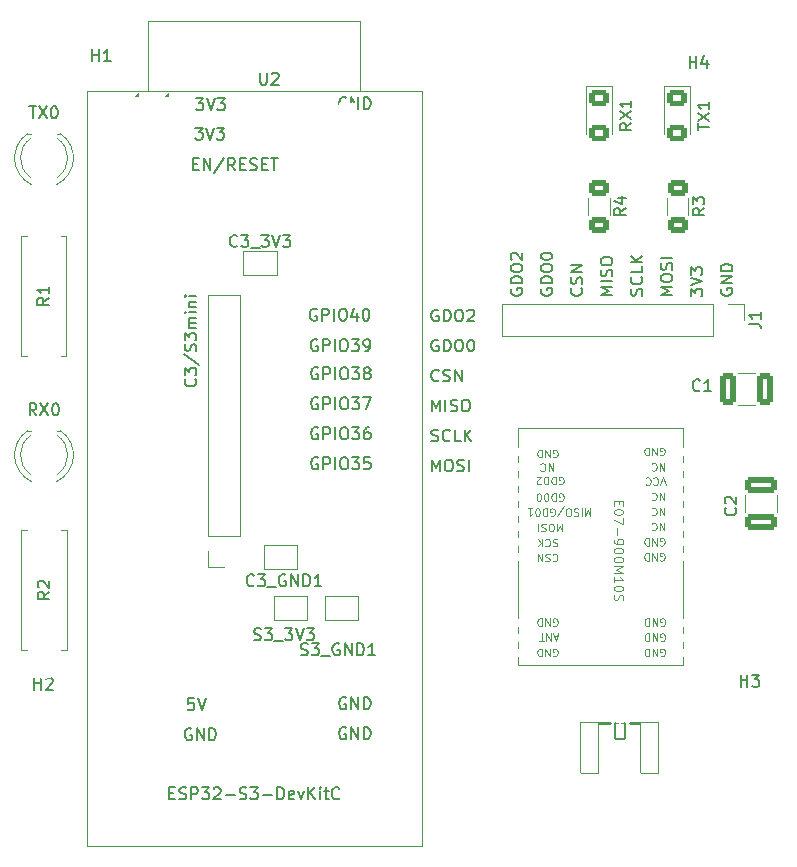
<source format=gto>
G04 #@! TF.GenerationSoftware,KiCad,Pcbnew,8.0.2*
G04 #@! TF.CreationDate,2024-07-26T13:41:10+02:00*
G04 #@! TF.ProjectId,e07-900m10s-breakout,6530372d-3930-4306-9d31-30732d627265,rev?*
G04 #@! TF.SameCoordinates,Original*
G04 #@! TF.FileFunction,Legend,Top*
G04 #@! TF.FilePolarity,Positive*
%FSLAX46Y46*%
G04 Gerber Fmt 4.6, Leading zero omitted, Abs format (unit mm)*
G04 Created by KiCad (PCBNEW 8.0.2) date 2024-07-26 13:41:10*
%MOMM*%
%LPD*%
G01*
G04 APERTURE LIST*
G04 Aperture macros list*
%AMRoundRect*
0 Rectangle with rounded corners*
0 $1 Rounding radius*
0 $2 $3 $4 $5 $6 $7 $8 $9 X,Y pos of 4 corners*
0 Add a 4 corners polygon primitive as box body*
4,1,4,$2,$3,$4,$5,$6,$7,$8,$9,$2,$3,0*
0 Add four circle primitives for the rounded corners*
1,1,$1+$1,$2,$3*
1,1,$1+$1,$4,$5*
1,1,$1+$1,$6,$7*
1,1,$1+$1,$8,$9*
0 Add four rect primitives between the rounded corners*
20,1,$1+$1,$2,$3,$4,$5,0*
20,1,$1+$1,$4,$5,$6,$7,0*
20,1,$1+$1,$6,$7,$8,$9,0*
20,1,$1+$1,$8,$9,$2,$3,0*%
%AMFreePoly0*
4,1,6,1.000000,0.000000,0.500000,-0.750000,-0.500000,-0.750000,-0.500000,0.750000,0.500000,0.750000,1.000000,0.000000,1.000000,0.000000,$1*%
%AMFreePoly1*
4,1,6,0.500000,-0.750000,-0.650000,-0.750000,-0.150000,0.000000,-0.650000,0.750000,0.500000,0.750000,0.500000,-0.750000,0.500000,-0.750000,$1*%
G04 Aperture macros list end*
%ADD10C,0.150000*%
%ADD11C,0.100000*%
%ADD12C,0.120000*%
%ADD13C,0.254000*%
%ADD14RoundRect,0.250001X-0.624999X0.462499X-0.624999X-0.462499X0.624999X-0.462499X0.624999X0.462499X0*%
%ADD15C,0.800000*%
%ADD16C,5.000000*%
%ADD17C,2.400000*%
%ADD18O,2.400000X2.400000*%
%ADD19R,1.800000X0.800000*%
%ADD20FreePoly0,0.000000*%
%ADD21FreePoly1,0.000000*%
%ADD22R,1.800000X1.800000*%
%ADD23C,1.800000*%
%ADD24FreePoly0,180.000000*%
%ADD25FreePoly1,180.000000*%
%ADD26RoundRect,0.250000X-0.412500X-1.100000X0.412500X-1.100000X0.412500X1.100000X-0.412500X1.100000X0*%
%ADD27R,1.700000X1.700000*%
%ADD28O,1.700000X1.700000*%
%ADD29RoundRect,0.109220X0.436880X-0.690880X0.436880X0.690880X-0.436880X0.690880X-0.436880X-0.690880X0*%
%ADD30C,1.346200*%
%ADD31RoundRect,0.038100X-0.762000X2.159000X-0.762000X-2.159000X0.762000X-2.159000X0.762000X2.159000X0*%
%ADD32RoundRect,0.250000X-0.625000X0.400000X-0.625000X-0.400000X0.625000X-0.400000X0.625000X0.400000X0*%
%ADD33RoundRect,0.250000X1.100000X-0.412500X1.100000X0.412500X-1.100000X0.412500X-1.100000X-0.412500X0*%
%ADD34R,2.000000X1.200000*%
%ADD35O,2.000000X1.200000*%
%ADD36R,1.500000X0.900000*%
G04 APERTURE END LIST*
D10*
X129368779Y-107311819D02*
X129368779Y-106311819D01*
X129368779Y-106311819D02*
X129702112Y-107026104D01*
X129702112Y-107026104D02*
X130035445Y-106311819D01*
X130035445Y-106311819D02*
X130035445Y-107311819D01*
X130702112Y-106311819D02*
X130892588Y-106311819D01*
X130892588Y-106311819D02*
X130987826Y-106359438D01*
X130987826Y-106359438D02*
X131083064Y-106454676D01*
X131083064Y-106454676D02*
X131130683Y-106645152D01*
X131130683Y-106645152D02*
X131130683Y-106978485D01*
X131130683Y-106978485D02*
X131083064Y-107168961D01*
X131083064Y-107168961D02*
X130987826Y-107264200D01*
X130987826Y-107264200D02*
X130892588Y-107311819D01*
X130892588Y-107311819D02*
X130702112Y-107311819D01*
X130702112Y-107311819D02*
X130606874Y-107264200D01*
X130606874Y-107264200D02*
X130511636Y-107168961D01*
X130511636Y-107168961D02*
X130464017Y-106978485D01*
X130464017Y-106978485D02*
X130464017Y-106645152D01*
X130464017Y-106645152D02*
X130511636Y-106454676D01*
X130511636Y-106454676D02*
X130606874Y-106359438D01*
X130606874Y-106359438D02*
X130702112Y-106311819D01*
X131511636Y-107264200D02*
X131654493Y-107311819D01*
X131654493Y-107311819D02*
X131892588Y-107311819D01*
X131892588Y-107311819D02*
X131987826Y-107264200D01*
X131987826Y-107264200D02*
X132035445Y-107216580D01*
X132035445Y-107216580D02*
X132083064Y-107121342D01*
X132083064Y-107121342D02*
X132083064Y-107026104D01*
X132083064Y-107026104D02*
X132035445Y-106930866D01*
X132035445Y-106930866D02*
X131987826Y-106883247D01*
X131987826Y-106883247D02*
X131892588Y-106835628D01*
X131892588Y-106835628D02*
X131702112Y-106788009D01*
X131702112Y-106788009D02*
X131606874Y-106740390D01*
X131606874Y-106740390D02*
X131559255Y-106692771D01*
X131559255Y-106692771D02*
X131511636Y-106597533D01*
X131511636Y-106597533D02*
X131511636Y-106502295D01*
X131511636Y-106502295D02*
X131559255Y-106407057D01*
X131559255Y-106407057D02*
X131606874Y-106359438D01*
X131606874Y-106359438D02*
X131702112Y-106311819D01*
X131702112Y-106311819D02*
X131940207Y-106311819D01*
X131940207Y-106311819D02*
X132083064Y-106359438D01*
X132511636Y-107311819D02*
X132511636Y-106311819D01*
X129892588Y-93659438D02*
X129797350Y-93611819D01*
X129797350Y-93611819D02*
X129654493Y-93611819D01*
X129654493Y-93611819D02*
X129511636Y-93659438D01*
X129511636Y-93659438D02*
X129416398Y-93754676D01*
X129416398Y-93754676D02*
X129368779Y-93849914D01*
X129368779Y-93849914D02*
X129321160Y-94040390D01*
X129321160Y-94040390D02*
X129321160Y-94183247D01*
X129321160Y-94183247D02*
X129368779Y-94373723D01*
X129368779Y-94373723D02*
X129416398Y-94468961D01*
X129416398Y-94468961D02*
X129511636Y-94564200D01*
X129511636Y-94564200D02*
X129654493Y-94611819D01*
X129654493Y-94611819D02*
X129749731Y-94611819D01*
X129749731Y-94611819D02*
X129892588Y-94564200D01*
X129892588Y-94564200D02*
X129940207Y-94516580D01*
X129940207Y-94516580D02*
X129940207Y-94183247D01*
X129940207Y-94183247D02*
X129749731Y-94183247D01*
X130368779Y-94611819D02*
X130368779Y-93611819D01*
X130368779Y-93611819D02*
X130606874Y-93611819D01*
X130606874Y-93611819D02*
X130749731Y-93659438D01*
X130749731Y-93659438D02*
X130844969Y-93754676D01*
X130844969Y-93754676D02*
X130892588Y-93849914D01*
X130892588Y-93849914D02*
X130940207Y-94040390D01*
X130940207Y-94040390D02*
X130940207Y-94183247D01*
X130940207Y-94183247D02*
X130892588Y-94373723D01*
X130892588Y-94373723D02*
X130844969Y-94468961D01*
X130844969Y-94468961D02*
X130749731Y-94564200D01*
X130749731Y-94564200D02*
X130606874Y-94611819D01*
X130606874Y-94611819D02*
X130368779Y-94611819D01*
X131559255Y-93611819D02*
X131749731Y-93611819D01*
X131749731Y-93611819D02*
X131844969Y-93659438D01*
X131844969Y-93659438D02*
X131940207Y-93754676D01*
X131940207Y-93754676D02*
X131987826Y-93945152D01*
X131987826Y-93945152D02*
X131987826Y-94278485D01*
X131987826Y-94278485D02*
X131940207Y-94468961D01*
X131940207Y-94468961D02*
X131844969Y-94564200D01*
X131844969Y-94564200D02*
X131749731Y-94611819D01*
X131749731Y-94611819D02*
X131559255Y-94611819D01*
X131559255Y-94611819D02*
X131464017Y-94564200D01*
X131464017Y-94564200D02*
X131368779Y-94468961D01*
X131368779Y-94468961D02*
X131321160Y-94278485D01*
X131321160Y-94278485D02*
X131321160Y-93945152D01*
X131321160Y-93945152D02*
X131368779Y-93754676D01*
X131368779Y-93754676D02*
X131464017Y-93659438D01*
X131464017Y-93659438D02*
X131559255Y-93611819D01*
X132368779Y-93707057D02*
X132416398Y-93659438D01*
X132416398Y-93659438D02*
X132511636Y-93611819D01*
X132511636Y-93611819D02*
X132749731Y-93611819D01*
X132749731Y-93611819D02*
X132844969Y-93659438D01*
X132844969Y-93659438D02*
X132892588Y-93707057D01*
X132892588Y-93707057D02*
X132940207Y-93802295D01*
X132940207Y-93802295D02*
X132940207Y-93897533D01*
X132940207Y-93897533D02*
X132892588Y-94040390D01*
X132892588Y-94040390D02*
X132321160Y-94611819D01*
X132321160Y-94611819D02*
X132940207Y-94611819D01*
X151269819Y-92468458D02*
X151269819Y-91849411D01*
X151269819Y-91849411D02*
X151650771Y-92182744D01*
X151650771Y-92182744D02*
X151650771Y-92039887D01*
X151650771Y-92039887D02*
X151698390Y-91944649D01*
X151698390Y-91944649D02*
X151746009Y-91897030D01*
X151746009Y-91897030D02*
X151841247Y-91849411D01*
X151841247Y-91849411D02*
X152079342Y-91849411D01*
X152079342Y-91849411D02*
X152174580Y-91897030D01*
X152174580Y-91897030D02*
X152222200Y-91944649D01*
X152222200Y-91944649D02*
X152269819Y-92039887D01*
X152269819Y-92039887D02*
X152269819Y-92325601D01*
X152269819Y-92325601D02*
X152222200Y-92420839D01*
X152222200Y-92420839D02*
X152174580Y-92468458D01*
X151269819Y-91563696D02*
X152269819Y-91230363D01*
X152269819Y-91230363D02*
X151269819Y-90897030D01*
X151269819Y-90658934D02*
X151269819Y-90039887D01*
X151269819Y-90039887D02*
X151650771Y-90373220D01*
X151650771Y-90373220D02*
X151650771Y-90230363D01*
X151650771Y-90230363D02*
X151698390Y-90135125D01*
X151698390Y-90135125D02*
X151746009Y-90087506D01*
X151746009Y-90087506D02*
X151841247Y-90039887D01*
X151841247Y-90039887D02*
X152079342Y-90039887D01*
X152079342Y-90039887D02*
X152174580Y-90087506D01*
X152174580Y-90087506D02*
X152222200Y-90135125D01*
X152222200Y-90135125D02*
X152269819Y-90230363D01*
X152269819Y-90230363D02*
X152269819Y-90516077D01*
X152269819Y-90516077D02*
X152222200Y-90611315D01*
X152222200Y-90611315D02*
X152174580Y-90658934D01*
X142014580Y-91801792D02*
X142062200Y-91849411D01*
X142062200Y-91849411D02*
X142109819Y-91992268D01*
X142109819Y-91992268D02*
X142109819Y-92087506D01*
X142109819Y-92087506D02*
X142062200Y-92230363D01*
X142062200Y-92230363D02*
X141966961Y-92325601D01*
X141966961Y-92325601D02*
X141871723Y-92373220D01*
X141871723Y-92373220D02*
X141681247Y-92420839D01*
X141681247Y-92420839D02*
X141538390Y-92420839D01*
X141538390Y-92420839D02*
X141347914Y-92373220D01*
X141347914Y-92373220D02*
X141252676Y-92325601D01*
X141252676Y-92325601D02*
X141157438Y-92230363D01*
X141157438Y-92230363D02*
X141109819Y-92087506D01*
X141109819Y-92087506D02*
X141109819Y-91992268D01*
X141109819Y-91992268D02*
X141157438Y-91849411D01*
X141157438Y-91849411D02*
X141205057Y-91801792D01*
X142062200Y-91420839D02*
X142109819Y-91277982D01*
X142109819Y-91277982D02*
X142109819Y-91039887D01*
X142109819Y-91039887D02*
X142062200Y-90944649D01*
X142062200Y-90944649D02*
X142014580Y-90897030D01*
X142014580Y-90897030D02*
X141919342Y-90849411D01*
X141919342Y-90849411D02*
X141824104Y-90849411D01*
X141824104Y-90849411D02*
X141728866Y-90897030D01*
X141728866Y-90897030D02*
X141681247Y-90944649D01*
X141681247Y-90944649D02*
X141633628Y-91039887D01*
X141633628Y-91039887D02*
X141586009Y-91230363D01*
X141586009Y-91230363D02*
X141538390Y-91325601D01*
X141538390Y-91325601D02*
X141490771Y-91373220D01*
X141490771Y-91373220D02*
X141395533Y-91420839D01*
X141395533Y-91420839D02*
X141300295Y-91420839D01*
X141300295Y-91420839D02*
X141205057Y-91373220D01*
X141205057Y-91373220D02*
X141157438Y-91325601D01*
X141157438Y-91325601D02*
X141109819Y-91230363D01*
X141109819Y-91230363D02*
X141109819Y-90992268D01*
X141109819Y-90992268D02*
X141157438Y-90849411D01*
X142109819Y-90420839D02*
X141109819Y-90420839D01*
X141109819Y-90420839D02*
X142109819Y-89849411D01*
X142109819Y-89849411D02*
X141109819Y-89849411D01*
X147142200Y-92420839D02*
X147189819Y-92277982D01*
X147189819Y-92277982D02*
X147189819Y-92039887D01*
X147189819Y-92039887D02*
X147142200Y-91944649D01*
X147142200Y-91944649D02*
X147094580Y-91897030D01*
X147094580Y-91897030D02*
X146999342Y-91849411D01*
X146999342Y-91849411D02*
X146904104Y-91849411D01*
X146904104Y-91849411D02*
X146808866Y-91897030D01*
X146808866Y-91897030D02*
X146761247Y-91944649D01*
X146761247Y-91944649D02*
X146713628Y-92039887D01*
X146713628Y-92039887D02*
X146666009Y-92230363D01*
X146666009Y-92230363D02*
X146618390Y-92325601D01*
X146618390Y-92325601D02*
X146570771Y-92373220D01*
X146570771Y-92373220D02*
X146475533Y-92420839D01*
X146475533Y-92420839D02*
X146380295Y-92420839D01*
X146380295Y-92420839D02*
X146285057Y-92373220D01*
X146285057Y-92373220D02*
X146237438Y-92325601D01*
X146237438Y-92325601D02*
X146189819Y-92230363D01*
X146189819Y-92230363D02*
X146189819Y-91992268D01*
X146189819Y-91992268D02*
X146237438Y-91849411D01*
X147094580Y-90849411D02*
X147142200Y-90897030D01*
X147142200Y-90897030D02*
X147189819Y-91039887D01*
X147189819Y-91039887D02*
X147189819Y-91135125D01*
X147189819Y-91135125D02*
X147142200Y-91277982D01*
X147142200Y-91277982D02*
X147046961Y-91373220D01*
X147046961Y-91373220D02*
X146951723Y-91420839D01*
X146951723Y-91420839D02*
X146761247Y-91468458D01*
X146761247Y-91468458D02*
X146618390Y-91468458D01*
X146618390Y-91468458D02*
X146427914Y-91420839D01*
X146427914Y-91420839D02*
X146332676Y-91373220D01*
X146332676Y-91373220D02*
X146237438Y-91277982D01*
X146237438Y-91277982D02*
X146189819Y-91135125D01*
X146189819Y-91135125D02*
X146189819Y-91039887D01*
X146189819Y-91039887D02*
X146237438Y-90897030D01*
X146237438Y-90897030D02*
X146285057Y-90849411D01*
X147189819Y-89944649D02*
X147189819Y-90420839D01*
X147189819Y-90420839D02*
X146189819Y-90420839D01*
X147189819Y-89611315D02*
X146189819Y-89611315D01*
X147189819Y-89039887D02*
X146618390Y-89468458D01*
X146189819Y-89039887D02*
X146761247Y-89611315D01*
X138617438Y-91849411D02*
X138569819Y-91944649D01*
X138569819Y-91944649D02*
X138569819Y-92087506D01*
X138569819Y-92087506D02*
X138617438Y-92230363D01*
X138617438Y-92230363D02*
X138712676Y-92325601D01*
X138712676Y-92325601D02*
X138807914Y-92373220D01*
X138807914Y-92373220D02*
X138998390Y-92420839D01*
X138998390Y-92420839D02*
X139141247Y-92420839D01*
X139141247Y-92420839D02*
X139331723Y-92373220D01*
X139331723Y-92373220D02*
X139426961Y-92325601D01*
X139426961Y-92325601D02*
X139522200Y-92230363D01*
X139522200Y-92230363D02*
X139569819Y-92087506D01*
X139569819Y-92087506D02*
X139569819Y-91992268D01*
X139569819Y-91992268D02*
X139522200Y-91849411D01*
X139522200Y-91849411D02*
X139474580Y-91801792D01*
X139474580Y-91801792D02*
X139141247Y-91801792D01*
X139141247Y-91801792D02*
X139141247Y-91992268D01*
X139569819Y-91373220D02*
X138569819Y-91373220D01*
X138569819Y-91373220D02*
X138569819Y-91135125D01*
X138569819Y-91135125D02*
X138617438Y-90992268D01*
X138617438Y-90992268D02*
X138712676Y-90897030D01*
X138712676Y-90897030D02*
X138807914Y-90849411D01*
X138807914Y-90849411D02*
X138998390Y-90801792D01*
X138998390Y-90801792D02*
X139141247Y-90801792D01*
X139141247Y-90801792D02*
X139331723Y-90849411D01*
X139331723Y-90849411D02*
X139426961Y-90897030D01*
X139426961Y-90897030D02*
X139522200Y-90992268D01*
X139522200Y-90992268D02*
X139569819Y-91135125D01*
X139569819Y-91135125D02*
X139569819Y-91373220D01*
X138569819Y-90182744D02*
X138569819Y-89992268D01*
X138569819Y-89992268D02*
X138617438Y-89897030D01*
X138617438Y-89897030D02*
X138712676Y-89801792D01*
X138712676Y-89801792D02*
X138903152Y-89754173D01*
X138903152Y-89754173D02*
X139236485Y-89754173D01*
X139236485Y-89754173D02*
X139426961Y-89801792D01*
X139426961Y-89801792D02*
X139522200Y-89897030D01*
X139522200Y-89897030D02*
X139569819Y-89992268D01*
X139569819Y-89992268D02*
X139569819Y-90182744D01*
X139569819Y-90182744D02*
X139522200Y-90277982D01*
X139522200Y-90277982D02*
X139426961Y-90373220D01*
X139426961Y-90373220D02*
X139236485Y-90420839D01*
X139236485Y-90420839D02*
X138903152Y-90420839D01*
X138903152Y-90420839D02*
X138712676Y-90373220D01*
X138712676Y-90373220D02*
X138617438Y-90277982D01*
X138617438Y-90277982D02*
X138569819Y-90182744D01*
X138569819Y-89135125D02*
X138569819Y-89039887D01*
X138569819Y-89039887D02*
X138617438Y-88944649D01*
X138617438Y-88944649D02*
X138665057Y-88897030D01*
X138665057Y-88897030D02*
X138760295Y-88849411D01*
X138760295Y-88849411D02*
X138950771Y-88801792D01*
X138950771Y-88801792D02*
X139188866Y-88801792D01*
X139188866Y-88801792D02*
X139379342Y-88849411D01*
X139379342Y-88849411D02*
X139474580Y-88897030D01*
X139474580Y-88897030D02*
X139522200Y-88944649D01*
X139522200Y-88944649D02*
X139569819Y-89039887D01*
X139569819Y-89039887D02*
X139569819Y-89135125D01*
X139569819Y-89135125D02*
X139522200Y-89230363D01*
X139522200Y-89230363D02*
X139474580Y-89277982D01*
X139474580Y-89277982D02*
X139379342Y-89325601D01*
X139379342Y-89325601D02*
X139188866Y-89373220D01*
X139188866Y-89373220D02*
X138950771Y-89373220D01*
X138950771Y-89373220D02*
X138760295Y-89325601D01*
X138760295Y-89325601D02*
X138665057Y-89277982D01*
X138665057Y-89277982D02*
X138617438Y-89230363D01*
X138617438Y-89230363D02*
X138569819Y-89135125D01*
X129940207Y-99596580D02*
X129892588Y-99644200D01*
X129892588Y-99644200D02*
X129749731Y-99691819D01*
X129749731Y-99691819D02*
X129654493Y-99691819D01*
X129654493Y-99691819D02*
X129511636Y-99644200D01*
X129511636Y-99644200D02*
X129416398Y-99548961D01*
X129416398Y-99548961D02*
X129368779Y-99453723D01*
X129368779Y-99453723D02*
X129321160Y-99263247D01*
X129321160Y-99263247D02*
X129321160Y-99120390D01*
X129321160Y-99120390D02*
X129368779Y-98929914D01*
X129368779Y-98929914D02*
X129416398Y-98834676D01*
X129416398Y-98834676D02*
X129511636Y-98739438D01*
X129511636Y-98739438D02*
X129654493Y-98691819D01*
X129654493Y-98691819D02*
X129749731Y-98691819D01*
X129749731Y-98691819D02*
X129892588Y-98739438D01*
X129892588Y-98739438D02*
X129940207Y-98787057D01*
X130321160Y-99644200D02*
X130464017Y-99691819D01*
X130464017Y-99691819D02*
X130702112Y-99691819D01*
X130702112Y-99691819D02*
X130797350Y-99644200D01*
X130797350Y-99644200D02*
X130844969Y-99596580D01*
X130844969Y-99596580D02*
X130892588Y-99501342D01*
X130892588Y-99501342D02*
X130892588Y-99406104D01*
X130892588Y-99406104D02*
X130844969Y-99310866D01*
X130844969Y-99310866D02*
X130797350Y-99263247D01*
X130797350Y-99263247D02*
X130702112Y-99215628D01*
X130702112Y-99215628D02*
X130511636Y-99168009D01*
X130511636Y-99168009D02*
X130416398Y-99120390D01*
X130416398Y-99120390D02*
X130368779Y-99072771D01*
X130368779Y-99072771D02*
X130321160Y-98977533D01*
X130321160Y-98977533D02*
X130321160Y-98882295D01*
X130321160Y-98882295D02*
X130368779Y-98787057D01*
X130368779Y-98787057D02*
X130416398Y-98739438D01*
X130416398Y-98739438D02*
X130511636Y-98691819D01*
X130511636Y-98691819D02*
X130749731Y-98691819D01*
X130749731Y-98691819D02*
X130892588Y-98739438D01*
X131321160Y-99691819D02*
X131321160Y-98691819D01*
X131321160Y-98691819D02*
X131892588Y-99691819D01*
X131892588Y-99691819D02*
X131892588Y-98691819D01*
X129321160Y-104724200D02*
X129464017Y-104771819D01*
X129464017Y-104771819D02*
X129702112Y-104771819D01*
X129702112Y-104771819D02*
X129797350Y-104724200D01*
X129797350Y-104724200D02*
X129844969Y-104676580D01*
X129844969Y-104676580D02*
X129892588Y-104581342D01*
X129892588Y-104581342D02*
X129892588Y-104486104D01*
X129892588Y-104486104D02*
X129844969Y-104390866D01*
X129844969Y-104390866D02*
X129797350Y-104343247D01*
X129797350Y-104343247D02*
X129702112Y-104295628D01*
X129702112Y-104295628D02*
X129511636Y-104248009D01*
X129511636Y-104248009D02*
X129416398Y-104200390D01*
X129416398Y-104200390D02*
X129368779Y-104152771D01*
X129368779Y-104152771D02*
X129321160Y-104057533D01*
X129321160Y-104057533D02*
X129321160Y-103962295D01*
X129321160Y-103962295D02*
X129368779Y-103867057D01*
X129368779Y-103867057D02*
X129416398Y-103819438D01*
X129416398Y-103819438D02*
X129511636Y-103771819D01*
X129511636Y-103771819D02*
X129749731Y-103771819D01*
X129749731Y-103771819D02*
X129892588Y-103819438D01*
X130892588Y-104676580D02*
X130844969Y-104724200D01*
X130844969Y-104724200D02*
X130702112Y-104771819D01*
X130702112Y-104771819D02*
X130606874Y-104771819D01*
X130606874Y-104771819D02*
X130464017Y-104724200D01*
X130464017Y-104724200D02*
X130368779Y-104628961D01*
X130368779Y-104628961D02*
X130321160Y-104533723D01*
X130321160Y-104533723D02*
X130273541Y-104343247D01*
X130273541Y-104343247D02*
X130273541Y-104200390D01*
X130273541Y-104200390D02*
X130321160Y-104009914D01*
X130321160Y-104009914D02*
X130368779Y-103914676D01*
X130368779Y-103914676D02*
X130464017Y-103819438D01*
X130464017Y-103819438D02*
X130606874Y-103771819D01*
X130606874Y-103771819D02*
X130702112Y-103771819D01*
X130702112Y-103771819D02*
X130844969Y-103819438D01*
X130844969Y-103819438D02*
X130892588Y-103867057D01*
X131797350Y-104771819D02*
X131321160Y-104771819D01*
X131321160Y-104771819D02*
X131321160Y-103771819D01*
X132130684Y-104771819D02*
X132130684Y-103771819D01*
X132702112Y-104771819D02*
X132273541Y-104200390D01*
X132702112Y-103771819D02*
X132130684Y-104343247D01*
X129368779Y-102231819D02*
X129368779Y-101231819D01*
X129368779Y-101231819D02*
X129702112Y-101946104D01*
X129702112Y-101946104D02*
X130035445Y-101231819D01*
X130035445Y-101231819D02*
X130035445Y-102231819D01*
X130511636Y-102231819D02*
X130511636Y-101231819D01*
X130940207Y-102184200D02*
X131083064Y-102231819D01*
X131083064Y-102231819D02*
X131321159Y-102231819D01*
X131321159Y-102231819D02*
X131416397Y-102184200D01*
X131416397Y-102184200D02*
X131464016Y-102136580D01*
X131464016Y-102136580D02*
X131511635Y-102041342D01*
X131511635Y-102041342D02*
X131511635Y-101946104D01*
X131511635Y-101946104D02*
X131464016Y-101850866D01*
X131464016Y-101850866D02*
X131416397Y-101803247D01*
X131416397Y-101803247D02*
X131321159Y-101755628D01*
X131321159Y-101755628D02*
X131130683Y-101708009D01*
X131130683Y-101708009D02*
X131035445Y-101660390D01*
X131035445Y-101660390D02*
X130987826Y-101612771D01*
X130987826Y-101612771D02*
X130940207Y-101517533D01*
X130940207Y-101517533D02*
X130940207Y-101422295D01*
X130940207Y-101422295D02*
X130987826Y-101327057D01*
X130987826Y-101327057D02*
X131035445Y-101279438D01*
X131035445Y-101279438D02*
X131130683Y-101231819D01*
X131130683Y-101231819D02*
X131368778Y-101231819D01*
X131368778Y-101231819D02*
X131511635Y-101279438D01*
X132130683Y-101231819D02*
X132321159Y-101231819D01*
X132321159Y-101231819D02*
X132416397Y-101279438D01*
X132416397Y-101279438D02*
X132511635Y-101374676D01*
X132511635Y-101374676D02*
X132559254Y-101565152D01*
X132559254Y-101565152D02*
X132559254Y-101898485D01*
X132559254Y-101898485D02*
X132511635Y-102088961D01*
X132511635Y-102088961D02*
X132416397Y-102184200D01*
X132416397Y-102184200D02*
X132321159Y-102231819D01*
X132321159Y-102231819D02*
X132130683Y-102231819D01*
X132130683Y-102231819D02*
X132035445Y-102184200D01*
X132035445Y-102184200D02*
X131940207Y-102088961D01*
X131940207Y-102088961D02*
X131892588Y-101898485D01*
X131892588Y-101898485D02*
X131892588Y-101565152D01*
X131892588Y-101565152D02*
X131940207Y-101374676D01*
X131940207Y-101374676D02*
X132035445Y-101279438D01*
X132035445Y-101279438D02*
X132130683Y-101231819D01*
X136077438Y-91849411D02*
X136029819Y-91944649D01*
X136029819Y-91944649D02*
X136029819Y-92087506D01*
X136029819Y-92087506D02*
X136077438Y-92230363D01*
X136077438Y-92230363D02*
X136172676Y-92325601D01*
X136172676Y-92325601D02*
X136267914Y-92373220D01*
X136267914Y-92373220D02*
X136458390Y-92420839D01*
X136458390Y-92420839D02*
X136601247Y-92420839D01*
X136601247Y-92420839D02*
X136791723Y-92373220D01*
X136791723Y-92373220D02*
X136886961Y-92325601D01*
X136886961Y-92325601D02*
X136982200Y-92230363D01*
X136982200Y-92230363D02*
X137029819Y-92087506D01*
X137029819Y-92087506D02*
X137029819Y-91992268D01*
X137029819Y-91992268D02*
X136982200Y-91849411D01*
X136982200Y-91849411D02*
X136934580Y-91801792D01*
X136934580Y-91801792D02*
X136601247Y-91801792D01*
X136601247Y-91801792D02*
X136601247Y-91992268D01*
X137029819Y-91373220D02*
X136029819Y-91373220D01*
X136029819Y-91373220D02*
X136029819Y-91135125D01*
X136029819Y-91135125D02*
X136077438Y-90992268D01*
X136077438Y-90992268D02*
X136172676Y-90897030D01*
X136172676Y-90897030D02*
X136267914Y-90849411D01*
X136267914Y-90849411D02*
X136458390Y-90801792D01*
X136458390Y-90801792D02*
X136601247Y-90801792D01*
X136601247Y-90801792D02*
X136791723Y-90849411D01*
X136791723Y-90849411D02*
X136886961Y-90897030D01*
X136886961Y-90897030D02*
X136982200Y-90992268D01*
X136982200Y-90992268D02*
X137029819Y-91135125D01*
X137029819Y-91135125D02*
X137029819Y-91373220D01*
X136029819Y-90182744D02*
X136029819Y-89992268D01*
X136029819Y-89992268D02*
X136077438Y-89897030D01*
X136077438Y-89897030D02*
X136172676Y-89801792D01*
X136172676Y-89801792D02*
X136363152Y-89754173D01*
X136363152Y-89754173D02*
X136696485Y-89754173D01*
X136696485Y-89754173D02*
X136886961Y-89801792D01*
X136886961Y-89801792D02*
X136982200Y-89897030D01*
X136982200Y-89897030D02*
X137029819Y-89992268D01*
X137029819Y-89992268D02*
X137029819Y-90182744D01*
X137029819Y-90182744D02*
X136982200Y-90277982D01*
X136982200Y-90277982D02*
X136886961Y-90373220D01*
X136886961Y-90373220D02*
X136696485Y-90420839D01*
X136696485Y-90420839D02*
X136363152Y-90420839D01*
X136363152Y-90420839D02*
X136172676Y-90373220D01*
X136172676Y-90373220D02*
X136077438Y-90277982D01*
X136077438Y-90277982D02*
X136029819Y-90182744D01*
X136125057Y-89373220D02*
X136077438Y-89325601D01*
X136077438Y-89325601D02*
X136029819Y-89230363D01*
X136029819Y-89230363D02*
X136029819Y-88992268D01*
X136029819Y-88992268D02*
X136077438Y-88897030D01*
X136077438Y-88897030D02*
X136125057Y-88849411D01*
X136125057Y-88849411D02*
X136220295Y-88801792D01*
X136220295Y-88801792D02*
X136315533Y-88801792D01*
X136315533Y-88801792D02*
X136458390Y-88849411D01*
X136458390Y-88849411D02*
X137029819Y-89420839D01*
X137029819Y-89420839D02*
X137029819Y-88801792D01*
X149729819Y-92373220D02*
X148729819Y-92373220D01*
X148729819Y-92373220D02*
X149444104Y-92039887D01*
X149444104Y-92039887D02*
X148729819Y-91706554D01*
X148729819Y-91706554D02*
X149729819Y-91706554D01*
X148729819Y-91039887D02*
X148729819Y-90849411D01*
X148729819Y-90849411D02*
X148777438Y-90754173D01*
X148777438Y-90754173D02*
X148872676Y-90658935D01*
X148872676Y-90658935D02*
X149063152Y-90611316D01*
X149063152Y-90611316D02*
X149396485Y-90611316D01*
X149396485Y-90611316D02*
X149586961Y-90658935D01*
X149586961Y-90658935D02*
X149682200Y-90754173D01*
X149682200Y-90754173D02*
X149729819Y-90849411D01*
X149729819Y-90849411D02*
X149729819Y-91039887D01*
X149729819Y-91039887D02*
X149682200Y-91135125D01*
X149682200Y-91135125D02*
X149586961Y-91230363D01*
X149586961Y-91230363D02*
X149396485Y-91277982D01*
X149396485Y-91277982D02*
X149063152Y-91277982D01*
X149063152Y-91277982D02*
X148872676Y-91230363D01*
X148872676Y-91230363D02*
X148777438Y-91135125D01*
X148777438Y-91135125D02*
X148729819Y-91039887D01*
X149682200Y-90230363D02*
X149729819Y-90087506D01*
X149729819Y-90087506D02*
X149729819Y-89849411D01*
X149729819Y-89849411D02*
X149682200Y-89754173D01*
X149682200Y-89754173D02*
X149634580Y-89706554D01*
X149634580Y-89706554D02*
X149539342Y-89658935D01*
X149539342Y-89658935D02*
X149444104Y-89658935D01*
X149444104Y-89658935D02*
X149348866Y-89706554D01*
X149348866Y-89706554D02*
X149301247Y-89754173D01*
X149301247Y-89754173D02*
X149253628Y-89849411D01*
X149253628Y-89849411D02*
X149206009Y-90039887D01*
X149206009Y-90039887D02*
X149158390Y-90135125D01*
X149158390Y-90135125D02*
X149110771Y-90182744D01*
X149110771Y-90182744D02*
X149015533Y-90230363D01*
X149015533Y-90230363D02*
X148920295Y-90230363D01*
X148920295Y-90230363D02*
X148825057Y-90182744D01*
X148825057Y-90182744D02*
X148777438Y-90135125D01*
X148777438Y-90135125D02*
X148729819Y-90039887D01*
X148729819Y-90039887D02*
X148729819Y-89801792D01*
X148729819Y-89801792D02*
X148777438Y-89658935D01*
X149729819Y-89230363D02*
X148729819Y-89230363D01*
X144649819Y-92373220D02*
X143649819Y-92373220D01*
X143649819Y-92373220D02*
X144364104Y-92039887D01*
X144364104Y-92039887D02*
X143649819Y-91706554D01*
X143649819Y-91706554D02*
X144649819Y-91706554D01*
X144649819Y-91230363D02*
X143649819Y-91230363D01*
X144602200Y-90801792D02*
X144649819Y-90658935D01*
X144649819Y-90658935D02*
X144649819Y-90420840D01*
X144649819Y-90420840D02*
X144602200Y-90325602D01*
X144602200Y-90325602D02*
X144554580Y-90277983D01*
X144554580Y-90277983D02*
X144459342Y-90230364D01*
X144459342Y-90230364D02*
X144364104Y-90230364D01*
X144364104Y-90230364D02*
X144268866Y-90277983D01*
X144268866Y-90277983D02*
X144221247Y-90325602D01*
X144221247Y-90325602D02*
X144173628Y-90420840D01*
X144173628Y-90420840D02*
X144126009Y-90611316D01*
X144126009Y-90611316D02*
X144078390Y-90706554D01*
X144078390Y-90706554D02*
X144030771Y-90754173D01*
X144030771Y-90754173D02*
X143935533Y-90801792D01*
X143935533Y-90801792D02*
X143840295Y-90801792D01*
X143840295Y-90801792D02*
X143745057Y-90754173D01*
X143745057Y-90754173D02*
X143697438Y-90706554D01*
X143697438Y-90706554D02*
X143649819Y-90611316D01*
X143649819Y-90611316D02*
X143649819Y-90373221D01*
X143649819Y-90373221D02*
X143697438Y-90230364D01*
X143649819Y-89611316D02*
X143649819Y-89420840D01*
X143649819Y-89420840D02*
X143697438Y-89325602D01*
X143697438Y-89325602D02*
X143792676Y-89230364D01*
X143792676Y-89230364D02*
X143983152Y-89182745D01*
X143983152Y-89182745D02*
X144316485Y-89182745D01*
X144316485Y-89182745D02*
X144506961Y-89230364D01*
X144506961Y-89230364D02*
X144602200Y-89325602D01*
X144602200Y-89325602D02*
X144649819Y-89420840D01*
X144649819Y-89420840D02*
X144649819Y-89611316D01*
X144649819Y-89611316D02*
X144602200Y-89706554D01*
X144602200Y-89706554D02*
X144506961Y-89801792D01*
X144506961Y-89801792D02*
X144316485Y-89849411D01*
X144316485Y-89849411D02*
X143983152Y-89849411D01*
X143983152Y-89849411D02*
X143792676Y-89801792D01*
X143792676Y-89801792D02*
X143697438Y-89706554D01*
X143697438Y-89706554D02*
X143649819Y-89611316D01*
X153857438Y-91849411D02*
X153809819Y-91944649D01*
X153809819Y-91944649D02*
X153809819Y-92087506D01*
X153809819Y-92087506D02*
X153857438Y-92230363D01*
X153857438Y-92230363D02*
X153952676Y-92325601D01*
X153952676Y-92325601D02*
X154047914Y-92373220D01*
X154047914Y-92373220D02*
X154238390Y-92420839D01*
X154238390Y-92420839D02*
X154381247Y-92420839D01*
X154381247Y-92420839D02*
X154571723Y-92373220D01*
X154571723Y-92373220D02*
X154666961Y-92325601D01*
X154666961Y-92325601D02*
X154762200Y-92230363D01*
X154762200Y-92230363D02*
X154809819Y-92087506D01*
X154809819Y-92087506D02*
X154809819Y-91992268D01*
X154809819Y-91992268D02*
X154762200Y-91849411D01*
X154762200Y-91849411D02*
X154714580Y-91801792D01*
X154714580Y-91801792D02*
X154381247Y-91801792D01*
X154381247Y-91801792D02*
X154381247Y-91992268D01*
X154809819Y-91373220D02*
X153809819Y-91373220D01*
X153809819Y-91373220D02*
X154809819Y-90801792D01*
X154809819Y-90801792D02*
X153809819Y-90801792D01*
X154809819Y-90325601D02*
X153809819Y-90325601D01*
X153809819Y-90325601D02*
X153809819Y-90087506D01*
X153809819Y-90087506D02*
X153857438Y-89944649D01*
X153857438Y-89944649D02*
X153952676Y-89849411D01*
X153952676Y-89849411D02*
X154047914Y-89801792D01*
X154047914Y-89801792D02*
X154238390Y-89754173D01*
X154238390Y-89754173D02*
X154381247Y-89754173D01*
X154381247Y-89754173D02*
X154571723Y-89801792D01*
X154571723Y-89801792D02*
X154666961Y-89849411D01*
X154666961Y-89849411D02*
X154762200Y-89944649D01*
X154762200Y-89944649D02*
X154809819Y-90087506D01*
X154809819Y-90087506D02*
X154809819Y-90325601D01*
X129892588Y-96199438D02*
X129797350Y-96151819D01*
X129797350Y-96151819D02*
X129654493Y-96151819D01*
X129654493Y-96151819D02*
X129511636Y-96199438D01*
X129511636Y-96199438D02*
X129416398Y-96294676D01*
X129416398Y-96294676D02*
X129368779Y-96389914D01*
X129368779Y-96389914D02*
X129321160Y-96580390D01*
X129321160Y-96580390D02*
X129321160Y-96723247D01*
X129321160Y-96723247D02*
X129368779Y-96913723D01*
X129368779Y-96913723D02*
X129416398Y-97008961D01*
X129416398Y-97008961D02*
X129511636Y-97104200D01*
X129511636Y-97104200D02*
X129654493Y-97151819D01*
X129654493Y-97151819D02*
X129749731Y-97151819D01*
X129749731Y-97151819D02*
X129892588Y-97104200D01*
X129892588Y-97104200D02*
X129940207Y-97056580D01*
X129940207Y-97056580D02*
X129940207Y-96723247D01*
X129940207Y-96723247D02*
X129749731Y-96723247D01*
X130368779Y-97151819D02*
X130368779Y-96151819D01*
X130368779Y-96151819D02*
X130606874Y-96151819D01*
X130606874Y-96151819D02*
X130749731Y-96199438D01*
X130749731Y-96199438D02*
X130844969Y-96294676D01*
X130844969Y-96294676D02*
X130892588Y-96389914D01*
X130892588Y-96389914D02*
X130940207Y-96580390D01*
X130940207Y-96580390D02*
X130940207Y-96723247D01*
X130940207Y-96723247D02*
X130892588Y-96913723D01*
X130892588Y-96913723D02*
X130844969Y-97008961D01*
X130844969Y-97008961D02*
X130749731Y-97104200D01*
X130749731Y-97104200D02*
X130606874Y-97151819D01*
X130606874Y-97151819D02*
X130368779Y-97151819D01*
X131559255Y-96151819D02*
X131749731Y-96151819D01*
X131749731Y-96151819D02*
X131844969Y-96199438D01*
X131844969Y-96199438D02*
X131940207Y-96294676D01*
X131940207Y-96294676D02*
X131987826Y-96485152D01*
X131987826Y-96485152D02*
X131987826Y-96818485D01*
X131987826Y-96818485D02*
X131940207Y-97008961D01*
X131940207Y-97008961D02*
X131844969Y-97104200D01*
X131844969Y-97104200D02*
X131749731Y-97151819D01*
X131749731Y-97151819D02*
X131559255Y-97151819D01*
X131559255Y-97151819D02*
X131464017Y-97104200D01*
X131464017Y-97104200D02*
X131368779Y-97008961D01*
X131368779Y-97008961D02*
X131321160Y-96818485D01*
X131321160Y-96818485D02*
X131321160Y-96485152D01*
X131321160Y-96485152D02*
X131368779Y-96294676D01*
X131368779Y-96294676D02*
X131464017Y-96199438D01*
X131464017Y-96199438D02*
X131559255Y-96151819D01*
X132606874Y-96151819D02*
X132702112Y-96151819D01*
X132702112Y-96151819D02*
X132797350Y-96199438D01*
X132797350Y-96199438D02*
X132844969Y-96247057D01*
X132844969Y-96247057D02*
X132892588Y-96342295D01*
X132892588Y-96342295D02*
X132940207Y-96532771D01*
X132940207Y-96532771D02*
X132940207Y-96770866D01*
X132940207Y-96770866D02*
X132892588Y-96961342D01*
X132892588Y-96961342D02*
X132844969Y-97056580D01*
X132844969Y-97056580D02*
X132797350Y-97104200D01*
X132797350Y-97104200D02*
X132702112Y-97151819D01*
X132702112Y-97151819D02*
X132606874Y-97151819D01*
X132606874Y-97151819D02*
X132511636Y-97104200D01*
X132511636Y-97104200D02*
X132464017Y-97056580D01*
X132464017Y-97056580D02*
X132416398Y-96961342D01*
X132416398Y-96961342D02*
X132368779Y-96770866D01*
X132368779Y-96770866D02*
X132368779Y-96532771D01*
X132368779Y-96532771D02*
X132416398Y-96342295D01*
X132416398Y-96342295D02*
X132464017Y-96247057D01*
X132464017Y-96247057D02*
X132511636Y-96199438D01*
X132511636Y-96199438D02*
X132606874Y-96151819D01*
X151854819Y-78417594D02*
X151854819Y-77846166D01*
X152854819Y-78131880D02*
X151854819Y-78131880D01*
X151854819Y-77608070D02*
X152854819Y-76941404D01*
X151854819Y-76941404D02*
X152854819Y-77608070D01*
X152854819Y-76036642D02*
X152854819Y-76608070D01*
X152854819Y-76322356D02*
X151854819Y-76322356D01*
X151854819Y-76322356D02*
X151997676Y-76417594D01*
X151997676Y-76417594D02*
X152092914Y-76512832D01*
X152092914Y-76512832D02*
X152140533Y-76608070D01*
X155503920Y-125534644D02*
X155503920Y-124534644D01*
X155503920Y-125010834D02*
X156075348Y-125010834D01*
X156075348Y-125534644D02*
X156075348Y-124534644D01*
X156456301Y-124534644D02*
X157075348Y-124534644D01*
X157075348Y-124534644D02*
X156742015Y-124915596D01*
X156742015Y-124915596D02*
X156884872Y-124915596D01*
X156884872Y-124915596D02*
X156980110Y-124963215D01*
X156980110Y-124963215D02*
X157027729Y-125010834D01*
X157027729Y-125010834D02*
X157075348Y-125106072D01*
X157075348Y-125106072D02*
X157075348Y-125344167D01*
X157075348Y-125344167D02*
X157027729Y-125439405D01*
X157027729Y-125439405D02*
X156980110Y-125487025D01*
X156980110Y-125487025D02*
X156884872Y-125534644D01*
X156884872Y-125534644D02*
X156599158Y-125534644D01*
X156599158Y-125534644D02*
X156503920Y-125487025D01*
X156503920Y-125487025D02*
X156456301Y-125439405D01*
X96940819Y-92622666D02*
X96464628Y-92955999D01*
X96940819Y-93194094D02*
X95940819Y-93194094D01*
X95940819Y-93194094D02*
X95940819Y-92813142D01*
X95940819Y-92813142D02*
X95988438Y-92717904D01*
X95988438Y-92717904D02*
X96036057Y-92670285D01*
X96036057Y-92670285D02*
X96131295Y-92622666D01*
X96131295Y-92622666D02*
X96274152Y-92622666D01*
X96274152Y-92622666D02*
X96369390Y-92670285D01*
X96369390Y-92670285D02*
X96417009Y-92717904D01*
X96417009Y-92717904D02*
X96464628Y-92813142D01*
X96464628Y-92813142D02*
X96464628Y-93194094D01*
X96940819Y-91670285D02*
X96940819Y-92241713D01*
X96940819Y-91955999D02*
X95940819Y-91955999D01*
X95940819Y-91955999D02*
X96083676Y-92051237D01*
X96083676Y-92051237D02*
X96178914Y-92146475D01*
X96178914Y-92146475D02*
X96226533Y-92241713D01*
X95702270Y-125788644D02*
X95702270Y-124788644D01*
X95702270Y-125264834D02*
X96273698Y-125264834D01*
X96273698Y-125788644D02*
X96273698Y-124788644D01*
X96702270Y-124883882D02*
X96749889Y-124836263D01*
X96749889Y-124836263D02*
X96845127Y-124788644D01*
X96845127Y-124788644D02*
X97083222Y-124788644D01*
X97083222Y-124788644D02*
X97178460Y-124836263D01*
X97178460Y-124836263D02*
X97226079Y-124883882D01*
X97226079Y-124883882D02*
X97273698Y-124979120D01*
X97273698Y-124979120D02*
X97273698Y-125074358D01*
X97273698Y-125074358D02*
X97226079Y-125217215D01*
X97226079Y-125217215D02*
X96654651Y-125788644D01*
X96654651Y-125788644D02*
X97273698Y-125788644D01*
D11*
X148737972Y-121651125D02*
X148799877Y-121682077D01*
X148799877Y-121682077D02*
X148892734Y-121682077D01*
X148892734Y-121682077D02*
X148985591Y-121651125D01*
X148985591Y-121651125D02*
X149047496Y-121589220D01*
X149047496Y-121589220D02*
X149078449Y-121527315D01*
X149078449Y-121527315D02*
X149109401Y-121403506D01*
X149109401Y-121403506D02*
X149109401Y-121310649D01*
X149109401Y-121310649D02*
X149078449Y-121186839D01*
X149078449Y-121186839D02*
X149047496Y-121124934D01*
X149047496Y-121124934D02*
X148985591Y-121063030D01*
X148985591Y-121063030D02*
X148892734Y-121032077D01*
X148892734Y-121032077D02*
X148830830Y-121032077D01*
X148830830Y-121032077D02*
X148737972Y-121063030D01*
X148737972Y-121063030D02*
X148707020Y-121093982D01*
X148707020Y-121093982D02*
X148707020Y-121310649D01*
X148707020Y-121310649D02*
X148830830Y-121310649D01*
X148428449Y-121032077D02*
X148428449Y-121682077D01*
X148428449Y-121682077D02*
X148057020Y-121032077D01*
X148057020Y-121032077D02*
X148057020Y-121682077D01*
X147747497Y-121032077D02*
X147747497Y-121682077D01*
X147747497Y-121682077D02*
X147592735Y-121682077D01*
X147592735Y-121682077D02*
X147499878Y-121651125D01*
X147499878Y-121651125D02*
X147437973Y-121589220D01*
X147437973Y-121589220D02*
X147407020Y-121527315D01*
X147407020Y-121527315D02*
X147376068Y-121403506D01*
X147376068Y-121403506D02*
X147376068Y-121310649D01*
X147376068Y-121310649D02*
X147407020Y-121186839D01*
X147407020Y-121186839D02*
X147437973Y-121124934D01*
X147437973Y-121124934D02*
X147499878Y-121063030D01*
X147499878Y-121063030D02*
X147592735Y-121032077D01*
X147592735Y-121032077D02*
X147747497Y-121032077D01*
X139988401Y-113050700D02*
X139895544Y-113019747D01*
X139895544Y-113019747D02*
X139740782Y-113019747D01*
X139740782Y-113019747D02*
X139678877Y-113050700D01*
X139678877Y-113050700D02*
X139647925Y-113081652D01*
X139647925Y-113081652D02*
X139616972Y-113143557D01*
X139616972Y-113143557D02*
X139616972Y-113205461D01*
X139616972Y-113205461D02*
X139647925Y-113267366D01*
X139647925Y-113267366D02*
X139678877Y-113298319D01*
X139678877Y-113298319D02*
X139740782Y-113329271D01*
X139740782Y-113329271D02*
X139864591Y-113360223D01*
X139864591Y-113360223D02*
X139926496Y-113391176D01*
X139926496Y-113391176D02*
X139957449Y-113422128D01*
X139957449Y-113422128D02*
X139988401Y-113484033D01*
X139988401Y-113484033D02*
X139988401Y-113545938D01*
X139988401Y-113545938D02*
X139957449Y-113607842D01*
X139957449Y-113607842D02*
X139926496Y-113638795D01*
X139926496Y-113638795D02*
X139864591Y-113669747D01*
X139864591Y-113669747D02*
X139709830Y-113669747D01*
X139709830Y-113669747D02*
X139616972Y-113638795D01*
X138966972Y-113081652D02*
X138997924Y-113050700D01*
X138997924Y-113050700D02*
X139090782Y-113019747D01*
X139090782Y-113019747D02*
X139152686Y-113019747D01*
X139152686Y-113019747D02*
X139245543Y-113050700D01*
X139245543Y-113050700D02*
X139307448Y-113112604D01*
X139307448Y-113112604D02*
X139338401Y-113174509D01*
X139338401Y-113174509D02*
X139369353Y-113298319D01*
X139369353Y-113298319D02*
X139369353Y-113391176D01*
X139369353Y-113391176D02*
X139338401Y-113514985D01*
X139338401Y-113514985D02*
X139307448Y-113576890D01*
X139307448Y-113576890D02*
X139245543Y-113638795D01*
X139245543Y-113638795D02*
X139152686Y-113669747D01*
X139152686Y-113669747D02*
X139090782Y-113669747D01*
X139090782Y-113669747D02*
X138997924Y-113638795D01*
X138997924Y-113638795D02*
X138966972Y-113607842D01*
X138688401Y-113019747D02*
X138688401Y-113669747D01*
X138316972Y-113019747D02*
X138595543Y-113391176D01*
X138316972Y-113669747D02*
X138688401Y-113298319D01*
X149048449Y-110384297D02*
X149048449Y-111034297D01*
X149048449Y-111034297D02*
X148677020Y-110384297D01*
X148677020Y-110384297D02*
X148677020Y-111034297D01*
X147996068Y-110446202D02*
X148027020Y-110415250D01*
X148027020Y-110415250D02*
X148119878Y-110384297D01*
X148119878Y-110384297D02*
X148181782Y-110384297D01*
X148181782Y-110384297D02*
X148274639Y-110415250D01*
X148274639Y-110415250D02*
X148336544Y-110477154D01*
X148336544Y-110477154D02*
X148367497Y-110539059D01*
X148367497Y-110539059D02*
X148398449Y-110662869D01*
X148398449Y-110662869D02*
X148398449Y-110755726D01*
X148398449Y-110755726D02*
X148367497Y-110879535D01*
X148367497Y-110879535D02*
X148336544Y-110941440D01*
X148336544Y-110941440D02*
X148274639Y-111003345D01*
X148274639Y-111003345D02*
X148181782Y-111034297D01*
X148181782Y-111034297D02*
X148119878Y-111034297D01*
X148119878Y-111034297D02*
X148027020Y-111003345D01*
X148027020Y-111003345D02*
X147996068Y-110972392D01*
X148737972Y-120372235D02*
X148799877Y-120403187D01*
X148799877Y-120403187D02*
X148892734Y-120403187D01*
X148892734Y-120403187D02*
X148985591Y-120372235D01*
X148985591Y-120372235D02*
X149047496Y-120310330D01*
X149047496Y-120310330D02*
X149078449Y-120248425D01*
X149078449Y-120248425D02*
X149109401Y-120124616D01*
X149109401Y-120124616D02*
X149109401Y-120031759D01*
X149109401Y-120031759D02*
X149078449Y-119907949D01*
X149078449Y-119907949D02*
X149047496Y-119846044D01*
X149047496Y-119846044D02*
X148985591Y-119784140D01*
X148985591Y-119784140D02*
X148892734Y-119753187D01*
X148892734Y-119753187D02*
X148830830Y-119753187D01*
X148830830Y-119753187D02*
X148737972Y-119784140D01*
X148737972Y-119784140D02*
X148707020Y-119815092D01*
X148707020Y-119815092D02*
X148707020Y-120031759D01*
X148707020Y-120031759D02*
X148830830Y-120031759D01*
X148428449Y-119753187D02*
X148428449Y-120403187D01*
X148428449Y-120403187D02*
X148057020Y-119753187D01*
X148057020Y-119753187D02*
X148057020Y-120403187D01*
X147747497Y-119753187D02*
X147747497Y-120403187D01*
X147747497Y-120403187D02*
X147592735Y-120403187D01*
X147592735Y-120403187D02*
X147499878Y-120372235D01*
X147499878Y-120372235D02*
X147437973Y-120310330D01*
X147437973Y-120310330D02*
X147407020Y-120248425D01*
X147407020Y-120248425D02*
X147376068Y-120124616D01*
X147376068Y-120124616D02*
X147376068Y-120031759D01*
X147376068Y-120031759D02*
X147407020Y-119907949D01*
X147407020Y-119907949D02*
X147437973Y-119846044D01*
X147437973Y-119846044D02*
X147499878Y-119784140D01*
X147499878Y-119784140D02*
X147592735Y-119753187D01*
X147592735Y-119753187D02*
X147747497Y-119753187D01*
X139632972Y-122930015D02*
X139694877Y-122960967D01*
X139694877Y-122960967D02*
X139787734Y-122960967D01*
X139787734Y-122960967D02*
X139880591Y-122930015D01*
X139880591Y-122930015D02*
X139942496Y-122868110D01*
X139942496Y-122868110D02*
X139973449Y-122806205D01*
X139973449Y-122806205D02*
X140004401Y-122682396D01*
X140004401Y-122682396D02*
X140004401Y-122589539D01*
X140004401Y-122589539D02*
X139973449Y-122465729D01*
X139973449Y-122465729D02*
X139942496Y-122403824D01*
X139942496Y-122403824D02*
X139880591Y-122341920D01*
X139880591Y-122341920D02*
X139787734Y-122310967D01*
X139787734Y-122310967D02*
X139725830Y-122310967D01*
X139725830Y-122310967D02*
X139632972Y-122341920D01*
X139632972Y-122341920D02*
X139602020Y-122372872D01*
X139602020Y-122372872D02*
X139602020Y-122589539D01*
X139602020Y-122589539D02*
X139725830Y-122589539D01*
X139323449Y-122310967D02*
X139323449Y-122960967D01*
X139323449Y-122960967D02*
X138952020Y-122310967D01*
X138952020Y-122310967D02*
X138952020Y-122960967D01*
X138642497Y-122310967D02*
X138642497Y-122960967D01*
X138642497Y-122960967D02*
X138487735Y-122960967D01*
X138487735Y-122960967D02*
X138394878Y-122930015D01*
X138394878Y-122930015D02*
X138332973Y-122868110D01*
X138332973Y-122868110D02*
X138302020Y-122806205D01*
X138302020Y-122806205D02*
X138271068Y-122682396D01*
X138271068Y-122682396D02*
X138271068Y-122589539D01*
X138271068Y-122589539D02*
X138302020Y-122465729D01*
X138302020Y-122465729D02*
X138332973Y-122403824D01*
X138332973Y-122403824D02*
X138394878Y-122341920D01*
X138394878Y-122341920D02*
X138487735Y-122310967D01*
X138487735Y-122310967D02*
X138642497Y-122310967D01*
X149048449Y-111663187D02*
X149048449Y-112313187D01*
X149048449Y-112313187D02*
X148677020Y-111663187D01*
X148677020Y-111663187D02*
X148677020Y-112313187D01*
X147996068Y-111725092D02*
X148027020Y-111694140D01*
X148027020Y-111694140D02*
X148119878Y-111663187D01*
X148119878Y-111663187D02*
X148181782Y-111663187D01*
X148181782Y-111663187D02*
X148274639Y-111694140D01*
X148274639Y-111694140D02*
X148336544Y-111756044D01*
X148336544Y-111756044D02*
X148367497Y-111817949D01*
X148367497Y-111817949D02*
X148398449Y-111941759D01*
X148398449Y-111941759D02*
X148398449Y-112034616D01*
X148398449Y-112034616D02*
X148367497Y-112158425D01*
X148367497Y-112158425D02*
X148336544Y-112220330D01*
X148336544Y-112220330D02*
X148274639Y-112282235D01*
X148274639Y-112282235D02*
X148181782Y-112313187D01*
X148181782Y-112313187D02*
X148119878Y-112313187D01*
X148119878Y-112313187D02*
X148027020Y-112282235D01*
X148027020Y-112282235D02*
X147996068Y-112251282D01*
X139646972Y-106095795D02*
X139708877Y-106126747D01*
X139708877Y-106126747D02*
X139801734Y-106126747D01*
X139801734Y-106126747D02*
X139894591Y-106095795D01*
X139894591Y-106095795D02*
X139956496Y-106033890D01*
X139956496Y-106033890D02*
X139987449Y-105971985D01*
X139987449Y-105971985D02*
X140018401Y-105848176D01*
X140018401Y-105848176D02*
X140018401Y-105755319D01*
X140018401Y-105755319D02*
X139987449Y-105631509D01*
X139987449Y-105631509D02*
X139956496Y-105569604D01*
X139956496Y-105569604D02*
X139894591Y-105507700D01*
X139894591Y-105507700D02*
X139801734Y-105476747D01*
X139801734Y-105476747D02*
X139739830Y-105476747D01*
X139739830Y-105476747D02*
X139646972Y-105507700D01*
X139646972Y-105507700D02*
X139616020Y-105538652D01*
X139616020Y-105538652D02*
X139616020Y-105755319D01*
X139616020Y-105755319D02*
X139739830Y-105755319D01*
X139337449Y-105476747D02*
X139337449Y-106126747D01*
X139337449Y-106126747D02*
X138966020Y-105476747D01*
X138966020Y-105476747D02*
X138966020Y-106126747D01*
X138656497Y-105476747D02*
X138656497Y-106126747D01*
X138656497Y-106126747D02*
X138501735Y-106126747D01*
X138501735Y-106126747D02*
X138408878Y-106095795D01*
X138408878Y-106095795D02*
X138346973Y-106033890D01*
X138346973Y-106033890D02*
X138316020Y-105971985D01*
X138316020Y-105971985D02*
X138285068Y-105848176D01*
X138285068Y-105848176D02*
X138285068Y-105755319D01*
X138285068Y-105755319D02*
X138316020Y-105631509D01*
X138316020Y-105631509D02*
X138346973Y-105569604D01*
X138346973Y-105569604D02*
X138408878Y-105507700D01*
X138408878Y-105507700D02*
X138501735Y-105476747D01*
X138501735Y-105476747D02*
X138656497Y-105476747D01*
X148707972Y-105917795D02*
X148769877Y-105948747D01*
X148769877Y-105948747D02*
X148862734Y-105948747D01*
X148862734Y-105948747D02*
X148955591Y-105917795D01*
X148955591Y-105917795D02*
X149017496Y-105855890D01*
X149017496Y-105855890D02*
X149048449Y-105793985D01*
X149048449Y-105793985D02*
X149079401Y-105670176D01*
X149079401Y-105670176D02*
X149079401Y-105577319D01*
X149079401Y-105577319D02*
X149048449Y-105453509D01*
X149048449Y-105453509D02*
X149017496Y-105391604D01*
X149017496Y-105391604D02*
X148955591Y-105329700D01*
X148955591Y-105329700D02*
X148862734Y-105298747D01*
X148862734Y-105298747D02*
X148800830Y-105298747D01*
X148800830Y-105298747D02*
X148707972Y-105329700D01*
X148707972Y-105329700D02*
X148677020Y-105360652D01*
X148677020Y-105360652D02*
X148677020Y-105577319D01*
X148677020Y-105577319D02*
X148800830Y-105577319D01*
X148398449Y-105298747D02*
X148398449Y-105948747D01*
X148398449Y-105948747D02*
X148027020Y-105298747D01*
X148027020Y-105298747D02*
X148027020Y-105948747D01*
X147717497Y-105298747D02*
X147717497Y-105948747D01*
X147717497Y-105948747D02*
X147562735Y-105948747D01*
X147562735Y-105948747D02*
X147469878Y-105917795D01*
X147469878Y-105917795D02*
X147407973Y-105855890D01*
X147407973Y-105855890D02*
X147377020Y-105793985D01*
X147377020Y-105793985D02*
X147346068Y-105670176D01*
X147346068Y-105670176D02*
X147346068Y-105577319D01*
X147346068Y-105577319D02*
X147377020Y-105453509D01*
X147377020Y-105453509D02*
X147407973Y-105391604D01*
X147407973Y-105391604D02*
X147469878Y-105329700D01*
X147469878Y-105329700D02*
X147562735Y-105298747D01*
X147562735Y-105298747D02*
X147717497Y-105298747D01*
X149048449Y-109105407D02*
X149048449Y-109755407D01*
X149048449Y-109755407D02*
X148677020Y-109105407D01*
X148677020Y-109105407D02*
X148677020Y-109755407D01*
X147996068Y-109167312D02*
X148027020Y-109136360D01*
X148027020Y-109136360D02*
X148119878Y-109105407D01*
X148119878Y-109105407D02*
X148181782Y-109105407D01*
X148181782Y-109105407D02*
X148274639Y-109136360D01*
X148274639Y-109136360D02*
X148336544Y-109198264D01*
X148336544Y-109198264D02*
X148367497Y-109260169D01*
X148367497Y-109260169D02*
X148398449Y-109383979D01*
X148398449Y-109383979D02*
X148398449Y-109476836D01*
X148398449Y-109476836D02*
X148367497Y-109600645D01*
X148367497Y-109600645D02*
X148336544Y-109662550D01*
X148336544Y-109662550D02*
X148274639Y-109724455D01*
X148274639Y-109724455D02*
X148181782Y-109755407D01*
X148181782Y-109755407D02*
X148119878Y-109755407D01*
X148119878Y-109755407D02*
X148027020Y-109724455D01*
X148027020Y-109724455D02*
X147996068Y-109693502D01*
X148707972Y-113561125D02*
X148769877Y-113592077D01*
X148769877Y-113592077D02*
X148862734Y-113592077D01*
X148862734Y-113592077D02*
X148955591Y-113561125D01*
X148955591Y-113561125D02*
X149017496Y-113499220D01*
X149017496Y-113499220D02*
X149048449Y-113437315D01*
X149048449Y-113437315D02*
X149079401Y-113313506D01*
X149079401Y-113313506D02*
X149079401Y-113220649D01*
X149079401Y-113220649D02*
X149048449Y-113096839D01*
X149048449Y-113096839D02*
X149017496Y-113034934D01*
X149017496Y-113034934D02*
X148955591Y-112973030D01*
X148955591Y-112973030D02*
X148862734Y-112942077D01*
X148862734Y-112942077D02*
X148800830Y-112942077D01*
X148800830Y-112942077D02*
X148707972Y-112973030D01*
X148707972Y-112973030D02*
X148677020Y-113003982D01*
X148677020Y-113003982D02*
X148677020Y-113220649D01*
X148677020Y-113220649D02*
X148800830Y-113220649D01*
X148398449Y-112942077D02*
X148398449Y-113592077D01*
X148398449Y-113592077D02*
X148027020Y-112942077D01*
X148027020Y-112942077D02*
X148027020Y-113592077D01*
X147717497Y-112942077D02*
X147717497Y-113592077D01*
X147717497Y-113592077D02*
X147562735Y-113592077D01*
X147562735Y-113592077D02*
X147469878Y-113561125D01*
X147469878Y-113561125D02*
X147407973Y-113499220D01*
X147407973Y-113499220D02*
X147377020Y-113437315D01*
X147377020Y-113437315D02*
X147346068Y-113313506D01*
X147346068Y-113313506D02*
X147346068Y-113220649D01*
X147346068Y-113220649D02*
X147377020Y-113096839D01*
X147377020Y-113096839D02*
X147407973Y-113034934D01*
X147407973Y-113034934D02*
X147469878Y-112973030D01*
X147469878Y-112973030D02*
X147562735Y-112942077D01*
X147562735Y-112942077D02*
X147717497Y-112942077D01*
X139606449Y-106619747D02*
X139606449Y-107269747D01*
X139606449Y-107269747D02*
X139235020Y-106619747D01*
X139235020Y-106619747D02*
X139235020Y-107269747D01*
X138554068Y-106681652D02*
X138585020Y-106650700D01*
X138585020Y-106650700D02*
X138677878Y-106619747D01*
X138677878Y-106619747D02*
X138739782Y-106619747D01*
X138739782Y-106619747D02*
X138832639Y-106650700D01*
X138832639Y-106650700D02*
X138894544Y-106712604D01*
X138894544Y-106712604D02*
X138925497Y-106774509D01*
X138925497Y-106774509D02*
X138956449Y-106898319D01*
X138956449Y-106898319D02*
X138956449Y-106991176D01*
X138956449Y-106991176D02*
X138925497Y-107114985D01*
X138925497Y-107114985D02*
X138894544Y-107176890D01*
X138894544Y-107176890D02*
X138832639Y-107238795D01*
X138832639Y-107238795D02*
X138739782Y-107269747D01*
X138739782Y-107269747D02*
X138677878Y-107269747D01*
X138677878Y-107269747D02*
X138585020Y-107238795D01*
X138585020Y-107238795D02*
X138554068Y-107207842D01*
X149141306Y-108476527D02*
X148924639Y-107826527D01*
X148924639Y-107826527D02*
X148707972Y-108476527D01*
X148119877Y-107888432D02*
X148150829Y-107857480D01*
X148150829Y-107857480D02*
X148243687Y-107826527D01*
X148243687Y-107826527D02*
X148305591Y-107826527D01*
X148305591Y-107826527D02*
X148398448Y-107857480D01*
X148398448Y-107857480D02*
X148460353Y-107919384D01*
X148460353Y-107919384D02*
X148491306Y-107981289D01*
X148491306Y-107981289D02*
X148522258Y-108105099D01*
X148522258Y-108105099D02*
X148522258Y-108197956D01*
X148522258Y-108197956D02*
X148491306Y-108321765D01*
X148491306Y-108321765D02*
X148460353Y-108383670D01*
X148460353Y-108383670D02*
X148398448Y-108445575D01*
X148398448Y-108445575D02*
X148305591Y-108476527D01*
X148305591Y-108476527D02*
X148243687Y-108476527D01*
X148243687Y-108476527D02*
X148150829Y-108445575D01*
X148150829Y-108445575D02*
X148119877Y-108414622D01*
X147469877Y-107888432D02*
X147500829Y-107857480D01*
X147500829Y-107857480D02*
X147593687Y-107826527D01*
X147593687Y-107826527D02*
X147655591Y-107826527D01*
X147655591Y-107826527D02*
X147748448Y-107857480D01*
X147748448Y-107857480D02*
X147810353Y-107919384D01*
X147810353Y-107919384D02*
X147841306Y-107981289D01*
X147841306Y-107981289D02*
X147872258Y-108105099D01*
X147872258Y-108105099D02*
X147872258Y-108197956D01*
X147872258Y-108197956D02*
X147841306Y-108321765D01*
X147841306Y-108321765D02*
X147810353Y-108383670D01*
X147810353Y-108383670D02*
X147748448Y-108445575D01*
X147748448Y-108445575D02*
X147655591Y-108476527D01*
X147655591Y-108476527D02*
X147593687Y-108476527D01*
X147593687Y-108476527D02*
X147500829Y-108445575D01*
X147500829Y-108445575D02*
X147469877Y-108414622D01*
X139632972Y-120372235D02*
X139694877Y-120403187D01*
X139694877Y-120403187D02*
X139787734Y-120403187D01*
X139787734Y-120403187D02*
X139880591Y-120372235D01*
X139880591Y-120372235D02*
X139942496Y-120310330D01*
X139942496Y-120310330D02*
X139973449Y-120248425D01*
X139973449Y-120248425D02*
X140004401Y-120124616D01*
X140004401Y-120124616D02*
X140004401Y-120031759D01*
X140004401Y-120031759D02*
X139973449Y-119907949D01*
X139973449Y-119907949D02*
X139942496Y-119846044D01*
X139942496Y-119846044D02*
X139880591Y-119784140D01*
X139880591Y-119784140D02*
X139787734Y-119753187D01*
X139787734Y-119753187D02*
X139725830Y-119753187D01*
X139725830Y-119753187D02*
X139632972Y-119784140D01*
X139632972Y-119784140D02*
X139602020Y-119815092D01*
X139602020Y-119815092D02*
X139602020Y-120031759D01*
X139602020Y-120031759D02*
X139725830Y-120031759D01*
X139323449Y-119753187D02*
X139323449Y-120403187D01*
X139323449Y-120403187D02*
X138952020Y-119753187D01*
X138952020Y-119753187D02*
X138952020Y-120403187D01*
X138642497Y-119753187D02*
X138642497Y-120403187D01*
X138642497Y-120403187D02*
X138487735Y-120403187D01*
X138487735Y-120403187D02*
X138394878Y-120372235D01*
X138394878Y-120372235D02*
X138332973Y-120310330D01*
X138332973Y-120310330D02*
X138302020Y-120248425D01*
X138302020Y-120248425D02*
X138271068Y-120124616D01*
X138271068Y-120124616D02*
X138271068Y-120031759D01*
X138271068Y-120031759D02*
X138302020Y-119907949D01*
X138302020Y-119907949D02*
X138332973Y-119846044D01*
X138332973Y-119846044D02*
X138394878Y-119784140D01*
X138394878Y-119784140D02*
X138487735Y-119753187D01*
X138487735Y-119753187D02*
X138642497Y-119753187D01*
X139586020Y-114351652D02*
X139616972Y-114320700D01*
X139616972Y-114320700D02*
X139709830Y-114289747D01*
X139709830Y-114289747D02*
X139771734Y-114289747D01*
X139771734Y-114289747D02*
X139864591Y-114320700D01*
X139864591Y-114320700D02*
X139926496Y-114382604D01*
X139926496Y-114382604D02*
X139957449Y-114444509D01*
X139957449Y-114444509D02*
X139988401Y-114568319D01*
X139988401Y-114568319D02*
X139988401Y-114661176D01*
X139988401Y-114661176D02*
X139957449Y-114784985D01*
X139957449Y-114784985D02*
X139926496Y-114846890D01*
X139926496Y-114846890D02*
X139864591Y-114908795D01*
X139864591Y-114908795D02*
X139771734Y-114939747D01*
X139771734Y-114939747D02*
X139709830Y-114939747D01*
X139709830Y-114939747D02*
X139616972Y-114908795D01*
X139616972Y-114908795D02*
X139586020Y-114877842D01*
X139338401Y-114320700D02*
X139245544Y-114289747D01*
X139245544Y-114289747D02*
X139090782Y-114289747D01*
X139090782Y-114289747D02*
X139028877Y-114320700D01*
X139028877Y-114320700D02*
X138997925Y-114351652D01*
X138997925Y-114351652D02*
X138966972Y-114413557D01*
X138966972Y-114413557D02*
X138966972Y-114475461D01*
X138966972Y-114475461D02*
X138997925Y-114537366D01*
X138997925Y-114537366D02*
X139028877Y-114568319D01*
X139028877Y-114568319D02*
X139090782Y-114599271D01*
X139090782Y-114599271D02*
X139214591Y-114630223D01*
X139214591Y-114630223D02*
X139276496Y-114661176D01*
X139276496Y-114661176D02*
X139307449Y-114692128D01*
X139307449Y-114692128D02*
X139338401Y-114754033D01*
X139338401Y-114754033D02*
X139338401Y-114815938D01*
X139338401Y-114815938D02*
X139307449Y-114877842D01*
X139307449Y-114877842D02*
X139276496Y-114908795D01*
X139276496Y-114908795D02*
X139214591Y-114939747D01*
X139214591Y-114939747D02*
X139059830Y-114939747D01*
X139059830Y-114939747D02*
X138966972Y-114908795D01*
X138688401Y-114289747D02*
X138688401Y-114939747D01*
X138688401Y-114939747D02*
X138316972Y-114289747D01*
X138316972Y-114289747D02*
X138316972Y-114939747D01*
X140154972Y-108381795D02*
X140216877Y-108412747D01*
X140216877Y-108412747D02*
X140309734Y-108412747D01*
X140309734Y-108412747D02*
X140402591Y-108381795D01*
X140402591Y-108381795D02*
X140464496Y-108319890D01*
X140464496Y-108319890D02*
X140495449Y-108257985D01*
X140495449Y-108257985D02*
X140526401Y-108134176D01*
X140526401Y-108134176D02*
X140526401Y-108041319D01*
X140526401Y-108041319D02*
X140495449Y-107917509D01*
X140495449Y-107917509D02*
X140464496Y-107855604D01*
X140464496Y-107855604D02*
X140402591Y-107793700D01*
X140402591Y-107793700D02*
X140309734Y-107762747D01*
X140309734Y-107762747D02*
X140247830Y-107762747D01*
X140247830Y-107762747D02*
X140154972Y-107793700D01*
X140154972Y-107793700D02*
X140124020Y-107824652D01*
X140124020Y-107824652D02*
X140124020Y-108041319D01*
X140124020Y-108041319D02*
X140247830Y-108041319D01*
X139845449Y-107762747D02*
X139845449Y-108412747D01*
X139845449Y-108412747D02*
X139690687Y-108412747D01*
X139690687Y-108412747D02*
X139597830Y-108381795D01*
X139597830Y-108381795D02*
X139535925Y-108319890D01*
X139535925Y-108319890D02*
X139504972Y-108257985D01*
X139504972Y-108257985D02*
X139474020Y-108134176D01*
X139474020Y-108134176D02*
X139474020Y-108041319D01*
X139474020Y-108041319D02*
X139504972Y-107917509D01*
X139504972Y-107917509D02*
X139535925Y-107855604D01*
X139535925Y-107855604D02*
X139597830Y-107793700D01*
X139597830Y-107793700D02*
X139690687Y-107762747D01*
X139690687Y-107762747D02*
X139845449Y-107762747D01*
X139071639Y-108412747D02*
X139009734Y-108412747D01*
X139009734Y-108412747D02*
X138947830Y-108381795D01*
X138947830Y-108381795D02*
X138916877Y-108350842D01*
X138916877Y-108350842D02*
X138885925Y-108288938D01*
X138885925Y-108288938D02*
X138854972Y-108165128D01*
X138854972Y-108165128D02*
X138854972Y-108010366D01*
X138854972Y-108010366D02*
X138885925Y-107886557D01*
X138885925Y-107886557D02*
X138916877Y-107824652D01*
X138916877Y-107824652D02*
X138947830Y-107793700D01*
X138947830Y-107793700D02*
X139009734Y-107762747D01*
X139009734Y-107762747D02*
X139071639Y-107762747D01*
X139071639Y-107762747D02*
X139133544Y-107793700D01*
X139133544Y-107793700D02*
X139164496Y-107824652D01*
X139164496Y-107824652D02*
X139195449Y-107886557D01*
X139195449Y-107886557D02*
X139226401Y-108010366D01*
X139226401Y-108010366D02*
X139226401Y-108165128D01*
X139226401Y-108165128D02*
X139195449Y-108288938D01*
X139195449Y-108288938D02*
X139164496Y-108350842D01*
X139164496Y-108350842D02*
X139133544Y-108381795D01*
X139133544Y-108381795D02*
X139071639Y-108412747D01*
X138607353Y-108350842D02*
X138576401Y-108381795D01*
X138576401Y-108381795D02*
X138514496Y-108412747D01*
X138514496Y-108412747D02*
X138359734Y-108412747D01*
X138359734Y-108412747D02*
X138297829Y-108381795D01*
X138297829Y-108381795D02*
X138266877Y-108350842D01*
X138266877Y-108350842D02*
X138235924Y-108288938D01*
X138235924Y-108288938D02*
X138235924Y-108227033D01*
X138235924Y-108227033D02*
X138266877Y-108134176D01*
X138266877Y-108134176D02*
X138638305Y-107762747D01*
X138638305Y-107762747D02*
X138235924Y-107762747D01*
X148737972Y-122930015D02*
X148799877Y-122960967D01*
X148799877Y-122960967D02*
X148892734Y-122960967D01*
X148892734Y-122960967D02*
X148985591Y-122930015D01*
X148985591Y-122930015D02*
X149047496Y-122868110D01*
X149047496Y-122868110D02*
X149078449Y-122806205D01*
X149078449Y-122806205D02*
X149109401Y-122682396D01*
X149109401Y-122682396D02*
X149109401Y-122589539D01*
X149109401Y-122589539D02*
X149078449Y-122465729D01*
X149078449Y-122465729D02*
X149047496Y-122403824D01*
X149047496Y-122403824D02*
X148985591Y-122341920D01*
X148985591Y-122341920D02*
X148892734Y-122310967D01*
X148892734Y-122310967D02*
X148830830Y-122310967D01*
X148830830Y-122310967D02*
X148737972Y-122341920D01*
X148737972Y-122341920D02*
X148707020Y-122372872D01*
X148707020Y-122372872D02*
X148707020Y-122589539D01*
X148707020Y-122589539D02*
X148830830Y-122589539D01*
X148428449Y-122310967D02*
X148428449Y-122960967D01*
X148428449Y-122960967D02*
X148057020Y-122310967D01*
X148057020Y-122310967D02*
X148057020Y-122960967D01*
X147747497Y-122310967D02*
X147747497Y-122960967D01*
X147747497Y-122960967D02*
X147592735Y-122960967D01*
X147592735Y-122960967D02*
X147499878Y-122930015D01*
X147499878Y-122930015D02*
X147437973Y-122868110D01*
X147437973Y-122868110D02*
X147407020Y-122806205D01*
X147407020Y-122806205D02*
X147376068Y-122682396D01*
X147376068Y-122682396D02*
X147376068Y-122589539D01*
X147376068Y-122589539D02*
X147407020Y-122465729D01*
X147407020Y-122465729D02*
X147437973Y-122403824D01*
X147437973Y-122403824D02*
X147499878Y-122341920D01*
X147499878Y-122341920D02*
X147592735Y-122310967D01*
X147592735Y-122310967D02*
X147747497Y-122310967D01*
X140390639Y-111749747D02*
X140390639Y-112399747D01*
X140390639Y-112399747D02*
X140173972Y-111935461D01*
X140173972Y-111935461D02*
X139957305Y-112399747D01*
X139957305Y-112399747D02*
X139957305Y-111749747D01*
X139523972Y-112399747D02*
X139400163Y-112399747D01*
X139400163Y-112399747D02*
X139338258Y-112368795D01*
X139338258Y-112368795D02*
X139276353Y-112306890D01*
X139276353Y-112306890D02*
X139245401Y-112183080D01*
X139245401Y-112183080D02*
X139245401Y-111966414D01*
X139245401Y-111966414D02*
X139276353Y-111842604D01*
X139276353Y-111842604D02*
X139338258Y-111780700D01*
X139338258Y-111780700D02*
X139400163Y-111749747D01*
X139400163Y-111749747D02*
X139523972Y-111749747D01*
X139523972Y-111749747D02*
X139585877Y-111780700D01*
X139585877Y-111780700D02*
X139647782Y-111842604D01*
X139647782Y-111842604D02*
X139678734Y-111966414D01*
X139678734Y-111966414D02*
X139678734Y-112183080D01*
X139678734Y-112183080D02*
X139647782Y-112306890D01*
X139647782Y-112306890D02*
X139585877Y-112368795D01*
X139585877Y-112368795D02*
X139523972Y-112399747D01*
X138997782Y-111780700D02*
X138904925Y-111749747D01*
X138904925Y-111749747D02*
X138750163Y-111749747D01*
X138750163Y-111749747D02*
X138688258Y-111780700D01*
X138688258Y-111780700D02*
X138657306Y-111811652D01*
X138657306Y-111811652D02*
X138626353Y-111873557D01*
X138626353Y-111873557D02*
X138626353Y-111935461D01*
X138626353Y-111935461D02*
X138657306Y-111997366D01*
X138657306Y-111997366D02*
X138688258Y-112028319D01*
X138688258Y-112028319D02*
X138750163Y-112059271D01*
X138750163Y-112059271D02*
X138873972Y-112090223D01*
X138873972Y-112090223D02*
X138935877Y-112121176D01*
X138935877Y-112121176D02*
X138966830Y-112152128D01*
X138966830Y-112152128D02*
X138997782Y-112214033D01*
X138997782Y-112214033D02*
X138997782Y-112275938D01*
X138997782Y-112275938D02*
X138966830Y-112337842D01*
X138966830Y-112337842D02*
X138935877Y-112368795D01*
X138935877Y-112368795D02*
X138873972Y-112399747D01*
X138873972Y-112399747D02*
X138719211Y-112399747D01*
X138719211Y-112399747D02*
X138626353Y-112368795D01*
X138347782Y-111749747D02*
X138347782Y-112399747D01*
X145175152Y-109839265D02*
X145175152Y-110105931D01*
X144756104Y-110220217D02*
X144756104Y-109839265D01*
X144756104Y-109839265D02*
X145556104Y-109839265D01*
X145556104Y-109839265D02*
X145556104Y-110220217D01*
X145556104Y-110715456D02*
X145556104Y-110791646D01*
X145556104Y-110791646D02*
X145518009Y-110867837D01*
X145518009Y-110867837D02*
X145479914Y-110905932D01*
X145479914Y-110905932D02*
X145403723Y-110944027D01*
X145403723Y-110944027D02*
X145251342Y-110982122D01*
X145251342Y-110982122D02*
X145060866Y-110982122D01*
X145060866Y-110982122D02*
X144908485Y-110944027D01*
X144908485Y-110944027D02*
X144832295Y-110905932D01*
X144832295Y-110905932D02*
X144794200Y-110867837D01*
X144794200Y-110867837D02*
X144756104Y-110791646D01*
X144756104Y-110791646D02*
X144756104Y-110715456D01*
X144756104Y-110715456D02*
X144794200Y-110639265D01*
X144794200Y-110639265D02*
X144832295Y-110601170D01*
X144832295Y-110601170D02*
X144908485Y-110563075D01*
X144908485Y-110563075D02*
X145060866Y-110524979D01*
X145060866Y-110524979D02*
X145251342Y-110524979D01*
X145251342Y-110524979D02*
X145403723Y-110563075D01*
X145403723Y-110563075D02*
X145479914Y-110601170D01*
X145479914Y-110601170D02*
X145518009Y-110639265D01*
X145518009Y-110639265D02*
X145556104Y-110715456D01*
X145556104Y-111248789D02*
X145556104Y-111782123D01*
X145556104Y-111782123D02*
X144756104Y-111439265D01*
X145060866Y-112086885D02*
X145060866Y-112696409D01*
X144756104Y-113115456D02*
X144756104Y-113267837D01*
X144756104Y-113267837D02*
X144794200Y-113344027D01*
X144794200Y-113344027D02*
X144832295Y-113382123D01*
X144832295Y-113382123D02*
X144946580Y-113458313D01*
X144946580Y-113458313D02*
X145098961Y-113496408D01*
X145098961Y-113496408D02*
X145403723Y-113496408D01*
X145403723Y-113496408D02*
X145479914Y-113458313D01*
X145479914Y-113458313D02*
X145518009Y-113420218D01*
X145518009Y-113420218D02*
X145556104Y-113344027D01*
X145556104Y-113344027D02*
X145556104Y-113191646D01*
X145556104Y-113191646D02*
X145518009Y-113115456D01*
X145518009Y-113115456D02*
X145479914Y-113077361D01*
X145479914Y-113077361D02*
X145403723Y-113039265D01*
X145403723Y-113039265D02*
X145213247Y-113039265D01*
X145213247Y-113039265D02*
X145137057Y-113077361D01*
X145137057Y-113077361D02*
X145098961Y-113115456D01*
X145098961Y-113115456D02*
X145060866Y-113191646D01*
X145060866Y-113191646D02*
X145060866Y-113344027D01*
X145060866Y-113344027D02*
X145098961Y-113420218D01*
X145098961Y-113420218D02*
X145137057Y-113458313D01*
X145137057Y-113458313D02*
X145213247Y-113496408D01*
X145556104Y-113991647D02*
X145556104Y-114067837D01*
X145556104Y-114067837D02*
X145518009Y-114144028D01*
X145518009Y-114144028D02*
X145479914Y-114182123D01*
X145479914Y-114182123D02*
X145403723Y-114220218D01*
X145403723Y-114220218D02*
X145251342Y-114258313D01*
X145251342Y-114258313D02*
X145060866Y-114258313D01*
X145060866Y-114258313D02*
X144908485Y-114220218D01*
X144908485Y-114220218D02*
X144832295Y-114182123D01*
X144832295Y-114182123D02*
X144794200Y-114144028D01*
X144794200Y-114144028D02*
X144756104Y-114067837D01*
X144756104Y-114067837D02*
X144756104Y-113991647D01*
X144756104Y-113991647D02*
X144794200Y-113915456D01*
X144794200Y-113915456D02*
X144832295Y-113877361D01*
X144832295Y-113877361D02*
X144908485Y-113839266D01*
X144908485Y-113839266D02*
X145060866Y-113801170D01*
X145060866Y-113801170D02*
X145251342Y-113801170D01*
X145251342Y-113801170D02*
X145403723Y-113839266D01*
X145403723Y-113839266D02*
X145479914Y-113877361D01*
X145479914Y-113877361D02*
X145518009Y-113915456D01*
X145518009Y-113915456D02*
X145556104Y-113991647D01*
X145556104Y-114753552D02*
X145556104Y-114829742D01*
X145556104Y-114829742D02*
X145518009Y-114905933D01*
X145518009Y-114905933D02*
X145479914Y-114944028D01*
X145479914Y-114944028D02*
X145403723Y-114982123D01*
X145403723Y-114982123D02*
X145251342Y-115020218D01*
X145251342Y-115020218D02*
X145060866Y-115020218D01*
X145060866Y-115020218D02*
X144908485Y-114982123D01*
X144908485Y-114982123D02*
X144832295Y-114944028D01*
X144832295Y-114944028D02*
X144794200Y-114905933D01*
X144794200Y-114905933D02*
X144756104Y-114829742D01*
X144756104Y-114829742D02*
X144756104Y-114753552D01*
X144756104Y-114753552D02*
X144794200Y-114677361D01*
X144794200Y-114677361D02*
X144832295Y-114639266D01*
X144832295Y-114639266D02*
X144908485Y-114601171D01*
X144908485Y-114601171D02*
X145060866Y-114563075D01*
X145060866Y-114563075D02*
X145251342Y-114563075D01*
X145251342Y-114563075D02*
X145403723Y-114601171D01*
X145403723Y-114601171D02*
X145479914Y-114639266D01*
X145479914Y-114639266D02*
X145518009Y-114677361D01*
X145518009Y-114677361D02*
X145556104Y-114753552D01*
X144756104Y-115363076D02*
X145556104Y-115363076D01*
X145556104Y-115363076D02*
X144984676Y-115629742D01*
X144984676Y-115629742D02*
X145556104Y-115896409D01*
X145556104Y-115896409D02*
X144756104Y-115896409D01*
X144756104Y-116696409D02*
X144756104Y-116239266D01*
X144756104Y-116467838D02*
X145556104Y-116467838D01*
X145556104Y-116467838D02*
X145441819Y-116391647D01*
X145441819Y-116391647D02*
X145365628Y-116315457D01*
X145365628Y-116315457D02*
X145327533Y-116239266D01*
X145556104Y-117191648D02*
X145556104Y-117267838D01*
X145556104Y-117267838D02*
X145518009Y-117344029D01*
X145518009Y-117344029D02*
X145479914Y-117382124D01*
X145479914Y-117382124D02*
X145403723Y-117420219D01*
X145403723Y-117420219D02*
X145251342Y-117458314D01*
X145251342Y-117458314D02*
X145060866Y-117458314D01*
X145060866Y-117458314D02*
X144908485Y-117420219D01*
X144908485Y-117420219D02*
X144832295Y-117382124D01*
X144832295Y-117382124D02*
X144794200Y-117344029D01*
X144794200Y-117344029D02*
X144756104Y-117267838D01*
X144756104Y-117267838D02*
X144756104Y-117191648D01*
X144756104Y-117191648D02*
X144794200Y-117115457D01*
X144794200Y-117115457D02*
X144832295Y-117077362D01*
X144832295Y-117077362D02*
X144908485Y-117039267D01*
X144908485Y-117039267D02*
X145060866Y-117001171D01*
X145060866Y-117001171D02*
X145251342Y-117001171D01*
X145251342Y-117001171D02*
X145403723Y-117039267D01*
X145403723Y-117039267D02*
X145479914Y-117077362D01*
X145479914Y-117077362D02*
X145518009Y-117115457D01*
X145518009Y-117115457D02*
X145556104Y-117191648D01*
X144794200Y-117763076D02*
X144756104Y-117877362D01*
X144756104Y-117877362D02*
X144756104Y-118067838D01*
X144756104Y-118067838D02*
X144794200Y-118144029D01*
X144794200Y-118144029D02*
X144832295Y-118182124D01*
X144832295Y-118182124D02*
X144908485Y-118220219D01*
X144908485Y-118220219D02*
X144984676Y-118220219D01*
X144984676Y-118220219D02*
X145060866Y-118182124D01*
X145060866Y-118182124D02*
X145098961Y-118144029D01*
X145098961Y-118144029D02*
X145137057Y-118067838D01*
X145137057Y-118067838D02*
X145175152Y-117915457D01*
X145175152Y-117915457D02*
X145213247Y-117839267D01*
X145213247Y-117839267D02*
X145251342Y-117801172D01*
X145251342Y-117801172D02*
X145327533Y-117763076D01*
X145327533Y-117763076D02*
X145403723Y-117763076D01*
X145403723Y-117763076D02*
X145479914Y-117801172D01*
X145479914Y-117801172D02*
X145518009Y-117839267D01*
X145518009Y-117839267D02*
X145556104Y-117915457D01*
X145556104Y-117915457D02*
X145556104Y-118105934D01*
X145556104Y-118105934D02*
X145518009Y-118220219D01*
X148707972Y-114840015D02*
X148769877Y-114870967D01*
X148769877Y-114870967D02*
X148862734Y-114870967D01*
X148862734Y-114870967D02*
X148955591Y-114840015D01*
X148955591Y-114840015D02*
X149017496Y-114778110D01*
X149017496Y-114778110D02*
X149048449Y-114716205D01*
X149048449Y-114716205D02*
X149079401Y-114592396D01*
X149079401Y-114592396D02*
X149079401Y-114499539D01*
X149079401Y-114499539D02*
X149048449Y-114375729D01*
X149048449Y-114375729D02*
X149017496Y-114313824D01*
X149017496Y-114313824D02*
X148955591Y-114251920D01*
X148955591Y-114251920D02*
X148862734Y-114220967D01*
X148862734Y-114220967D02*
X148800830Y-114220967D01*
X148800830Y-114220967D02*
X148707972Y-114251920D01*
X148707972Y-114251920D02*
X148677020Y-114282872D01*
X148677020Y-114282872D02*
X148677020Y-114499539D01*
X148677020Y-114499539D02*
X148800830Y-114499539D01*
X148398449Y-114220967D02*
X148398449Y-114870967D01*
X148398449Y-114870967D02*
X148027020Y-114220967D01*
X148027020Y-114220967D02*
X148027020Y-114870967D01*
X147717497Y-114220967D02*
X147717497Y-114870967D01*
X147717497Y-114870967D02*
X147562735Y-114870967D01*
X147562735Y-114870967D02*
X147469878Y-114840015D01*
X147469878Y-114840015D02*
X147407973Y-114778110D01*
X147407973Y-114778110D02*
X147377020Y-114716205D01*
X147377020Y-114716205D02*
X147346068Y-114592396D01*
X147346068Y-114592396D02*
X147346068Y-114499539D01*
X147346068Y-114499539D02*
X147377020Y-114375729D01*
X147377020Y-114375729D02*
X147407973Y-114313824D01*
X147407973Y-114313824D02*
X147469878Y-114251920D01*
X147469878Y-114251920D02*
X147562735Y-114220967D01*
X147562735Y-114220967D02*
X147717497Y-114220967D01*
X140004401Y-121217791D02*
X139694877Y-121217791D01*
X140066306Y-121032077D02*
X139849639Y-121682077D01*
X139849639Y-121682077D02*
X139632972Y-121032077D01*
X139416306Y-121032077D02*
X139416306Y-121682077D01*
X139416306Y-121682077D02*
X139044877Y-121032077D01*
X139044877Y-121032077D02*
X139044877Y-121682077D01*
X138828211Y-121682077D02*
X138456782Y-121682077D01*
X138642496Y-121032077D02*
X138642496Y-121682077D01*
X140154972Y-109778795D02*
X140216877Y-109809747D01*
X140216877Y-109809747D02*
X140309734Y-109809747D01*
X140309734Y-109809747D02*
X140402591Y-109778795D01*
X140402591Y-109778795D02*
X140464496Y-109716890D01*
X140464496Y-109716890D02*
X140495449Y-109654985D01*
X140495449Y-109654985D02*
X140526401Y-109531176D01*
X140526401Y-109531176D02*
X140526401Y-109438319D01*
X140526401Y-109438319D02*
X140495449Y-109314509D01*
X140495449Y-109314509D02*
X140464496Y-109252604D01*
X140464496Y-109252604D02*
X140402591Y-109190700D01*
X140402591Y-109190700D02*
X140309734Y-109159747D01*
X140309734Y-109159747D02*
X140247830Y-109159747D01*
X140247830Y-109159747D02*
X140154972Y-109190700D01*
X140154972Y-109190700D02*
X140124020Y-109221652D01*
X140124020Y-109221652D02*
X140124020Y-109438319D01*
X140124020Y-109438319D02*
X140247830Y-109438319D01*
X139845449Y-109159747D02*
X139845449Y-109809747D01*
X139845449Y-109809747D02*
X139690687Y-109809747D01*
X139690687Y-109809747D02*
X139597830Y-109778795D01*
X139597830Y-109778795D02*
X139535925Y-109716890D01*
X139535925Y-109716890D02*
X139504972Y-109654985D01*
X139504972Y-109654985D02*
X139474020Y-109531176D01*
X139474020Y-109531176D02*
X139474020Y-109438319D01*
X139474020Y-109438319D02*
X139504972Y-109314509D01*
X139504972Y-109314509D02*
X139535925Y-109252604D01*
X139535925Y-109252604D02*
X139597830Y-109190700D01*
X139597830Y-109190700D02*
X139690687Y-109159747D01*
X139690687Y-109159747D02*
X139845449Y-109159747D01*
X139071639Y-109809747D02*
X139009734Y-109809747D01*
X139009734Y-109809747D02*
X138947830Y-109778795D01*
X138947830Y-109778795D02*
X138916877Y-109747842D01*
X138916877Y-109747842D02*
X138885925Y-109685938D01*
X138885925Y-109685938D02*
X138854972Y-109562128D01*
X138854972Y-109562128D02*
X138854972Y-109407366D01*
X138854972Y-109407366D02*
X138885925Y-109283557D01*
X138885925Y-109283557D02*
X138916877Y-109221652D01*
X138916877Y-109221652D02*
X138947830Y-109190700D01*
X138947830Y-109190700D02*
X139009734Y-109159747D01*
X139009734Y-109159747D02*
X139071639Y-109159747D01*
X139071639Y-109159747D02*
X139133544Y-109190700D01*
X139133544Y-109190700D02*
X139164496Y-109221652D01*
X139164496Y-109221652D02*
X139195449Y-109283557D01*
X139195449Y-109283557D02*
X139226401Y-109407366D01*
X139226401Y-109407366D02*
X139226401Y-109562128D01*
X139226401Y-109562128D02*
X139195449Y-109685938D01*
X139195449Y-109685938D02*
X139164496Y-109747842D01*
X139164496Y-109747842D02*
X139133544Y-109778795D01*
X139133544Y-109778795D02*
X139071639Y-109809747D01*
X138452591Y-109809747D02*
X138390686Y-109809747D01*
X138390686Y-109809747D02*
X138328782Y-109778795D01*
X138328782Y-109778795D02*
X138297829Y-109747842D01*
X138297829Y-109747842D02*
X138266877Y-109685938D01*
X138266877Y-109685938D02*
X138235924Y-109562128D01*
X138235924Y-109562128D02*
X138235924Y-109407366D01*
X138235924Y-109407366D02*
X138266877Y-109283557D01*
X138266877Y-109283557D02*
X138297829Y-109221652D01*
X138297829Y-109221652D02*
X138328782Y-109190700D01*
X138328782Y-109190700D02*
X138390686Y-109159747D01*
X138390686Y-109159747D02*
X138452591Y-109159747D01*
X138452591Y-109159747D02*
X138514496Y-109190700D01*
X138514496Y-109190700D02*
X138545448Y-109221652D01*
X138545448Y-109221652D02*
X138576401Y-109283557D01*
X138576401Y-109283557D02*
X138607353Y-109407366D01*
X138607353Y-109407366D02*
X138607353Y-109562128D01*
X138607353Y-109562128D02*
X138576401Y-109685938D01*
X138576401Y-109685938D02*
X138545448Y-109747842D01*
X138545448Y-109747842D02*
X138514496Y-109778795D01*
X138514496Y-109778795D02*
X138452591Y-109809747D01*
X142781449Y-110429747D02*
X142781449Y-111079747D01*
X142781449Y-111079747D02*
X142564782Y-110615461D01*
X142564782Y-110615461D02*
X142348115Y-111079747D01*
X142348115Y-111079747D02*
X142348115Y-110429747D01*
X142038592Y-110429747D02*
X142038592Y-111079747D01*
X141760020Y-110460700D02*
X141667163Y-110429747D01*
X141667163Y-110429747D02*
X141512401Y-110429747D01*
X141512401Y-110429747D02*
X141450496Y-110460700D01*
X141450496Y-110460700D02*
X141419544Y-110491652D01*
X141419544Y-110491652D02*
X141388591Y-110553557D01*
X141388591Y-110553557D02*
X141388591Y-110615461D01*
X141388591Y-110615461D02*
X141419544Y-110677366D01*
X141419544Y-110677366D02*
X141450496Y-110708319D01*
X141450496Y-110708319D02*
X141512401Y-110739271D01*
X141512401Y-110739271D02*
X141636210Y-110770223D01*
X141636210Y-110770223D02*
X141698115Y-110801176D01*
X141698115Y-110801176D02*
X141729068Y-110832128D01*
X141729068Y-110832128D02*
X141760020Y-110894033D01*
X141760020Y-110894033D02*
X141760020Y-110955938D01*
X141760020Y-110955938D02*
X141729068Y-111017842D01*
X141729068Y-111017842D02*
X141698115Y-111048795D01*
X141698115Y-111048795D02*
X141636210Y-111079747D01*
X141636210Y-111079747D02*
X141481449Y-111079747D01*
X141481449Y-111079747D02*
X141388591Y-111048795D01*
X140986210Y-111079747D02*
X140862401Y-111079747D01*
X140862401Y-111079747D02*
X140800496Y-111048795D01*
X140800496Y-111048795D02*
X140738591Y-110986890D01*
X140738591Y-110986890D02*
X140707639Y-110863080D01*
X140707639Y-110863080D02*
X140707639Y-110646414D01*
X140707639Y-110646414D02*
X140738591Y-110522604D01*
X140738591Y-110522604D02*
X140800496Y-110460700D01*
X140800496Y-110460700D02*
X140862401Y-110429747D01*
X140862401Y-110429747D02*
X140986210Y-110429747D01*
X140986210Y-110429747D02*
X141048115Y-110460700D01*
X141048115Y-110460700D02*
X141110020Y-110522604D01*
X141110020Y-110522604D02*
X141140972Y-110646414D01*
X141140972Y-110646414D02*
X141140972Y-110863080D01*
X141140972Y-110863080D02*
X141110020Y-110986890D01*
X141110020Y-110986890D02*
X141048115Y-111048795D01*
X141048115Y-111048795D02*
X140986210Y-111079747D01*
X139964782Y-111110700D02*
X140521925Y-110274985D01*
X139407639Y-111048795D02*
X139469544Y-111079747D01*
X139469544Y-111079747D02*
X139562401Y-111079747D01*
X139562401Y-111079747D02*
X139655258Y-111048795D01*
X139655258Y-111048795D02*
X139717163Y-110986890D01*
X139717163Y-110986890D02*
X139748116Y-110924985D01*
X139748116Y-110924985D02*
X139779068Y-110801176D01*
X139779068Y-110801176D02*
X139779068Y-110708319D01*
X139779068Y-110708319D02*
X139748116Y-110584509D01*
X139748116Y-110584509D02*
X139717163Y-110522604D01*
X139717163Y-110522604D02*
X139655258Y-110460700D01*
X139655258Y-110460700D02*
X139562401Y-110429747D01*
X139562401Y-110429747D02*
X139500497Y-110429747D01*
X139500497Y-110429747D02*
X139407639Y-110460700D01*
X139407639Y-110460700D02*
X139376687Y-110491652D01*
X139376687Y-110491652D02*
X139376687Y-110708319D01*
X139376687Y-110708319D02*
X139500497Y-110708319D01*
X139098116Y-110429747D02*
X139098116Y-111079747D01*
X139098116Y-111079747D02*
X138943354Y-111079747D01*
X138943354Y-111079747D02*
X138850497Y-111048795D01*
X138850497Y-111048795D02*
X138788592Y-110986890D01*
X138788592Y-110986890D02*
X138757639Y-110924985D01*
X138757639Y-110924985D02*
X138726687Y-110801176D01*
X138726687Y-110801176D02*
X138726687Y-110708319D01*
X138726687Y-110708319D02*
X138757639Y-110584509D01*
X138757639Y-110584509D02*
X138788592Y-110522604D01*
X138788592Y-110522604D02*
X138850497Y-110460700D01*
X138850497Y-110460700D02*
X138943354Y-110429747D01*
X138943354Y-110429747D02*
X139098116Y-110429747D01*
X138324306Y-111079747D02*
X138262401Y-111079747D01*
X138262401Y-111079747D02*
X138200497Y-111048795D01*
X138200497Y-111048795D02*
X138169544Y-111017842D01*
X138169544Y-111017842D02*
X138138592Y-110955938D01*
X138138592Y-110955938D02*
X138107639Y-110832128D01*
X138107639Y-110832128D02*
X138107639Y-110677366D01*
X138107639Y-110677366D02*
X138138592Y-110553557D01*
X138138592Y-110553557D02*
X138169544Y-110491652D01*
X138169544Y-110491652D02*
X138200497Y-110460700D01*
X138200497Y-110460700D02*
X138262401Y-110429747D01*
X138262401Y-110429747D02*
X138324306Y-110429747D01*
X138324306Y-110429747D02*
X138386211Y-110460700D01*
X138386211Y-110460700D02*
X138417163Y-110491652D01*
X138417163Y-110491652D02*
X138448116Y-110553557D01*
X138448116Y-110553557D02*
X138479068Y-110677366D01*
X138479068Y-110677366D02*
X138479068Y-110832128D01*
X138479068Y-110832128D02*
X138448116Y-110955938D01*
X138448116Y-110955938D02*
X138417163Y-111017842D01*
X138417163Y-111017842D02*
X138386211Y-111048795D01*
X138386211Y-111048795D02*
X138324306Y-111079747D01*
X137488591Y-110429747D02*
X137860020Y-110429747D01*
X137674306Y-110429747D02*
X137674306Y-111079747D01*
X137674306Y-111079747D02*
X137736210Y-110986890D01*
X137736210Y-110986890D02*
X137798115Y-110924985D01*
X137798115Y-110924985D02*
X137860020Y-110894033D01*
X149028449Y-106608747D02*
X149028449Y-107258747D01*
X149028449Y-107258747D02*
X148657020Y-106608747D01*
X148657020Y-106608747D02*
X148657020Y-107258747D01*
X147976068Y-106670652D02*
X148007020Y-106639700D01*
X148007020Y-106639700D02*
X148099878Y-106608747D01*
X148099878Y-106608747D02*
X148161782Y-106608747D01*
X148161782Y-106608747D02*
X148254639Y-106639700D01*
X148254639Y-106639700D02*
X148316544Y-106701604D01*
X148316544Y-106701604D02*
X148347497Y-106763509D01*
X148347497Y-106763509D02*
X148378449Y-106887319D01*
X148378449Y-106887319D02*
X148378449Y-106980176D01*
X148378449Y-106980176D02*
X148347497Y-107103985D01*
X148347497Y-107103985D02*
X148316544Y-107165890D01*
X148316544Y-107165890D02*
X148254639Y-107227795D01*
X148254639Y-107227795D02*
X148161782Y-107258747D01*
X148161782Y-107258747D02*
X148099878Y-107258747D01*
X148099878Y-107258747D02*
X148007020Y-107227795D01*
X148007020Y-107227795D02*
X147976068Y-107196842D01*
D10*
X114292380Y-116945580D02*
X114244761Y-116993200D01*
X114244761Y-116993200D02*
X114101904Y-117040819D01*
X114101904Y-117040819D02*
X114006666Y-117040819D01*
X114006666Y-117040819D02*
X113863809Y-116993200D01*
X113863809Y-116993200D02*
X113768571Y-116897961D01*
X113768571Y-116897961D02*
X113720952Y-116802723D01*
X113720952Y-116802723D02*
X113673333Y-116612247D01*
X113673333Y-116612247D02*
X113673333Y-116469390D01*
X113673333Y-116469390D02*
X113720952Y-116278914D01*
X113720952Y-116278914D02*
X113768571Y-116183676D01*
X113768571Y-116183676D02*
X113863809Y-116088438D01*
X113863809Y-116088438D02*
X114006666Y-116040819D01*
X114006666Y-116040819D02*
X114101904Y-116040819D01*
X114101904Y-116040819D02*
X114244761Y-116088438D01*
X114244761Y-116088438D02*
X114292380Y-116136057D01*
X114625714Y-116040819D02*
X115244761Y-116040819D01*
X115244761Y-116040819D02*
X114911428Y-116421771D01*
X114911428Y-116421771D02*
X115054285Y-116421771D01*
X115054285Y-116421771D02*
X115149523Y-116469390D01*
X115149523Y-116469390D02*
X115197142Y-116517009D01*
X115197142Y-116517009D02*
X115244761Y-116612247D01*
X115244761Y-116612247D02*
X115244761Y-116850342D01*
X115244761Y-116850342D02*
X115197142Y-116945580D01*
X115197142Y-116945580D02*
X115149523Y-116993200D01*
X115149523Y-116993200D02*
X115054285Y-117040819D01*
X115054285Y-117040819D02*
X114768571Y-117040819D01*
X114768571Y-117040819D02*
X114673333Y-116993200D01*
X114673333Y-116993200D02*
X114625714Y-116945580D01*
X115435238Y-117136057D02*
X116197142Y-117136057D01*
X116959047Y-116088438D02*
X116863809Y-116040819D01*
X116863809Y-116040819D02*
X116720952Y-116040819D01*
X116720952Y-116040819D02*
X116578095Y-116088438D01*
X116578095Y-116088438D02*
X116482857Y-116183676D01*
X116482857Y-116183676D02*
X116435238Y-116278914D01*
X116435238Y-116278914D02*
X116387619Y-116469390D01*
X116387619Y-116469390D02*
X116387619Y-116612247D01*
X116387619Y-116612247D02*
X116435238Y-116802723D01*
X116435238Y-116802723D02*
X116482857Y-116897961D01*
X116482857Y-116897961D02*
X116578095Y-116993200D01*
X116578095Y-116993200D02*
X116720952Y-117040819D01*
X116720952Y-117040819D02*
X116816190Y-117040819D01*
X116816190Y-117040819D02*
X116959047Y-116993200D01*
X116959047Y-116993200D02*
X117006666Y-116945580D01*
X117006666Y-116945580D02*
X117006666Y-116612247D01*
X117006666Y-116612247D02*
X116816190Y-116612247D01*
X117435238Y-117040819D02*
X117435238Y-116040819D01*
X117435238Y-116040819D02*
X118006666Y-117040819D01*
X118006666Y-117040819D02*
X118006666Y-116040819D01*
X118482857Y-117040819D02*
X118482857Y-116040819D01*
X118482857Y-116040819D02*
X118720952Y-116040819D01*
X118720952Y-116040819D02*
X118863809Y-116088438D01*
X118863809Y-116088438D02*
X118959047Y-116183676D01*
X118959047Y-116183676D02*
X119006666Y-116278914D01*
X119006666Y-116278914D02*
X119054285Y-116469390D01*
X119054285Y-116469390D02*
X119054285Y-116612247D01*
X119054285Y-116612247D02*
X119006666Y-116802723D01*
X119006666Y-116802723D02*
X118959047Y-116897961D01*
X118959047Y-116897961D02*
X118863809Y-116993200D01*
X118863809Y-116993200D02*
X118720952Y-117040819D01*
X118720952Y-117040819D02*
X118482857Y-117040819D01*
X120006666Y-117040819D02*
X119435238Y-117040819D01*
X119720952Y-117040819D02*
X119720952Y-116040819D01*
X119720952Y-116040819D02*
X119625714Y-116183676D01*
X119625714Y-116183676D02*
X119530476Y-116278914D01*
X119530476Y-116278914D02*
X119435238Y-116326533D01*
X95877142Y-102562819D02*
X95543809Y-102086628D01*
X95305714Y-102562819D02*
X95305714Y-101562819D01*
X95305714Y-101562819D02*
X95686666Y-101562819D01*
X95686666Y-101562819D02*
X95781904Y-101610438D01*
X95781904Y-101610438D02*
X95829523Y-101658057D01*
X95829523Y-101658057D02*
X95877142Y-101753295D01*
X95877142Y-101753295D02*
X95877142Y-101896152D01*
X95877142Y-101896152D02*
X95829523Y-101991390D01*
X95829523Y-101991390D02*
X95781904Y-102039009D01*
X95781904Y-102039009D02*
X95686666Y-102086628D01*
X95686666Y-102086628D02*
X95305714Y-102086628D01*
X96210476Y-101562819D02*
X96877142Y-102562819D01*
X96877142Y-101562819D02*
X96210476Y-102562819D01*
X97448571Y-101562819D02*
X97543809Y-101562819D01*
X97543809Y-101562819D02*
X97639047Y-101610438D01*
X97639047Y-101610438D02*
X97686666Y-101658057D01*
X97686666Y-101658057D02*
X97734285Y-101753295D01*
X97734285Y-101753295D02*
X97781904Y-101943771D01*
X97781904Y-101943771D02*
X97781904Y-102181866D01*
X97781904Y-102181866D02*
X97734285Y-102372342D01*
X97734285Y-102372342D02*
X97686666Y-102467580D01*
X97686666Y-102467580D02*
X97639047Y-102515200D01*
X97639047Y-102515200D02*
X97543809Y-102562819D01*
X97543809Y-102562819D02*
X97448571Y-102562819D01*
X97448571Y-102562819D02*
X97353333Y-102515200D01*
X97353333Y-102515200D02*
X97305714Y-102467580D01*
X97305714Y-102467580D02*
X97258095Y-102372342D01*
X97258095Y-102372342D02*
X97210476Y-102181866D01*
X97210476Y-102181866D02*
X97210476Y-101943771D01*
X97210476Y-101943771D02*
X97258095Y-101753295D01*
X97258095Y-101753295D02*
X97305714Y-101658057D01*
X97305714Y-101658057D02*
X97353333Y-101610438D01*
X97353333Y-101610438D02*
X97448571Y-101562819D01*
X95281905Y-76416819D02*
X95853333Y-76416819D01*
X95567619Y-77416819D02*
X95567619Y-76416819D01*
X96091429Y-76416819D02*
X96758095Y-77416819D01*
X96758095Y-76416819D02*
X96091429Y-77416819D01*
X97329524Y-76416819D02*
X97424762Y-76416819D01*
X97424762Y-76416819D02*
X97520000Y-76464438D01*
X97520000Y-76464438D02*
X97567619Y-76512057D01*
X97567619Y-76512057D02*
X97615238Y-76607295D01*
X97615238Y-76607295D02*
X97662857Y-76797771D01*
X97662857Y-76797771D02*
X97662857Y-77035866D01*
X97662857Y-77035866D02*
X97615238Y-77226342D01*
X97615238Y-77226342D02*
X97567619Y-77321580D01*
X97567619Y-77321580D02*
X97520000Y-77369200D01*
X97520000Y-77369200D02*
X97424762Y-77416819D01*
X97424762Y-77416819D02*
X97329524Y-77416819D01*
X97329524Y-77416819D02*
X97234286Y-77369200D01*
X97234286Y-77369200D02*
X97186667Y-77321580D01*
X97186667Y-77321580D02*
X97139048Y-77226342D01*
X97139048Y-77226342D02*
X97091429Y-77035866D01*
X97091429Y-77035866D02*
X97091429Y-76797771D01*
X97091429Y-76797771D02*
X97139048Y-76607295D01*
X97139048Y-76607295D02*
X97186667Y-76512057D01*
X97186667Y-76512057D02*
X97234286Y-76464438D01*
X97234286Y-76464438D02*
X97329524Y-76416819D01*
X114316190Y-121565200D02*
X114459047Y-121612819D01*
X114459047Y-121612819D02*
X114697142Y-121612819D01*
X114697142Y-121612819D02*
X114792380Y-121565200D01*
X114792380Y-121565200D02*
X114839999Y-121517580D01*
X114839999Y-121517580D02*
X114887618Y-121422342D01*
X114887618Y-121422342D02*
X114887618Y-121327104D01*
X114887618Y-121327104D02*
X114839999Y-121231866D01*
X114839999Y-121231866D02*
X114792380Y-121184247D01*
X114792380Y-121184247D02*
X114697142Y-121136628D01*
X114697142Y-121136628D02*
X114506666Y-121089009D01*
X114506666Y-121089009D02*
X114411428Y-121041390D01*
X114411428Y-121041390D02*
X114363809Y-120993771D01*
X114363809Y-120993771D02*
X114316190Y-120898533D01*
X114316190Y-120898533D02*
X114316190Y-120803295D01*
X114316190Y-120803295D02*
X114363809Y-120708057D01*
X114363809Y-120708057D02*
X114411428Y-120660438D01*
X114411428Y-120660438D02*
X114506666Y-120612819D01*
X114506666Y-120612819D02*
X114744761Y-120612819D01*
X114744761Y-120612819D02*
X114887618Y-120660438D01*
X115220952Y-120612819D02*
X115839999Y-120612819D01*
X115839999Y-120612819D02*
X115506666Y-120993771D01*
X115506666Y-120993771D02*
X115649523Y-120993771D01*
X115649523Y-120993771D02*
X115744761Y-121041390D01*
X115744761Y-121041390D02*
X115792380Y-121089009D01*
X115792380Y-121089009D02*
X115839999Y-121184247D01*
X115839999Y-121184247D02*
X115839999Y-121422342D01*
X115839999Y-121422342D02*
X115792380Y-121517580D01*
X115792380Y-121517580D02*
X115744761Y-121565200D01*
X115744761Y-121565200D02*
X115649523Y-121612819D01*
X115649523Y-121612819D02*
X115363809Y-121612819D01*
X115363809Y-121612819D02*
X115268571Y-121565200D01*
X115268571Y-121565200D02*
X115220952Y-121517580D01*
X116030476Y-121708057D02*
X116792380Y-121708057D01*
X116935238Y-120612819D02*
X117554285Y-120612819D01*
X117554285Y-120612819D02*
X117220952Y-120993771D01*
X117220952Y-120993771D02*
X117363809Y-120993771D01*
X117363809Y-120993771D02*
X117459047Y-121041390D01*
X117459047Y-121041390D02*
X117506666Y-121089009D01*
X117506666Y-121089009D02*
X117554285Y-121184247D01*
X117554285Y-121184247D02*
X117554285Y-121422342D01*
X117554285Y-121422342D02*
X117506666Y-121517580D01*
X117506666Y-121517580D02*
X117459047Y-121565200D01*
X117459047Y-121565200D02*
X117363809Y-121612819D01*
X117363809Y-121612819D02*
X117078095Y-121612819D01*
X117078095Y-121612819D02*
X116982857Y-121565200D01*
X116982857Y-121565200D02*
X116935238Y-121517580D01*
X117840000Y-120612819D02*
X118173333Y-121612819D01*
X118173333Y-121612819D02*
X118506666Y-120612819D01*
X118744762Y-120612819D02*
X119363809Y-120612819D01*
X119363809Y-120612819D02*
X119030476Y-120993771D01*
X119030476Y-120993771D02*
X119173333Y-120993771D01*
X119173333Y-120993771D02*
X119268571Y-121041390D01*
X119268571Y-121041390D02*
X119316190Y-121089009D01*
X119316190Y-121089009D02*
X119363809Y-121184247D01*
X119363809Y-121184247D02*
X119363809Y-121422342D01*
X119363809Y-121422342D02*
X119316190Y-121517580D01*
X119316190Y-121517580D02*
X119268571Y-121565200D01*
X119268571Y-121565200D02*
X119173333Y-121612819D01*
X119173333Y-121612819D02*
X118887619Y-121612819D01*
X118887619Y-121612819D02*
X118792381Y-121565200D01*
X118792381Y-121565200D02*
X118744762Y-121517580D01*
X152056333Y-100435580D02*
X152008714Y-100483200D01*
X152008714Y-100483200D02*
X151865857Y-100530819D01*
X151865857Y-100530819D02*
X151770619Y-100530819D01*
X151770619Y-100530819D02*
X151627762Y-100483200D01*
X151627762Y-100483200D02*
X151532524Y-100387961D01*
X151532524Y-100387961D02*
X151484905Y-100292723D01*
X151484905Y-100292723D02*
X151437286Y-100102247D01*
X151437286Y-100102247D02*
X151437286Y-99959390D01*
X151437286Y-99959390D02*
X151484905Y-99768914D01*
X151484905Y-99768914D02*
X151532524Y-99673676D01*
X151532524Y-99673676D02*
X151627762Y-99578438D01*
X151627762Y-99578438D02*
X151770619Y-99530819D01*
X151770619Y-99530819D02*
X151865857Y-99530819D01*
X151865857Y-99530819D02*
X152008714Y-99578438D01*
X152008714Y-99578438D02*
X152056333Y-99626057D01*
X153008714Y-100530819D02*
X152437286Y-100530819D01*
X152723000Y-100530819D02*
X152723000Y-99530819D01*
X152723000Y-99530819D02*
X152627762Y-99673676D01*
X152627762Y-99673676D02*
X152532524Y-99768914D01*
X152532524Y-99768914D02*
X152437286Y-99816533D01*
X146250819Y-77822357D02*
X145774628Y-78155690D01*
X146250819Y-78393785D02*
X145250819Y-78393785D01*
X145250819Y-78393785D02*
X145250819Y-78012833D01*
X145250819Y-78012833D02*
X145298438Y-77917595D01*
X145298438Y-77917595D02*
X145346057Y-77869976D01*
X145346057Y-77869976D02*
X145441295Y-77822357D01*
X145441295Y-77822357D02*
X145584152Y-77822357D01*
X145584152Y-77822357D02*
X145679390Y-77869976D01*
X145679390Y-77869976D02*
X145727009Y-77917595D01*
X145727009Y-77917595D02*
X145774628Y-78012833D01*
X145774628Y-78012833D02*
X145774628Y-78393785D01*
X145250819Y-77489023D02*
X146250819Y-76822357D01*
X145250819Y-76822357D02*
X146250819Y-77489023D01*
X146250819Y-75917595D02*
X146250819Y-76489023D01*
X146250819Y-76203309D02*
X145250819Y-76203309D01*
X145250819Y-76203309D02*
X145393676Y-76298547D01*
X145393676Y-76298547D02*
X145488914Y-76393785D01*
X145488914Y-76393785D02*
X145536533Y-76489023D01*
X96974819Y-117514666D02*
X96498628Y-117847999D01*
X96974819Y-118086094D02*
X95974819Y-118086094D01*
X95974819Y-118086094D02*
X95974819Y-117705142D01*
X95974819Y-117705142D02*
X96022438Y-117609904D01*
X96022438Y-117609904D02*
X96070057Y-117562285D01*
X96070057Y-117562285D02*
X96165295Y-117514666D01*
X96165295Y-117514666D02*
X96308152Y-117514666D01*
X96308152Y-117514666D02*
X96403390Y-117562285D01*
X96403390Y-117562285D02*
X96451009Y-117609904D01*
X96451009Y-117609904D02*
X96498628Y-117705142D01*
X96498628Y-117705142D02*
X96498628Y-118086094D01*
X96070057Y-117133713D02*
X96022438Y-117086094D01*
X96022438Y-117086094D02*
X95974819Y-116990856D01*
X95974819Y-116990856D02*
X95974819Y-116752761D01*
X95974819Y-116752761D02*
X96022438Y-116657523D01*
X96022438Y-116657523D02*
X96070057Y-116609904D01*
X96070057Y-116609904D02*
X96165295Y-116562285D01*
X96165295Y-116562285D02*
X96260533Y-116562285D01*
X96260533Y-116562285D02*
X96403390Y-116609904D01*
X96403390Y-116609904D02*
X96974819Y-117181332D01*
X96974819Y-117181332D02*
X96974819Y-116562285D01*
X151185920Y-73139994D02*
X151185920Y-72139994D01*
X151185920Y-72616184D02*
X151757348Y-72616184D01*
X151757348Y-73139994D02*
X151757348Y-72139994D01*
X152662110Y-72473327D02*
X152662110Y-73139994D01*
X152424015Y-72092375D02*
X152185920Y-72806660D01*
X152185920Y-72806660D02*
X152804967Y-72806660D01*
X109325580Y-99504094D02*
X109373200Y-99551713D01*
X109373200Y-99551713D02*
X109420819Y-99694570D01*
X109420819Y-99694570D02*
X109420819Y-99789808D01*
X109420819Y-99789808D02*
X109373200Y-99932665D01*
X109373200Y-99932665D02*
X109277961Y-100027903D01*
X109277961Y-100027903D02*
X109182723Y-100075522D01*
X109182723Y-100075522D02*
X108992247Y-100123141D01*
X108992247Y-100123141D02*
X108849390Y-100123141D01*
X108849390Y-100123141D02*
X108658914Y-100075522D01*
X108658914Y-100075522D02*
X108563676Y-100027903D01*
X108563676Y-100027903D02*
X108468438Y-99932665D01*
X108468438Y-99932665D02*
X108420819Y-99789808D01*
X108420819Y-99789808D02*
X108420819Y-99694570D01*
X108420819Y-99694570D02*
X108468438Y-99551713D01*
X108468438Y-99551713D02*
X108516057Y-99504094D01*
X108420819Y-99170760D02*
X108420819Y-98551713D01*
X108420819Y-98551713D02*
X108801771Y-98885046D01*
X108801771Y-98885046D02*
X108801771Y-98742189D01*
X108801771Y-98742189D02*
X108849390Y-98646951D01*
X108849390Y-98646951D02*
X108897009Y-98599332D01*
X108897009Y-98599332D02*
X108992247Y-98551713D01*
X108992247Y-98551713D02*
X109230342Y-98551713D01*
X109230342Y-98551713D02*
X109325580Y-98599332D01*
X109325580Y-98599332D02*
X109373200Y-98646951D01*
X109373200Y-98646951D02*
X109420819Y-98742189D01*
X109420819Y-98742189D02*
X109420819Y-99027903D01*
X109420819Y-99027903D02*
X109373200Y-99123141D01*
X109373200Y-99123141D02*
X109325580Y-99170760D01*
X108373200Y-97408856D02*
X109658914Y-98265998D01*
X109373200Y-97123141D02*
X109420819Y-96980284D01*
X109420819Y-96980284D02*
X109420819Y-96742189D01*
X109420819Y-96742189D02*
X109373200Y-96646951D01*
X109373200Y-96646951D02*
X109325580Y-96599332D01*
X109325580Y-96599332D02*
X109230342Y-96551713D01*
X109230342Y-96551713D02*
X109135104Y-96551713D01*
X109135104Y-96551713D02*
X109039866Y-96599332D01*
X109039866Y-96599332D02*
X108992247Y-96646951D01*
X108992247Y-96646951D02*
X108944628Y-96742189D01*
X108944628Y-96742189D02*
X108897009Y-96932665D01*
X108897009Y-96932665D02*
X108849390Y-97027903D01*
X108849390Y-97027903D02*
X108801771Y-97075522D01*
X108801771Y-97075522D02*
X108706533Y-97123141D01*
X108706533Y-97123141D02*
X108611295Y-97123141D01*
X108611295Y-97123141D02*
X108516057Y-97075522D01*
X108516057Y-97075522D02*
X108468438Y-97027903D01*
X108468438Y-97027903D02*
X108420819Y-96932665D01*
X108420819Y-96932665D02*
X108420819Y-96694570D01*
X108420819Y-96694570D02*
X108468438Y-96551713D01*
X108420819Y-96218379D02*
X108420819Y-95599332D01*
X108420819Y-95599332D02*
X108801771Y-95932665D01*
X108801771Y-95932665D02*
X108801771Y-95789808D01*
X108801771Y-95789808D02*
X108849390Y-95694570D01*
X108849390Y-95694570D02*
X108897009Y-95646951D01*
X108897009Y-95646951D02*
X108992247Y-95599332D01*
X108992247Y-95599332D02*
X109230342Y-95599332D01*
X109230342Y-95599332D02*
X109325580Y-95646951D01*
X109325580Y-95646951D02*
X109373200Y-95694570D01*
X109373200Y-95694570D02*
X109420819Y-95789808D01*
X109420819Y-95789808D02*
X109420819Y-96075522D01*
X109420819Y-96075522D02*
X109373200Y-96170760D01*
X109373200Y-96170760D02*
X109325580Y-96218379D01*
X109420819Y-95170760D02*
X108754152Y-95170760D01*
X108849390Y-95170760D02*
X108801771Y-95123141D01*
X108801771Y-95123141D02*
X108754152Y-95027903D01*
X108754152Y-95027903D02*
X108754152Y-94885046D01*
X108754152Y-94885046D02*
X108801771Y-94789808D01*
X108801771Y-94789808D02*
X108897009Y-94742189D01*
X108897009Y-94742189D02*
X109420819Y-94742189D01*
X108897009Y-94742189D02*
X108801771Y-94694570D01*
X108801771Y-94694570D02*
X108754152Y-94599332D01*
X108754152Y-94599332D02*
X108754152Y-94456475D01*
X108754152Y-94456475D02*
X108801771Y-94361236D01*
X108801771Y-94361236D02*
X108897009Y-94313617D01*
X108897009Y-94313617D02*
X109420819Y-94313617D01*
X109420819Y-93837427D02*
X108754152Y-93837427D01*
X108420819Y-93837427D02*
X108468438Y-93885046D01*
X108468438Y-93885046D02*
X108516057Y-93837427D01*
X108516057Y-93837427D02*
X108468438Y-93789808D01*
X108468438Y-93789808D02*
X108420819Y-93837427D01*
X108420819Y-93837427D02*
X108516057Y-93837427D01*
X108754152Y-93361237D02*
X109420819Y-93361237D01*
X108849390Y-93361237D02*
X108801771Y-93313618D01*
X108801771Y-93313618D02*
X108754152Y-93218380D01*
X108754152Y-93218380D02*
X108754152Y-93075523D01*
X108754152Y-93075523D02*
X108801771Y-92980285D01*
X108801771Y-92980285D02*
X108897009Y-92932666D01*
X108897009Y-92932666D02*
X109420819Y-92932666D01*
X109420819Y-92456475D02*
X108754152Y-92456475D01*
X108420819Y-92456475D02*
X108468438Y-92504094D01*
X108468438Y-92504094D02*
X108516057Y-92456475D01*
X108516057Y-92456475D02*
X108468438Y-92408856D01*
X108468438Y-92408856D02*
X108420819Y-92456475D01*
X108420819Y-92456475D02*
X108516057Y-92456475D01*
X156216819Y-94821333D02*
X156931104Y-94821333D01*
X156931104Y-94821333D02*
X157073961Y-94868952D01*
X157073961Y-94868952D02*
X157169200Y-94964190D01*
X157169200Y-94964190D02*
X157216819Y-95107047D01*
X157216819Y-95107047D02*
X157216819Y-95202285D01*
X157216819Y-93821333D02*
X157216819Y-94392761D01*
X157216819Y-94107047D02*
X156216819Y-94107047D01*
X156216819Y-94107047D02*
X156359676Y-94202285D01*
X156359676Y-94202285D02*
X156454914Y-94297523D01*
X156454914Y-94297523D02*
X156502533Y-94392761D01*
X152438819Y-85028666D02*
X151962628Y-85361999D01*
X152438819Y-85600094D02*
X151438819Y-85600094D01*
X151438819Y-85600094D02*
X151438819Y-85219142D01*
X151438819Y-85219142D02*
X151486438Y-85123904D01*
X151486438Y-85123904D02*
X151534057Y-85076285D01*
X151534057Y-85076285D02*
X151629295Y-85028666D01*
X151629295Y-85028666D02*
X151772152Y-85028666D01*
X151772152Y-85028666D02*
X151867390Y-85076285D01*
X151867390Y-85076285D02*
X151915009Y-85123904D01*
X151915009Y-85123904D02*
X151962628Y-85219142D01*
X151962628Y-85219142D02*
X151962628Y-85600094D01*
X151438819Y-84695332D02*
X151438819Y-84076285D01*
X151438819Y-84076285D02*
X151819771Y-84409618D01*
X151819771Y-84409618D02*
X151819771Y-84266761D01*
X151819771Y-84266761D02*
X151867390Y-84171523D01*
X151867390Y-84171523D02*
X151915009Y-84123904D01*
X151915009Y-84123904D02*
X152010247Y-84076285D01*
X152010247Y-84076285D02*
X152248342Y-84076285D01*
X152248342Y-84076285D02*
X152343580Y-84123904D01*
X152343580Y-84123904D02*
X152391200Y-84171523D01*
X152391200Y-84171523D02*
X152438819Y-84266761D01*
X152438819Y-84266761D02*
X152438819Y-84552475D01*
X152438819Y-84552475D02*
X152391200Y-84647713D01*
X152391200Y-84647713D02*
X152343580Y-84695332D01*
X118269143Y-122835200D02*
X118412000Y-122882819D01*
X118412000Y-122882819D02*
X118650095Y-122882819D01*
X118650095Y-122882819D02*
X118745333Y-122835200D01*
X118745333Y-122835200D02*
X118792952Y-122787580D01*
X118792952Y-122787580D02*
X118840571Y-122692342D01*
X118840571Y-122692342D02*
X118840571Y-122597104D01*
X118840571Y-122597104D02*
X118792952Y-122501866D01*
X118792952Y-122501866D02*
X118745333Y-122454247D01*
X118745333Y-122454247D02*
X118650095Y-122406628D01*
X118650095Y-122406628D02*
X118459619Y-122359009D01*
X118459619Y-122359009D02*
X118364381Y-122311390D01*
X118364381Y-122311390D02*
X118316762Y-122263771D01*
X118316762Y-122263771D02*
X118269143Y-122168533D01*
X118269143Y-122168533D02*
X118269143Y-122073295D01*
X118269143Y-122073295D02*
X118316762Y-121978057D01*
X118316762Y-121978057D02*
X118364381Y-121930438D01*
X118364381Y-121930438D02*
X118459619Y-121882819D01*
X118459619Y-121882819D02*
X118697714Y-121882819D01*
X118697714Y-121882819D02*
X118840571Y-121930438D01*
X119173905Y-121882819D02*
X119792952Y-121882819D01*
X119792952Y-121882819D02*
X119459619Y-122263771D01*
X119459619Y-122263771D02*
X119602476Y-122263771D01*
X119602476Y-122263771D02*
X119697714Y-122311390D01*
X119697714Y-122311390D02*
X119745333Y-122359009D01*
X119745333Y-122359009D02*
X119792952Y-122454247D01*
X119792952Y-122454247D02*
X119792952Y-122692342D01*
X119792952Y-122692342D02*
X119745333Y-122787580D01*
X119745333Y-122787580D02*
X119697714Y-122835200D01*
X119697714Y-122835200D02*
X119602476Y-122882819D01*
X119602476Y-122882819D02*
X119316762Y-122882819D01*
X119316762Y-122882819D02*
X119221524Y-122835200D01*
X119221524Y-122835200D02*
X119173905Y-122787580D01*
X119983429Y-122978057D02*
X120745333Y-122978057D01*
X121507238Y-121930438D02*
X121412000Y-121882819D01*
X121412000Y-121882819D02*
X121269143Y-121882819D01*
X121269143Y-121882819D02*
X121126286Y-121930438D01*
X121126286Y-121930438D02*
X121031048Y-122025676D01*
X121031048Y-122025676D02*
X120983429Y-122120914D01*
X120983429Y-122120914D02*
X120935810Y-122311390D01*
X120935810Y-122311390D02*
X120935810Y-122454247D01*
X120935810Y-122454247D02*
X120983429Y-122644723D01*
X120983429Y-122644723D02*
X121031048Y-122739961D01*
X121031048Y-122739961D02*
X121126286Y-122835200D01*
X121126286Y-122835200D02*
X121269143Y-122882819D01*
X121269143Y-122882819D02*
X121364381Y-122882819D01*
X121364381Y-122882819D02*
X121507238Y-122835200D01*
X121507238Y-122835200D02*
X121554857Y-122787580D01*
X121554857Y-122787580D02*
X121554857Y-122454247D01*
X121554857Y-122454247D02*
X121364381Y-122454247D01*
X121983429Y-122882819D02*
X121983429Y-121882819D01*
X121983429Y-121882819D02*
X122554857Y-122882819D01*
X122554857Y-122882819D02*
X122554857Y-121882819D01*
X123031048Y-122882819D02*
X123031048Y-121882819D01*
X123031048Y-121882819D02*
X123269143Y-121882819D01*
X123269143Y-121882819D02*
X123412000Y-121930438D01*
X123412000Y-121930438D02*
X123507238Y-122025676D01*
X123507238Y-122025676D02*
X123554857Y-122120914D01*
X123554857Y-122120914D02*
X123602476Y-122311390D01*
X123602476Y-122311390D02*
X123602476Y-122454247D01*
X123602476Y-122454247D02*
X123554857Y-122644723D01*
X123554857Y-122644723D02*
X123507238Y-122739961D01*
X123507238Y-122739961D02*
X123412000Y-122835200D01*
X123412000Y-122835200D02*
X123269143Y-122882819D01*
X123269143Y-122882819D02*
X123031048Y-122882819D01*
X124554857Y-122882819D02*
X123983429Y-122882819D01*
X124269143Y-122882819D02*
X124269143Y-121882819D01*
X124269143Y-121882819D02*
X124173905Y-122025676D01*
X124173905Y-122025676D02*
X124078667Y-122120914D01*
X124078667Y-122120914D02*
X123983429Y-122168533D01*
X155045580Y-110402666D02*
X155093200Y-110450285D01*
X155093200Y-110450285D02*
X155140819Y-110593142D01*
X155140819Y-110593142D02*
X155140819Y-110688380D01*
X155140819Y-110688380D02*
X155093200Y-110831237D01*
X155093200Y-110831237D02*
X154997961Y-110926475D01*
X154997961Y-110926475D02*
X154902723Y-110974094D01*
X154902723Y-110974094D02*
X154712247Y-111021713D01*
X154712247Y-111021713D02*
X154569390Y-111021713D01*
X154569390Y-111021713D02*
X154378914Y-110974094D01*
X154378914Y-110974094D02*
X154283676Y-110926475D01*
X154283676Y-110926475D02*
X154188438Y-110831237D01*
X154188438Y-110831237D02*
X154140819Y-110688380D01*
X154140819Y-110688380D02*
X154140819Y-110593142D01*
X154140819Y-110593142D02*
X154188438Y-110450285D01*
X154188438Y-110450285D02*
X154236057Y-110402666D01*
X154236057Y-110021713D02*
X154188438Y-109974094D01*
X154188438Y-109974094D02*
X154140819Y-109878856D01*
X154140819Y-109878856D02*
X154140819Y-109640761D01*
X154140819Y-109640761D02*
X154188438Y-109545523D01*
X154188438Y-109545523D02*
X154236057Y-109497904D01*
X154236057Y-109497904D02*
X154331295Y-109450285D01*
X154331295Y-109450285D02*
X154426533Y-109450285D01*
X154426533Y-109450285D02*
X154569390Y-109497904D01*
X154569390Y-109497904D02*
X155140819Y-110069332D01*
X155140819Y-110069332D02*
X155140819Y-109450285D01*
X145784819Y-85028666D02*
X145308628Y-85361999D01*
X145784819Y-85600094D02*
X144784819Y-85600094D01*
X144784819Y-85600094D02*
X144784819Y-85219142D01*
X144784819Y-85219142D02*
X144832438Y-85123904D01*
X144832438Y-85123904D02*
X144880057Y-85076285D01*
X144880057Y-85076285D02*
X144975295Y-85028666D01*
X144975295Y-85028666D02*
X145118152Y-85028666D01*
X145118152Y-85028666D02*
X145213390Y-85076285D01*
X145213390Y-85076285D02*
X145261009Y-85123904D01*
X145261009Y-85123904D02*
X145308628Y-85219142D01*
X145308628Y-85219142D02*
X145308628Y-85600094D01*
X145118152Y-84171523D02*
X145784819Y-84171523D01*
X144737200Y-84409618D02*
X145451485Y-84647713D01*
X145451485Y-84647713D02*
X145451485Y-84028666D01*
X112879428Y-88221580D02*
X112831809Y-88269200D01*
X112831809Y-88269200D02*
X112688952Y-88316819D01*
X112688952Y-88316819D02*
X112593714Y-88316819D01*
X112593714Y-88316819D02*
X112450857Y-88269200D01*
X112450857Y-88269200D02*
X112355619Y-88173961D01*
X112355619Y-88173961D02*
X112308000Y-88078723D01*
X112308000Y-88078723D02*
X112260381Y-87888247D01*
X112260381Y-87888247D02*
X112260381Y-87745390D01*
X112260381Y-87745390D02*
X112308000Y-87554914D01*
X112308000Y-87554914D02*
X112355619Y-87459676D01*
X112355619Y-87459676D02*
X112450857Y-87364438D01*
X112450857Y-87364438D02*
X112593714Y-87316819D01*
X112593714Y-87316819D02*
X112688952Y-87316819D01*
X112688952Y-87316819D02*
X112831809Y-87364438D01*
X112831809Y-87364438D02*
X112879428Y-87412057D01*
X113212762Y-87316819D02*
X113831809Y-87316819D01*
X113831809Y-87316819D02*
X113498476Y-87697771D01*
X113498476Y-87697771D02*
X113641333Y-87697771D01*
X113641333Y-87697771D02*
X113736571Y-87745390D01*
X113736571Y-87745390D02*
X113784190Y-87793009D01*
X113784190Y-87793009D02*
X113831809Y-87888247D01*
X113831809Y-87888247D02*
X113831809Y-88126342D01*
X113831809Y-88126342D02*
X113784190Y-88221580D01*
X113784190Y-88221580D02*
X113736571Y-88269200D01*
X113736571Y-88269200D02*
X113641333Y-88316819D01*
X113641333Y-88316819D02*
X113355619Y-88316819D01*
X113355619Y-88316819D02*
X113260381Y-88269200D01*
X113260381Y-88269200D02*
X113212762Y-88221580D01*
X114022286Y-88412057D02*
X114784190Y-88412057D01*
X114927048Y-87316819D02*
X115546095Y-87316819D01*
X115546095Y-87316819D02*
X115212762Y-87697771D01*
X115212762Y-87697771D02*
X115355619Y-87697771D01*
X115355619Y-87697771D02*
X115450857Y-87745390D01*
X115450857Y-87745390D02*
X115498476Y-87793009D01*
X115498476Y-87793009D02*
X115546095Y-87888247D01*
X115546095Y-87888247D02*
X115546095Y-88126342D01*
X115546095Y-88126342D02*
X115498476Y-88221580D01*
X115498476Y-88221580D02*
X115450857Y-88269200D01*
X115450857Y-88269200D02*
X115355619Y-88316819D01*
X115355619Y-88316819D02*
X115069905Y-88316819D01*
X115069905Y-88316819D02*
X114974667Y-88269200D01*
X114974667Y-88269200D02*
X114927048Y-88221580D01*
X115831810Y-87316819D02*
X116165143Y-88316819D01*
X116165143Y-88316819D02*
X116498476Y-87316819D01*
X116736572Y-87316819D02*
X117355619Y-87316819D01*
X117355619Y-87316819D02*
X117022286Y-87697771D01*
X117022286Y-87697771D02*
X117165143Y-87697771D01*
X117165143Y-87697771D02*
X117260381Y-87745390D01*
X117260381Y-87745390D02*
X117308000Y-87793009D01*
X117308000Y-87793009D02*
X117355619Y-87888247D01*
X117355619Y-87888247D02*
X117355619Y-88126342D01*
X117355619Y-88126342D02*
X117308000Y-88221580D01*
X117308000Y-88221580D02*
X117260381Y-88269200D01*
X117260381Y-88269200D02*
X117165143Y-88316819D01*
X117165143Y-88316819D02*
X116879429Y-88316819D01*
X116879429Y-88316819D02*
X116784191Y-88269200D01*
X116784191Y-88269200D02*
X116736572Y-88221580D01*
X114808095Y-73554819D02*
X114808095Y-74364342D01*
X114808095Y-74364342D02*
X114855714Y-74459580D01*
X114855714Y-74459580D02*
X114903333Y-74507200D01*
X114903333Y-74507200D02*
X114998571Y-74554819D01*
X114998571Y-74554819D02*
X115189047Y-74554819D01*
X115189047Y-74554819D02*
X115284285Y-74507200D01*
X115284285Y-74507200D02*
X115331904Y-74459580D01*
X115331904Y-74459580D02*
X115379523Y-74364342D01*
X115379523Y-74364342D02*
X115379523Y-73554819D01*
X115808095Y-73650057D02*
X115855714Y-73602438D01*
X115855714Y-73602438D02*
X115950952Y-73554819D01*
X115950952Y-73554819D02*
X116189047Y-73554819D01*
X116189047Y-73554819D02*
X116284285Y-73602438D01*
X116284285Y-73602438D02*
X116331904Y-73650057D01*
X116331904Y-73650057D02*
X116379523Y-73745295D01*
X116379523Y-73745295D02*
X116379523Y-73840533D01*
X116379523Y-73840533D02*
X116331904Y-73983390D01*
X116331904Y-73983390D02*
X115760476Y-74554819D01*
X115760476Y-74554819D02*
X116379523Y-74554819D01*
X107133333Y-134551009D02*
X107466666Y-134551009D01*
X107609523Y-135074819D02*
X107133333Y-135074819D01*
X107133333Y-135074819D02*
X107133333Y-134074819D01*
X107133333Y-134074819D02*
X107609523Y-134074819D01*
X107990476Y-135027200D02*
X108133333Y-135074819D01*
X108133333Y-135074819D02*
X108371428Y-135074819D01*
X108371428Y-135074819D02*
X108466666Y-135027200D01*
X108466666Y-135027200D02*
X108514285Y-134979580D01*
X108514285Y-134979580D02*
X108561904Y-134884342D01*
X108561904Y-134884342D02*
X108561904Y-134789104D01*
X108561904Y-134789104D02*
X108514285Y-134693866D01*
X108514285Y-134693866D02*
X108466666Y-134646247D01*
X108466666Y-134646247D02*
X108371428Y-134598628D01*
X108371428Y-134598628D02*
X108180952Y-134551009D01*
X108180952Y-134551009D02*
X108085714Y-134503390D01*
X108085714Y-134503390D02*
X108038095Y-134455771D01*
X108038095Y-134455771D02*
X107990476Y-134360533D01*
X107990476Y-134360533D02*
X107990476Y-134265295D01*
X107990476Y-134265295D02*
X108038095Y-134170057D01*
X108038095Y-134170057D02*
X108085714Y-134122438D01*
X108085714Y-134122438D02*
X108180952Y-134074819D01*
X108180952Y-134074819D02*
X108419047Y-134074819D01*
X108419047Y-134074819D02*
X108561904Y-134122438D01*
X108990476Y-135074819D02*
X108990476Y-134074819D01*
X108990476Y-134074819D02*
X109371428Y-134074819D01*
X109371428Y-134074819D02*
X109466666Y-134122438D01*
X109466666Y-134122438D02*
X109514285Y-134170057D01*
X109514285Y-134170057D02*
X109561904Y-134265295D01*
X109561904Y-134265295D02*
X109561904Y-134408152D01*
X109561904Y-134408152D02*
X109514285Y-134503390D01*
X109514285Y-134503390D02*
X109466666Y-134551009D01*
X109466666Y-134551009D02*
X109371428Y-134598628D01*
X109371428Y-134598628D02*
X108990476Y-134598628D01*
X109895238Y-134074819D02*
X110514285Y-134074819D01*
X110514285Y-134074819D02*
X110180952Y-134455771D01*
X110180952Y-134455771D02*
X110323809Y-134455771D01*
X110323809Y-134455771D02*
X110419047Y-134503390D01*
X110419047Y-134503390D02*
X110466666Y-134551009D01*
X110466666Y-134551009D02*
X110514285Y-134646247D01*
X110514285Y-134646247D02*
X110514285Y-134884342D01*
X110514285Y-134884342D02*
X110466666Y-134979580D01*
X110466666Y-134979580D02*
X110419047Y-135027200D01*
X110419047Y-135027200D02*
X110323809Y-135074819D01*
X110323809Y-135074819D02*
X110038095Y-135074819D01*
X110038095Y-135074819D02*
X109942857Y-135027200D01*
X109942857Y-135027200D02*
X109895238Y-134979580D01*
X110895238Y-134170057D02*
X110942857Y-134122438D01*
X110942857Y-134122438D02*
X111038095Y-134074819D01*
X111038095Y-134074819D02*
X111276190Y-134074819D01*
X111276190Y-134074819D02*
X111371428Y-134122438D01*
X111371428Y-134122438D02*
X111419047Y-134170057D01*
X111419047Y-134170057D02*
X111466666Y-134265295D01*
X111466666Y-134265295D02*
X111466666Y-134360533D01*
X111466666Y-134360533D02*
X111419047Y-134503390D01*
X111419047Y-134503390D02*
X110847619Y-135074819D01*
X110847619Y-135074819D02*
X111466666Y-135074819D01*
X111895238Y-134693866D02*
X112657143Y-134693866D01*
X113085714Y-135027200D02*
X113228571Y-135074819D01*
X113228571Y-135074819D02*
X113466666Y-135074819D01*
X113466666Y-135074819D02*
X113561904Y-135027200D01*
X113561904Y-135027200D02*
X113609523Y-134979580D01*
X113609523Y-134979580D02*
X113657142Y-134884342D01*
X113657142Y-134884342D02*
X113657142Y-134789104D01*
X113657142Y-134789104D02*
X113609523Y-134693866D01*
X113609523Y-134693866D02*
X113561904Y-134646247D01*
X113561904Y-134646247D02*
X113466666Y-134598628D01*
X113466666Y-134598628D02*
X113276190Y-134551009D01*
X113276190Y-134551009D02*
X113180952Y-134503390D01*
X113180952Y-134503390D02*
X113133333Y-134455771D01*
X113133333Y-134455771D02*
X113085714Y-134360533D01*
X113085714Y-134360533D02*
X113085714Y-134265295D01*
X113085714Y-134265295D02*
X113133333Y-134170057D01*
X113133333Y-134170057D02*
X113180952Y-134122438D01*
X113180952Y-134122438D02*
X113276190Y-134074819D01*
X113276190Y-134074819D02*
X113514285Y-134074819D01*
X113514285Y-134074819D02*
X113657142Y-134122438D01*
X113990476Y-134074819D02*
X114609523Y-134074819D01*
X114609523Y-134074819D02*
X114276190Y-134455771D01*
X114276190Y-134455771D02*
X114419047Y-134455771D01*
X114419047Y-134455771D02*
X114514285Y-134503390D01*
X114514285Y-134503390D02*
X114561904Y-134551009D01*
X114561904Y-134551009D02*
X114609523Y-134646247D01*
X114609523Y-134646247D02*
X114609523Y-134884342D01*
X114609523Y-134884342D02*
X114561904Y-134979580D01*
X114561904Y-134979580D02*
X114514285Y-135027200D01*
X114514285Y-135027200D02*
X114419047Y-135074819D01*
X114419047Y-135074819D02*
X114133333Y-135074819D01*
X114133333Y-135074819D02*
X114038095Y-135027200D01*
X114038095Y-135027200D02*
X113990476Y-134979580D01*
X115038095Y-134693866D02*
X115800000Y-134693866D01*
X116276190Y-135074819D02*
X116276190Y-134074819D01*
X116276190Y-134074819D02*
X116514285Y-134074819D01*
X116514285Y-134074819D02*
X116657142Y-134122438D01*
X116657142Y-134122438D02*
X116752380Y-134217676D01*
X116752380Y-134217676D02*
X116799999Y-134312914D01*
X116799999Y-134312914D02*
X116847618Y-134503390D01*
X116847618Y-134503390D02*
X116847618Y-134646247D01*
X116847618Y-134646247D02*
X116799999Y-134836723D01*
X116799999Y-134836723D02*
X116752380Y-134931961D01*
X116752380Y-134931961D02*
X116657142Y-135027200D01*
X116657142Y-135027200D02*
X116514285Y-135074819D01*
X116514285Y-135074819D02*
X116276190Y-135074819D01*
X117657142Y-135027200D02*
X117561904Y-135074819D01*
X117561904Y-135074819D02*
X117371428Y-135074819D01*
X117371428Y-135074819D02*
X117276190Y-135027200D01*
X117276190Y-135027200D02*
X117228571Y-134931961D01*
X117228571Y-134931961D02*
X117228571Y-134551009D01*
X117228571Y-134551009D02*
X117276190Y-134455771D01*
X117276190Y-134455771D02*
X117371428Y-134408152D01*
X117371428Y-134408152D02*
X117561904Y-134408152D01*
X117561904Y-134408152D02*
X117657142Y-134455771D01*
X117657142Y-134455771D02*
X117704761Y-134551009D01*
X117704761Y-134551009D02*
X117704761Y-134646247D01*
X117704761Y-134646247D02*
X117228571Y-134741485D01*
X118038095Y-134408152D02*
X118276190Y-135074819D01*
X118276190Y-135074819D02*
X118514285Y-134408152D01*
X118895238Y-135074819D02*
X118895238Y-134074819D01*
X119466666Y-135074819D02*
X119038095Y-134503390D01*
X119466666Y-134074819D02*
X118895238Y-134646247D01*
X119895238Y-135074819D02*
X119895238Y-134408152D01*
X119895238Y-134074819D02*
X119847619Y-134122438D01*
X119847619Y-134122438D02*
X119895238Y-134170057D01*
X119895238Y-134170057D02*
X119942857Y-134122438D01*
X119942857Y-134122438D02*
X119895238Y-134074819D01*
X119895238Y-134074819D02*
X119895238Y-134170057D01*
X120228571Y-134408152D02*
X120609523Y-134408152D01*
X120371428Y-134074819D02*
X120371428Y-134931961D01*
X120371428Y-134931961D02*
X120419047Y-135027200D01*
X120419047Y-135027200D02*
X120514285Y-135074819D01*
X120514285Y-135074819D02*
X120609523Y-135074819D01*
X121514285Y-134979580D02*
X121466666Y-135027200D01*
X121466666Y-135027200D02*
X121323809Y-135074819D01*
X121323809Y-135074819D02*
X121228571Y-135074819D01*
X121228571Y-135074819D02*
X121085714Y-135027200D01*
X121085714Y-135027200D02*
X120990476Y-134931961D01*
X120990476Y-134931961D02*
X120942857Y-134836723D01*
X120942857Y-134836723D02*
X120895238Y-134646247D01*
X120895238Y-134646247D02*
X120895238Y-134503390D01*
X120895238Y-134503390D02*
X120942857Y-134312914D01*
X120942857Y-134312914D02*
X120990476Y-134217676D01*
X120990476Y-134217676D02*
X121085714Y-134122438D01*
X121085714Y-134122438D02*
X121228571Y-134074819D01*
X121228571Y-134074819D02*
X121323809Y-134074819D01*
X121323809Y-134074819D02*
X121466666Y-134122438D01*
X121466666Y-134122438D02*
X121514285Y-134170057D01*
X109383541Y-75728819D02*
X110002588Y-75728819D01*
X110002588Y-75728819D02*
X109669255Y-76109771D01*
X109669255Y-76109771D02*
X109812112Y-76109771D01*
X109812112Y-76109771D02*
X109907350Y-76157390D01*
X109907350Y-76157390D02*
X109954969Y-76205009D01*
X109954969Y-76205009D02*
X110002588Y-76300247D01*
X110002588Y-76300247D02*
X110002588Y-76538342D01*
X110002588Y-76538342D02*
X109954969Y-76633580D01*
X109954969Y-76633580D02*
X109907350Y-76681200D01*
X109907350Y-76681200D02*
X109812112Y-76728819D01*
X109812112Y-76728819D02*
X109526398Y-76728819D01*
X109526398Y-76728819D02*
X109431160Y-76681200D01*
X109431160Y-76681200D02*
X109383541Y-76633580D01*
X110288303Y-75728819D02*
X110621636Y-76728819D01*
X110621636Y-76728819D02*
X110954969Y-75728819D01*
X111193065Y-75728819D02*
X111812112Y-75728819D01*
X111812112Y-75728819D02*
X111478779Y-76109771D01*
X111478779Y-76109771D02*
X111621636Y-76109771D01*
X111621636Y-76109771D02*
X111716874Y-76157390D01*
X111716874Y-76157390D02*
X111764493Y-76205009D01*
X111764493Y-76205009D02*
X111812112Y-76300247D01*
X111812112Y-76300247D02*
X111812112Y-76538342D01*
X111812112Y-76538342D02*
X111764493Y-76633580D01*
X111764493Y-76633580D02*
X111716874Y-76681200D01*
X111716874Y-76681200D02*
X111621636Y-76728819D01*
X111621636Y-76728819D02*
X111335922Y-76728819D01*
X111335922Y-76728819D02*
X111240684Y-76681200D01*
X111240684Y-76681200D02*
X111193065Y-76633580D01*
X122075601Y-126502438D02*
X121980363Y-126454819D01*
X121980363Y-126454819D02*
X121837506Y-126454819D01*
X121837506Y-126454819D02*
X121694649Y-126502438D01*
X121694649Y-126502438D02*
X121599411Y-126597676D01*
X121599411Y-126597676D02*
X121551792Y-126692914D01*
X121551792Y-126692914D02*
X121504173Y-126883390D01*
X121504173Y-126883390D02*
X121504173Y-127026247D01*
X121504173Y-127026247D02*
X121551792Y-127216723D01*
X121551792Y-127216723D02*
X121599411Y-127311961D01*
X121599411Y-127311961D02*
X121694649Y-127407200D01*
X121694649Y-127407200D02*
X121837506Y-127454819D01*
X121837506Y-127454819D02*
X121932744Y-127454819D01*
X121932744Y-127454819D02*
X122075601Y-127407200D01*
X122075601Y-127407200D02*
X122123220Y-127359580D01*
X122123220Y-127359580D02*
X122123220Y-127026247D01*
X122123220Y-127026247D02*
X121932744Y-127026247D01*
X122551792Y-127454819D02*
X122551792Y-126454819D01*
X122551792Y-126454819D02*
X123123220Y-127454819D01*
X123123220Y-127454819D02*
X123123220Y-126454819D01*
X123599411Y-127454819D02*
X123599411Y-126454819D01*
X123599411Y-126454819D02*
X123837506Y-126454819D01*
X123837506Y-126454819D02*
X123980363Y-126502438D01*
X123980363Y-126502438D02*
X124075601Y-126597676D01*
X124075601Y-126597676D02*
X124123220Y-126692914D01*
X124123220Y-126692914D02*
X124170839Y-126883390D01*
X124170839Y-126883390D02*
X124170839Y-127026247D01*
X124170839Y-127026247D02*
X124123220Y-127216723D01*
X124123220Y-127216723D02*
X124075601Y-127311961D01*
X124075601Y-127311961D02*
X123980363Y-127407200D01*
X123980363Y-127407200D02*
X123837506Y-127454819D01*
X123837506Y-127454819D02*
X123599411Y-127454819D01*
X109331541Y-78214819D02*
X109950588Y-78214819D01*
X109950588Y-78214819D02*
X109617255Y-78595771D01*
X109617255Y-78595771D02*
X109760112Y-78595771D01*
X109760112Y-78595771D02*
X109855350Y-78643390D01*
X109855350Y-78643390D02*
X109902969Y-78691009D01*
X109902969Y-78691009D02*
X109950588Y-78786247D01*
X109950588Y-78786247D02*
X109950588Y-79024342D01*
X109950588Y-79024342D02*
X109902969Y-79119580D01*
X109902969Y-79119580D02*
X109855350Y-79167200D01*
X109855350Y-79167200D02*
X109760112Y-79214819D01*
X109760112Y-79214819D02*
X109474398Y-79214819D01*
X109474398Y-79214819D02*
X109379160Y-79167200D01*
X109379160Y-79167200D02*
X109331541Y-79119580D01*
X110236303Y-78214819D02*
X110569636Y-79214819D01*
X110569636Y-79214819D02*
X110902969Y-78214819D01*
X111141065Y-78214819D02*
X111760112Y-78214819D01*
X111760112Y-78214819D02*
X111426779Y-78595771D01*
X111426779Y-78595771D02*
X111569636Y-78595771D01*
X111569636Y-78595771D02*
X111664874Y-78643390D01*
X111664874Y-78643390D02*
X111712493Y-78691009D01*
X111712493Y-78691009D02*
X111760112Y-78786247D01*
X111760112Y-78786247D02*
X111760112Y-79024342D01*
X111760112Y-79024342D02*
X111712493Y-79119580D01*
X111712493Y-79119580D02*
X111664874Y-79167200D01*
X111664874Y-79167200D02*
X111569636Y-79214819D01*
X111569636Y-79214819D02*
X111283922Y-79214819D01*
X111283922Y-79214819D02*
X111188684Y-79167200D01*
X111188684Y-79167200D02*
X111141065Y-79119580D01*
X122075601Y-75702438D02*
X121980363Y-75654819D01*
X121980363Y-75654819D02*
X121837506Y-75654819D01*
X121837506Y-75654819D02*
X121694649Y-75702438D01*
X121694649Y-75702438D02*
X121599411Y-75797676D01*
X121599411Y-75797676D02*
X121551792Y-75892914D01*
X121551792Y-75892914D02*
X121504173Y-76083390D01*
X121504173Y-76083390D02*
X121504173Y-76226247D01*
X121504173Y-76226247D02*
X121551792Y-76416723D01*
X121551792Y-76416723D02*
X121599411Y-76511961D01*
X121599411Y-76511961D02*
X121694649Y-76607200D01*
X121694649Y-76607200D02*
X121837506Y-76654819D01*
X121837506Y-76654819D02*
X121932744Y-76654819D01*
X121932744Y-76654819D02*
X122075601Y-76607200D01*
X122075601Y-76607200D02*
X122123220Y-76559580D01*
X122123220Y-76559580D02*
X122123220Y-76226247D01*
X122123220Y-76226247D02*
X121932744Y-76226247D01*
X122551792Y-76654819D02*
X122551792Y-75654819D01*
X122551792Y-75654819D02*
X123123220Y-76654819D01*
X123123220Y-76654819D02*
X123123220Y-75654819D01*
X123599411Y-76654819D02*
X123599411Y-75654819D01*
X123599411Y-75654819D02*
X123837506Y-75654819D01*
X123837506Y-75654819D02*
X123980363Y-75702438D01*
X123980363Y-75702438D02*
X124075601Y-75797676D01*
X124075601Y-75797676D02*
X124123220Y-75892914D01*
X124123220Y-75892914D02*
X124170839Y-76083390D01*
X124170839Y-76083390D02*
X124170839Y-76226247D01*
X124170839Y-76226247D02*
X124123220Y-76416723D01*
X124123220Y-76416723D02*
X124075601Y-76511961D01*
X124075601Y-76511961D02*
X123980363Y-76607200D01*
X123980363Y-76607200D02*
X123837506Y-76654819D01*
X123837506Y-76654819D02*
X123599411Y-76654819D01*
X109192969Y-126528819D02*
X108716779Y-126528819D01*
X108716779Y-126528819D02*
X108669160Y-127005009D01*
X108669160Y-127005009D02*
X108716779Y-126957390D01*
X108716779Y-126957390D02*
X108812017Y-126909771D01*
X108812017Y-126909771D02*
X109050112Y-126909771D01*
X109050112Y-126909771D02*
X109145350Y-126957390D01*
X109145350Y-126957390D02*
X109192969Y-127005009D01*
X109192969Y-127005009D02*
X109240588Y-127100247D01*
X109240588Y-127100247D02*
X109240588Y-127338342D01*
X109240588Y-127338342D02*
X109192969Y-127433580D01*
X109192969Y-127433580D02*
X109145350Y-127481200D01*
X109145350Y-127481200D02*
X109050112Y-127528819D01*
X109050112Y-127528819D02*
X108812017Y-127528819D01*
X108812017Y-127528819D02*
X108716779Y-127481200D01*
X108716779Y-127481200D02*
X108669160Y-127433580D01*
X109526303Y-126528819D02*
X109859636Y-127528819D01*
X109859636Y-127528819D02*
X110192969Y-126528819D01*
X108986588Y-129116438D02*
X108891350Y-129068819D01*
X108891350Y-129068819D02*
X108748493Y-129068819D01*
X108748493Y-129068819D02*
X108605636Y-129116438D01*
X108605636Y-129116438D02*
X108510398Y-129211676D01*
X108510398Y-129211676D02*
X108462779Y-129306914D01*
X108462779Y-129306914D02*
X108415160Y-129497390D01*
X108415160Y-129497390D02*
X108415160Y-129640247D01*
X108415160Y-129640247D02*
X108462779Y-129830723D01*
X108462779Y-129830723D02*
X108510398Y-129925961D01*
X108510398Y-129925961D02*
X108605636Y-130021200D01*
X108605636Y-130021200D02*
X108748493Y-130068819D01*
X108748493Y-130068819D02*
X108843731Y-130068819D01*
X108843731Y-130068819D02*
X108986588Y-130021200D01*
X108986588Y-130021200D02*
X109034207Y-129973580D01*
X109034207Y-129973580D02*
X109034207Y-129640247D01*
X109034207Y-129640247D02*
X108843731Y-129640247D01*
X109462779Y-130068819D02*
X109462779Y-129068819D01*
X109462779Y-129068819D02*
X110034207Y-130068819D01*
X110034207Y-130068819D02*
X110034207Y-129068819D01*
X110510398Y-130068819D02*
X110510398Y-129068819D01*
X110510398Y-129068819D02*
X110748493Y-129068819D01*
X110748493Y-129068819D02*
X110891350Y-129116438D01*
X110891350Y-129116438D02*
X110986588Y-129211676D01*
X110986588Y-129211676D02*
X111034207Y-129306914D01*
X111034207Y-129306914D02*
X111081826Y-129497390D01*
X111081826Y-129497390D02*
X111081826Y-129640247D01*
X111081826Y-129640247D02*
X111034207Y-129830723D01*
X111034207Y-129830723D02*
X110986588Y-129925961D01*
X110986588Y-129925961D02*
X110891350Y-130021200D01*
X110891350Y-130021200D02*
X110748493Y-130068819D01*
X110748493Y-130068819D02*
X110510398Y-130068819D01*
X109123601Y-81285009D02*
X109456934Y-81285009D01*
X109599791Y-81808819D02*
X109123601Y-81808819D01*
X109123601Y-81808819D02*
X109123601Y-80808819D01*
X109123601Y-80808819D02*
X109599791Y-80808819D01*
X110028363Y-81808819D02*
X110028363Y-80808819D01*
X110028363Y-80808819D02*
X110599791Y-81808819D01*
X110599791Y-81808819D02*
X110599791Y-80808819D01*
X111790267Y-80761200D02*
X110933125Y-82046914D01*
X112695029Y-81808819D02*
X112361696Y-81332628D01*
X112123601Y-81808819D02*
X112123601Y-80808819D01*
X112123601Y-80808819D02*
X112504553Y-80808819D01*
X112504553Y-80808819D02*
X112599791Y-80856438D01*
X112599791Y-80856438D02*
X112647410Y-80904057D01*
X112647410Y-80904057D02*
X112695029Y-80999295D01*
X112695029Y-80999295D02*
X112695029Y-81142152D01*
X112695029Y-81142152D02*
X112647410Y-81237390D01*
X112647410Y-81237390D02*
X112599791Y-81285009D01*
X112599791Y-81285009D02*
X112504553Y-81332628D01*
X112504553Y-81332628D02*
X112123601Y-81332628D01*
X113123601Y-81285009D02*
X113456934Y-81285009D01*
X113599791Y-81808819D02*
X113123601Y-81808819D01*
X113123601Y-81808819D02*
X113123601Y-80808819D01*
X113123601Y-80808819D02*
X113599791Y-80808819D01*
X113980744Y-81761200D02*
X114123601Y-81808819D01*
X114123601Y-81808819D02*
X114361696Y-81808819D01*
X114361696Y-81808819D02*
X114456934Y-81761200D01*
X114456934Y-81761200D02*
X114504553Y-81713580D01*
X114504553Y-81713580D02*
X114552172Y-81618342D01*
X114552172Y-81618342D02*
X114552172Y-81523104D01*
X114552172Y-81523104D02*
X114504553Y-81427866D01*
X114504553Y-81427866D02*
X114456934Y-81380247D01*
X114456934Y-81380247D02*
X114361696Y-81332628D01*
X114361696Y-81332628D02*
X114171220Y-81285009D01*
X114171220Y-81285009D02*
X114075982Y-81237390D01*
X114075982Y-81237390D02*
X114028363Y-81189771D01*
X114028363Y-81189771D02*
X113980744Y-81094533D01*
X113980744Y-81094533D02*
X113980744Y-80999295D01*
X113980744Y-80999295D02*
X114028363Y-80904057D01*
X114028363Y-80904057D02*
X114075982Y-80856438D01*
X114075982Y-80856438D02*
X114171220Y-80808819D01*
X114171220Y-80808819D02*
X114409315Y-80808819D01*
X114409315Y-80808819D02*
X114552172Y-80856438D01*
X114980744Y-81285009D02*
X115314077Y-81285009D01*
X115456934Y-81808819D02*
X114980744Y-81808819D01*
X114980744Y-81808819D02*
X114980744Y-80808819D01*
X114980744Y-80808819D02*
X115456934Y-80808819D01*
X115742649Y-80808819D02*
X116314077Y-80808819D01*
X116028363Y-81808819D02*
X116028363Y-80808819D01*
X119594649Y-93592438D02*
X119499411Y-93544819D01*
X119499411Y-93544819D02*
X119356554Y-93544819D01*
X119356554Y-93544819D02*
X119213697Y-93592438D01*
X119213697Y-93592438D02*
X119118459Y-93687676D01*
X119118459Y-93687676D02*
X119070840Y-93782914D01*
X119070840Y-93782914D02*
X119023221Y-93973390D01*
X119023221Y-93973390D02*
X119023221Y-94116247D01*
X119023221Y-94116247D02*
X119070840Y-94306723D01*
X119070840Y-94306723D02*
X119118459Y-94401961D01*
X119118459Y-94401961D02*
X119213697Y-94497200D01*
X119213697Y-94497200D02*
X119356554Y-94544819D01*
X119356554Y-94544819D02*
X119451792Y-94544819D01*
X119451792Y-94544819D02*
X119594649Y-94497200D01*
X119594649Y-94497200D02*
X119642268Y-94449580D01*
X119642268Y-94449580D02*
X119642268Y-94116247D01*
X119642268Y-94116247D02*
X119451792Y-94116247D01*
X120070840Y-94544819D02*
X120070840Y-93544819D01*
X120070840Y-93544819D02*
X120451792Y-93544819D01*
X120451792Y-93544819D02*
X120547030Y-93592438D01*
X120547030Y-93592438D02*
X120594649Y-93640057D01*
X120594649Y-93640057D02*
X120642268Y-93735295D01*
X120642268Y-93735295D02*
X120642268Y-93878152D01*
X120642268Y-93878152D02*
X120594649Y-93973390D01*
X120594649Y-93973390D02*
X120547030Y-94021009D01*
X120547030Y-94021009D02*
X120451792Y-94068628D01*
X120451792Y-94068628D02*
X120070840Y-94068628D01*
X121070840Y-94544819D02*
X121070840Y-93544819D01*
X121737506Y-93544819D02*
X121927982Y-93544819D01*
X121927982Y-93544819D02*
X122023220Y-93592438D01*
X122023220Y-93592438D02*
X122118458Y-93687676D01*
X122118458Y-93687676D02*
X122166077Y-93878152D01*
X122166077Y-93878152D02*
X122166077Y-94211485D01*
X122166077Y-94211485D02*
X122118458Y-94401961D01*
X122118458Y-94401961D02*
X122023220Y-94497200D01*
X122023220Y-94497200D02*
X121927982Y-94544819D01*
X121927982Y-94544819D02*
X121737506Y-94544819D01*
X121737506Y-94544819D02*
X121642268Y-94497200D01*
X121642268Y-94497200D02*
X121547030Y-94401961D01*
X121547030Y-94401961D02*
X121499411Y-94211485D01*
X121499411Y-94211485D02*
X121499411Y-93878152D01*
X121499411Y-93878152D02*
X121547030Y-93687676D01*
X121547030Y-93687676D02*
X121642268Y-93592438D01*
X121642268Y-93592438D02*
X121737506Y-93544819D01*
X123023220Y-93878152D02*
X123023220Y-94544819D01*
X122785125Y-93497200D02*
X122547030Y-94211485D01*
X122547030Y-94211485D02*
X123166077Y-94211485D01*
X123737506Y-93544819D02*
X123832744Y-93544819D01*
X123832744Y-93544819D02*
X123927982Y-93592438D01*
X123927982Y-93592438D02*
X123975601Y-93640057D01*
X123975601Y-93640057D02*
X124023220Y-93735295D01*
X124023220Y-93735295D02*
X124070839Y-93925771D01*
X124070839Y-93925771D02*
X124070839Y-94163866D01*
X124070839Y-94163866D02*
X124023220Y-94354342D01*
X124023220Y-94354342D02*
X123975601Y-94449580D01*
X123975601Y-94449580D02*
X123927982Y-94497200D01*
X123927982Y-94497200D02*
X123832744Y-94544819D01*
X123832744Y-94544819D02*
X123737506Y-94544819D01*
X123737506Y-94544819D02*
X123642268Y-94497200D01*
X123642268Y-94497200D02*
X123594649Y-94449580D01*
X123594649Y-94449580D02*
X123547030Y-94354342D01*
X123547030Y-94354342D02*
X123499411Y-94163866D01*
X123499411Y-94163866D02*
X123499411Y-93925771D01*
X123499411Y-93925771D02*
X123547030Y-93735295D01*
X123547030Y-93735295D02*
X123594649Y-93640057D01*
X123594649Y-93640057D02*
X123642268Y-93592438D01*
X123642268Y-93592438D02*
X123737506Y-93544819D01*
X119694649Y-103642438D02*
X119599411Y-103594819D01*
X119599411Y-103594819D02*
X119456554Y-103594819D01*
X119456554Y-103594819D02*
X119313697Y-103642438D01*
X119313697Y-103642438D02*
X119218459Y-103737676D01*
X119218459Y-103737676D02*
X119170840Y-103832914D01*
X119170840Y-103832914D02*
X119123221Y-104023390D01*
X119123221Y-104023390D02*
X119123221Y-104166247D01*
X119123221Y-104166247D02*
X119170840Y-104356723D01*
X119170840Y-104356723D02*
X119218459Y-104451961D01*
X119218459Y-104451961D02*
X119313697Y-104547200D01*
X119313697Y-104547200D02*
X119456554Y-104594819D01*
X119456554Y-104594819D02*
X119551792Y-104594819D01*
X119551792Y-104594819D02*
X119694649Y-104547200D01*
X119694649Y-104547200D02*
X119742268Y-104499580D01*
X119742268Y-104499580D02*
X119742268Y-104166247D01*
X119742268Y-104166247D02*
X119551792Y-104166247D01*
X120170840Y-104594819D02*
X120170840Y-103594819D01*
X120170840Y-103594819D02*
X120551792Y-103594819D01*
X120551792Y-103594819D02*
X120647030Y-103642438D01*
X120647030Y-103642438D02*
X120694649Y-103690057D01*
X120694649Y-103690057D02*
X120742268Y-103785295D01*
X120742268Y-103785295D02*
X120742268Y-103928152D01*
X120742268Y-103928152D02*
X120694649Y-104023390D01*
X120694649Y-104023390D02*
X120647030Y-104071009D01*
X120647030Y-104071009D02*
X120551792Y-104118628D01*
X120551792Y-104118628D02*
X120170840Y-104118628D01*
X121170840Y-104594819D02*
X121170840Y-103594819D01*
X121837506Y-103594819D02*
X122027982Y-103594819D01*
X122027982Y-103594819D02*
X122123220Y-103642438D01*
X122123220Y-103642438D02*
X122218458Y-103737676D01*
X122218458Y-103737676D02*
X122266077Y-103928152D01*
X122266077Y-103928152D02*
X122266077Y-104261485D01*
X122266077Y-104261485D02*
X122218458Y-104451961D01*
X122218458Y-104451961D02*
X122123220Y-104547200D01*
X122123220Y-104547200D02*
X122027982Y-104594819D01*
X122027982Y-104594819D02*
X121837506Y-104594819D01*
X121837506Y-104594819D02*
X121742268Y-104547200D01*
X121742268Y-104547200D02*
X121647030Y-104451961D01*
X121647030Y-104451961D02*
X121599411Y-104261485D01*
X121599411Y-104261485D02*
X121599411Y-103928152D01*
X121599411Y-103928152D02*
X121647030Y-103737676D01*
X121647030Y-103737676D02*
X121742268Y-103642438D01*
X121742268Y-103642438D02*
X121837506Y-103594819D01*
X122599411Y-103594819D02*
X123218458Y-103594819D01*
X123218458Y-103594819D02*
X122885125Y-103975771D01*
X122885125Y-103975771D02*
X123027982Y-103975771D01*
X123027982Y-103975771D02*
X123123220Y-104023390D01*
X123123220Y-104023390D02*
X123170839Y-104071009D01*
X123170839Y-104071009D02*
X123218458Y-104166247D01*
X123218458Y-104166247D02*
X123218458Y-104404342D01*
X123218458Y-104404342D02*
X123170839Y-104499580D01*
X123170839Y-104499580D02*
X123123220Y-104547200D01*
X123123220Y-104547200D02*
X123027982Y-104594819D01*
X123027982Y-104594819D02*
X122742268Y-104594819D01*
X122742268Y-104594819D02*
X122647030Y-104547200D01*
X122647030Y-104547200D02*
X122599411Y-104499580D01*
X124075601Y-103594819D02*
X123885125Y-103594819D01*
X123885125Y-103594819D02*
X123789887Y-103642438D01*
X123789887Y-103642438D02*
X123742268Y-103690057D01*
X123742268Y-103690057D02*
X123647030Y-103832914D01*
X123647030Y-103832914D02*
X123599411Y-104023390D01*
X123599411Y-104023390D02*
X123599411Y-104404342D01*
X123599411Y-104404342D02*
X123647030Y-104499580D01*
X123647030Y-104499580D02*
X123694649Y-104547200D01*
X123694649Y-104547200D02*
X123789887Y-104594819D01*
X123789887Y-104594819D02*
X123980363Y-104594819D01*
X123980363Y-104594819D02*
X124075601Y-104547200D01*
X124075601Y-104547200D02*
X124123220Y-104499580D01*
X124123220Y-104499580D02*
X124170839Y-104404342D01*
X124170839Y-104404342D02*
X124170839Y-104166247D01*
X124170839Y-104166247D02*
X124123220Y-104071009D01*
X124123220Y-104071009D02*
X124075601Y-104023390D01*
X124075601Y-104023390D02*
X123980363Y-103975771D01*
X123980363Y-103975771D02*
X123789887Y-103975771D01*
X123789887Y-103975771D02*
X123694649Y-104023390D01*
X123694649Y-104023390D02*
X123647030Y-104071009D01*
X123647030Y-104071009D02*
X123599411Y-104166247D01*
X119694649Y-101102438D02*
X119599411Y-101054819D01*
X119599411Y-101054819D02*
X119456554Y-101054819D01*
X119456554Y-101054819D02*
X119313697Y-101102438D01*
X119313697Y-101102438D02*
X119218459Y-101197676D01*
X119218459Y-101197676D02*
X119170840Y-101292914D01*
X119170840Y-101292914D02*
X119123221Y-101483390D01*
X119123221Y-101483390D02*
X119123221Y-101626247D01*
X119123221Y-101626247D02*
X119170840Y-101816723D01*
X119170840Y-101816723D02*
X119218459Y-101911961D01*
X119218459Y-101911961D02*
X119313697Y-102007200D01*
X119313697Y-102007200D02*
X119456554Y-102054819D01*
X119456554Y-102054819D02*
X119551792Y-102054819D01*
X119551792Y-102054819D02*
X119694649Y-102007200D01*
X119694649Y-102007200D02*
X119742268Y-101959580D01*
X119742268Y-101959580D02*
X119742268Y-101626247D01*
X119742268Y-101626247D02*
X119551792Y-101626247D01*
X120170840Y-102054819D02*
X120170840Y-101054819D01*
X120170840Y-101054819D02*
X120551792Y-101054819D01*
X120551792Y-101054819D02*
X120647030Y-101102438D01*
X120647030Y-101102438D02*
X120694649Y-101150057D01*
X120694649Y-101150057D02*
X120742268Y-101245295D01*
X120742268Y-101245295D02*
X120742268Y-101388152D01*
X120742268Y-101388152D02*
X120694649Y-101483390D01*
X120694649Y-101483390D02*
X120647030Y-101531009D01*
X120647030Y-101531009D02*
X120551792Y-101578628D01*
X120551792Y-101578628D02*
X120170840Y-101578628D01*
X121170840Y-102054819D02*
X121170840Y-101054819D01*
X121837506Y-101054819D02*
X122027982Y-101054819D01*
X122027982Y-101054819D02*
X122123220Y-101102438D01*
X122123220Y-101102438D02*
X122218458Y-101197676D01*
X122218458Y-101197676D02*
X122266077Y-101388152D01*
X122266077Y-101388152D02*
X122266077Y-101721485D01*
X122266077Y-101721485D02*
X122218458Y-101911961D01*
X122218458Y-101911961D02*
X122123220Y-102007200D01*
X122123220Y-102007200D02*
X122027982Y-102054819D01*
X122027982Y-102054819D02*
X121837506Y-102054819D01*
X121837506Y-102054819D02*
X121742268Y-102007200D01*
X121742268Y-102007200D02*
X121647030Y-101911961D01*
X121647030Y-101911961D02*
X121599411Y-101721485D01*
X121599411Y-101721485D02*
X121599411Y-101388152D01*
X121599411Y-101388152D02*
X121647030Y-101197676D01*
X121647030Y-101197676D02*
X121742268Y-101102438D01*
X121742268Y-101102438D02*
X121837506Y-101054819D01*
X122599411Y-101054819D02*
X123218458Y-101054819D01*
X123218458Y-101054819D02*
X122885125Y-101435771D01*
X122885125Y-101435771D02*
X123027982Y-101435771D01*
X123027982Y-101435771D02*
X123123220Y-101483390D01*
X123123220Y-101483390D02*
X123170839Y-101531009D01*
X123170839Y-101531009D02*
X123218458Y-101626247D01*
X123218458Y-101626247D02*
X123218458Y-101864342D01*
X123218458Y-101864342D02*
X123170839Y-101959580D01*
X123170839Y-101959580D02*
X123123220Y-102007200D01*
X123123220Y-102007200D02*
X123027982Y-102054819D01*
X123027982Y-102054819D02*
X122742268Y-102054819D01*
X122742268Y-102054819D02*
X122647030Y-102007200D01*
X122647030Y-102007200D02*
X122599411Y-101959580D01*
X123551792Y-101054819D02*
X124218458Y-101054819D01*
X124218458Y-101054819D02*
X123789887Y-102054819D01*
X122075601Y-129042438D02*
X121980363Y-128994819D01*
X121980363Y-128994819D02*
X121837506Y-128994819D01*
X121837506Y-128994819D02*
X121694649Y-129042438D01*
X121694649Y-129042438D02*
X121599411Y-129137676D01*
X121599411Y-129137676D02*
X121551792Y-129232914D01*
X121551792Y-129232914D02*
X121504173Y-129423390D01*
X121504173Y-129423390D02*
X121504173Y-129566247D01*
X121504173Y-129566247D02*
X121551792Y-129756723D01*
X121551792Y-129756723D02*
X121599411Y-129851961D01*
X121599411Y-129851961D02*
X121694649Y-129947200D01*
X121694649Y-129947200D02*
X121837506Y-129994819D01*
X121837506Y-129994819D02*
X121932744Y-129994819D01*
X121932744Y-129994819D02*
X122075601Y-129947200D01*
X122075601Y-129947200D02*
X122123220Y-129899580D01*
X122123220Y-129899580D02*
X122123220Y-129566247D01*
X122123220Y-129566247D02*
X121932744Y-129566247D01*
X122551792Y-129994819D02*
X122551792Y-128994819D01*
X122551792Y-128994819D02*
X123123220Y-129994819D01*
X123123220Y-129994819D02*
X123123220Y-128994819D01*
X123599411Y-129994819D02*
X123599411Y-128994819D01*
X123599411Y-128994819D02*
X123837506Y-128994819D01*
X123837506Y-128994819D02*
X123980363Y-129042438D01*
X123980363Y-129042438D02*
X124075601Y-129137676D01*
X124075601Y-129137676D02*
X124123220Y-129232914D01*
X124123220Y-129232914D02*
X124170839Y-129423390D01*
X124170839Y-129423390D02*
X124170839Y-129566247D01*
X124170839Y-129566247D02*
X124123220Y-129756723D01*
X124123220Y-129756723D02*
X124075601Y-129851961D01*
X124075601Y-129851961D02*
X123980363Y-129947200D01*
X123980363Y-129947200D02*
X123837506Y-129994819D01*
X123837506Y-129994819D02*
X123599411Y-129994819D01*
X119694649Y-106182438D02*
X119599411Y-106134819D01*
X119599411Y-106134819D02*
X119456554Y-106134819D01*
X119456554Y-106134819D02*
X119313697Y-106182438D01*
X119313697Y-106182438D02*
X119218459Y-106277676D01*
X119218459Y-106277676D02*
X119170840Y-106372914D01*
X119170840Y-106372914D02*
X119123221Y-106563390D01*
X119123221Y-106563390D02*
X119123221Y-106706247D01*
X119123221Y-106706247D02*
X119170840Y-106896723D01*
X119170840Y-106896723D02*
X119218459Y-106991961D01*
X119218459Y-106991961D02*
X119313697Y-107087200D01*
X119313697Y-107087200D02*
X119456554Y-107134819D01*
X119456554Y-107134819D02*
X119551792Y-107134819D01*
X119551792Y-107134819D02*
X119694649Y-107087200D01*
X119694649Y-107087200D02*
X119742268Y-107039580D01*
X119742268Y-107039580D02*
X119742268Y-106706247D01*
X119742268Y-106706247D02*
X119551792Y-106706247D01*
X120170840Y-107134819D02*
X120170840Y-106134819D01*
X120170840Y-106134819D02*
X120551792Y-106134819D01*
X120551792Y-106134819D02*
X120647030Y-106182438D01*
X120647030Y-106182438D02*
X120694649Y-106230057D01*
X120694649Y-106230057D02*
X120742268Y-106325295D01*
X120742268Y-106325295D02*
X120742268Y-106468152D01*
X120742268Y-106468152D02*
X120694649Y-106563390D01*
X120694649Y-106563390D02*
X120647030Y-106611009D01*
X120647030Y-106611009D02*
X120551792Y-106658628D01*
X120551792Y-106658628D02*
X120170840Y-106658628D01*
X121170840Y-107134819D02*
X121170840Y-106134819D01*
X121837506Y-106134819D02*
X122027982Y-106134819D01*
X122027982Y-106134819D02*
X122123220Y-106182438D01*
X122123220Y-106182438D02*
X122218458Y-106277676D01*
X122218458Y-106277676D02*
X122266077Y-106468152D01*
X122266077Y-106468152D02*
X122266077Y-106801485D01*
X122266077Y-106801485D02*
X122218458Y-106991961D01*
X122218458Y-106991961D02*
X122123220Y-107087200D01*
X122123220Y-107087200D02*
X122027982Y-107134819D01*
X122027982Y-107134819D02*
X121837506Y-107134819D01*
X121837506Y-107134819D02*
X121742268Y-107087200D01*
X121742268Y-107087200D02*
X121647030Y-106991961D01*
X121647030Y-106991961D02*
X121599411Y-106801485D01*
X121599411Y-106801485D02*
X121599411Y-106468152D01*
X121599411Y-106468152D02*
X121647030Y-106277676D01*
X121647030Y-106277676D02*
X121742268Y-106182438D01*
X121742268Y-106182438D02*
X121837506Y-106134819D01*
X122599411Y-106134819D02*
X123218458Y-106134819D01*
X123218458Y-106134819D02*
X122885125Y-106515771D01*
X122885125Y-106515771D02*
X123027982Y-106515771D01*
X123027982Y-106515771D02*
X123123220Y-106563390D01*
X123123220Y-106563390D02*
X123170839Y-106611009D01*
X123170839Y-106611009D02*
X123218458Y-106706247D01*
X123218458Y-106706247D02*
X123218458Y-106944342D01*
X123218458Y-106944342D02*
X123170839Y-107039580D01*
X123170839Y-107039580D02*
X123123220Y-107087200D01*
X123123220Y-107087200D02*
X123027982Y-107134819D01*
X123027982Y-107134819D02*
X122742268Y-107134819D01*
X122742268Y-107134819D02*
X122647030Y-107087200D01*
X122647030Y-107087200D02*
X122599411Y-107039580D01*
X124123220Y-106134819D02*
X123647030Y-106134819D01*
X123647030Y-106134819D02*
X123599411Y-106611009D01*
X123599411Y-106611009D02*
X123647030Y-106563390D01*
X123647030Y-106563390D02*
X123742268Y-106515771D01*
X123742268Y-106515771D02*
X123980363Y-106515771D01*
X123980363Y-106515771D02*
X124075601Y-106563390D01*
X124075601Y-106563390D02*
X124123220Y-106611009D01*
X124123220Y-106611009D02*
X124170839Y-106706247D01*
X124170839Y-106706247D02*
X124170839Y-106944342D01*
X124170839Y-106944342D02*
X124123220Y-107039580D01*
X124123220Y-107039580D02*
X124075601Y-107087200D01*
X124075601Y-107087200D02*
X123980363Y-107134819D01*
X123980363Y-107134819D02*
X123742268Y-107134819D01*
X123742268Y-107134819D02*
X123647030Y-107087200D01*
X123647030Y-107087200D02*
X123599411Y-107039580D01*
X119654649Y-96172438D02*
X119559411Y-96124819D01*
X119559411Y-96124819D02*
X119416554Y-96124819D01*
X119416554Y-96124819D02*
X119273697Y-96172438D01*
X119273697Y-96172438D02*
X119178459Y-96267676D01*
X119178459Y-96267676D02*
X119130840Y-96362914D01*
X119130840Y-96362914D02*
X119083221Y-96553390D01*
X119083221Y-96553390D02*
X119083221Y-96696247D01*
X119083221Y-96696247D02*
X119130840Y-96886723D01*
X119130840Y-96886723D02*
X119178459Y-96981961D01*
X119178459Y-96981961D02*
X119273697Y-97077200D01*
X119273697Y-97077200D02*
X119416554Y-97124819D01*
X119416554Y-97124819D02*
X119511792Y-97124819D01*
X119511792Y-97124819D02*
X119654649Y-97077200D01*
X119654649Y-97077200D02*
X119702268Y-97029580D01*
X119702268Y-97029580D02*
X119702268Y-96696247D01*
X119702268Y-96696247D02*
X119511792Y-96696247D01*
X120130840Y-97124819D02*
X120130840Y-96124819D01*
X120130840Y-96124819D02*
X120511792Y-96124819D01*
X120511792Y-96124819D02*
X120607030Y-96172438D01*
X120607030Y-96172438D02*
X120654649Y-96220057D01*
X120654649Y-96220057D02*
X120702268Y-96315295D01*
X120702268Y-96315295D02*
X120702268Y-96458152D01*
X120702268Y-96458152D02*
X120654649Y-96553390D01*
X120654649Y-96553390D02*
X120607030Y-96601009D01*
X120607030Y-96601009D02*
X120511792Y-96648628D01*
X120511792Y-96648628D02*
X120130840Y-96648628D01*
X121130840Y-97124819D02*
X121130840Y-96124819D01*
X121797506Y-96124819D02*
X121987982Y-96124819D01*
X121987982Y-96124819D02*
X122083220Y-96172438D01*
X122083220Y-96172438D02*
X122178458Y-96267676D01*
X122178458Y-96267676D02*
X122226077Y-96458152D01*
X122226077Y-96458152D02*
X122226077Y-96791485D01*
X122226077Y-96791485D02*
X122178458Y-96981961D01*
X122178458Y-96981961D02*
X122083220Y-97077200D01*
X122083220Y-97077200D02*
X121987982Y-97124819D01*
X121987982Y-97124819D02*
X121797506Y-97124819D01*
X121797506Y-97124819D02*
X121702268Y-97077200D01*
X121702268Y-97077200D02*
X121607030Y-96981961D01*
X121607030Y-96981961D02*
X121559411Y-96791485D01*
X121559411Y-96791485D02*
X121559411Y-96458152D01*
X121559411Y-96458152D02*
X121607030Y-96267676D01*
X121607030Y-96267676D02*
X121702268Y-96172438D01*
X121702268Y-96172438D02*
X121797506Y-96124819D01*
X122559411Y-96124819D02*
X123178458Y-96124819D01*
X123178458Y-96124819D02*
X122845125Y-96505771D01*
X122845125Y-96505771D02*
X122987982Y-96505771D01*
X122987982Y-96505771D02*
X123083220Y-96553390D01*
X123083220Y-96553390D02*
X123130839Y-96601009D01*
X123130839Y-96601009D02*
X123178458Y-96696247D01*
X123178458Y-96696247D02*
X123178458Y-96934342D01*
X123178458Y-96934342D02*
X123130839Y-97029580D01*
X123130839Y-97029580D02*
X123083220Y-97077200D01*
X123083220Y-97077200D02*
X122987982Y-97124819D01*
X122987982Y-97124819D02*
X122702268Y-97124819D01*
X122702268Y-97124819D02*
X122607030Y-97077200D01*
X122607030Y-97077200D02*
X122559411Y-97029580D01*
X123654649Y-97124819D02*
X123845125Y-97124819D01*
X123845125Y-97124819D02*
X123940363Y-97077200D01*
X123940363Y-97077200D02*
X123987982Y-97029580D01*
X123987982Y-97029580D02*
X124083220Y-96886723D01*
X124083220Y-96886723D02*
X124130839Y-96696247D01*
X124130839Y-96696247D02*
X124130839Y-96315295D01*
X124130839Y-96315295D02*
X124083220Y-96220057D01*
X124083220Y-96220057D02*
X124035601Y-96172438D01*
X124035601Y-96172438D02*
X123940363Y-96124819D01*
X123940363Y-96124819D02*
X123749887Y-96124819D01*
X123749887Y-96124819D02*
X123654649Y-96172438D01*
X123654649Y-96172438D02*
X123607030Y-96220057D01*
X123607030Y-96220057D02*
X123559411Y-96315295D01*
X123559411Y-96315295D02*
X123559411Y-96553390D01*
X123559411Y-96553390D02*
X123607030Y-96648628D01*
X123607030Y-96648628D02*
X123654649Y-96696247D01*
X123654649Y-96696247D02*
X123749887Y-96743866D01*
X123749887Y-96743866D02*
X123940363Y-96743866D01*
X123940363Y-96743866D02*
X124035601Y-96696247D01*
X124035601Y-96696247D02*
X124083220Y-96648628D01*
X124083220Y-96648628D02*
X124130839Y-96553390D01*
X119694649Y-98562438D02*
X119599411Y-98514819D01*
X119599411Y-98514819D02*
X119456554Y-98514819D01*
X119456554Y-98514819D02*
X119313697Y-98562438D01*
X119313697Y-98562438D02*
X119218459Y-98657676D01*
X119218459Y-98657676D02*
X119170840Y-98752914D01*
X119170840Y-98752914D02*
X119123221Y-98943390D01*
X119123221Y-98943390D02*
X119123221Y-99086247D01*
X119123221Y-99086247D02*
X119170840Y-99276723D01*
X119170840Y-99276723D02*
X119218459Y-99371961D01*
X119218459Y-99371961D02*
X119313697Y-99467200D01*
X119313697Y-99467200D02*
X119456554Y-99514819D01*
X119456554Y-99514819D02*
X119551792Y-99514819D01*
X119551792Y-99514819D02*
X119694649Y-99467200D01*
X119694649Y-99467200D02*
X119742268Y-99419580D01*
X119742268Y-99419580D02*
X119742268Y-99086247D01*
X119742268Y-99086247D02*
X119551792Y-99086247D01*
X120170840Y-99514819D02*
X120170840Y-98514819D01*
X120170840Y-98514819D02*
X120551792Y-98514819D01*
X120551792Y-98514819D02*
X120647030Y-98562438D01*
X120647030Y-98562438D02*
X120694649Y-98610057D01*
X120694649Y-98610057D02*
X120742268Y-98705295D01*
X120742268Y-98705295D02*
X120742268Y-98848152D01*
X120742268Y-98848152D02*
X120694649Y-98943390D01*
X120694649Y-98943390D02*
X120647030Y-98991009D01*
X120647030Y-98991009D02*
X120551792Y-99038628D01*
X120551792Y-99038628D02*
X120170840Y-99038628D01*
X121170840Y-99514819D02*
X121170840Y-98514819D01*
X121837506Y-98514819D02*
X122027982Y-98514819D01*
X122027982Y-98514819D02*
X122123220Y-98562438D01*
X122123220Y-98562438D02*
X122218458Y-98657676D01*
X122218458Y-98657676D02*
X122266077Y-98848152D01*
X122266077Y-98848152D02*
X122266077Y-99181485D01*
X122266077Y-99181485D02*
X122218458Y-99371961D01*
X122218458Y-99371961D02*
X122123220Y-99467200D01*
X122123220Y-99467200D02*
X122027982Y-99514819D01*
X122027982Y-99514819D02*
X121837506Y-99514819D01*
X121837506Y-99514819D02*
X121742268Y-99467200D01*
X121742268Y-99467200D02*
X121647030Y-99371961D01*
X121647030Y-99371961D02*
X121599411Y-99181485D01*
X121599411Y-99181485D02*
X121599411Y-98848152D01*
X121599411Y-98848152D02*
X121647030Y-98657676D01*
X121647030Y-98657676D02*
X121742268Y-98562438D01*
X121742268Y-98562438D02*
X121837506Y-98514819D01*
X122599411Y-98514819D02*
X123218458Y-98514819D01*
X123218458Y-98514819D02*
X122885125Y-98895771D01*
X122885125Y-98895771D02*
X123027982Y-98895771D01*
X123027982Y-98895771D02*
X123123220Y-98943390D01*
X123123220Y-98943390D02*
X123170839Y-98991009D01*
X123170839Y-98991009D02*
X123218458Y-99086247D01*
X123218458Y-99086247D02*
X123218458Y-99324342D01*
X123218458Y-99324342D02*
X123170839Y-99419580D01*
X123170839Y-99419580D02*
X123123220Y-99467200D01*
X123123220Y-99467200D02*
X123027982Y-99514819D01*
X123027982Y-99514819D02*
X122742268Y-99514819D01*
X122742268Y-99514819D02*
X122647030Y-99467200D01*
X122647030Y-99467200D02*
X122599411Y-99419580D01*
X123789887Y-98943390D02*
X123694649Y-98895771D01*
X123694649Y-98895771D02*
X123647030Y-98848152D01*
X123647030Y-98848152D02*
X123599411Y-98752914D01*
X123599411Y-98752914D02*
X123599411Y-98705295D01*
X123599411Y-98705295D02*
X123647030Y-98610057D01*
X123647030Y-98610057D02*
X123694649Y-98562438D01*
X123694649Y-98562438D02*
X123789887Y-98514819D01*
X123789887Y-98514819D02*
X123980363Y-98514819D01*
X123980363Y-98514819D02*
X124075601Y-98562438D01*
X124075601Y-98562438D02*
X124123220Y-98610057D01*
X124123220Y-98610057D02*
X124170839Y-98705295D01*
X124170839Y-98705295D02*
X124170839Y-98752914D01*
X124170839Y-98752914D02*
X124123220Y-98848152D01*
X124123220Y-98848152D02*
X124075601Y-98895771D01*
X124075601Y-98895771D02*
X123980363Y-98943390D01*
X123980363Y-98943390D02*
X123789887Y-98943390D01*
X123789887Y-98943390D02*
X123694649Y-98991009D01*
X123694649Y-98991009D02*
X123647030Y-99038628D01*
X123647030Y-99038628D02*
X123599411Y-99133866D01*
X123599411Y-99133866D02*
X123599411Y-99324342D01*
X123599411Y-99324342D02*
X123647030Y-99419580D01*
X123647030Y-99419580D02*
X123694649Y-99467200D01*
X123694649Y-99467200D02*
X123789887Y-99514819D01*
X123789887Y-99514819D02*
X123980363Y-99514819D01*
X123980363Y-99514819D02*
X124075601Y-99467200D01*
X124075601Y-99467200D02*
X124123220Y-99419580D01*
X124123220Y-99419580D02*
X124170839Y-99324342D01*
X124170839Y-99324342D02*
X124170839Y-99133866D01*
X124170839Y-99133866D02*
X124123220Y-99038628D01*
X124123220Y-99038628D02*
X124075601Y-98991009D01*
X124075601Y-98991009D02*
X123980363Y-98943390D01*
X100584095Y-72590819D02*
X100584095Y-71590819D01*
X100584095Y-72067009D02*
X101155523Y-72067009D01*
X101155523Y-72590819D02*
X101155523Y-71590819D01*
X102155523Y-72590819D02*
X101584095Y-72590819D01*
X101869809Y-72590819D02*
X101869809Y-71590819D01*
X101869809Y-71590819D02*
X101774571Y-71733676D01*
X101774571Y-71733676D02*
X101679333Y-71828914D01*
X101679333Y-71828914D02*
X101584095Y-71876533D01*
D12*
X148979000Y-74719500D02*
X148979000Y-78779500D01*
X151249000Y-74719500D02*
X148979000Y-74719500D01*
X151249000Y-78779500D02*
X151249000Y-74719500D01*
X94566000Y-87386000D02*
X94566000Y-97526000D01*
X94566000Y-97526000D02*
X95046000Y-97526000D01*
X95046000Y-87386000D02*
X94566000Y-87386000D01*
X97926000Y-87386000D02*
X98406000Y-87386000D01*
X98406000Y-87386000D02*
X98406000Y-97526000D01*
X98406000Y-97526000D02*
X97926000Y-97526000D01*
D11*
X136622000Y-103664000D02*
X136622000Y-123664000D01*
X136622000Y-103664000D02*
X150622000Y-103664000D01*
X136622000Y-123664000D02*
X150622000Y-123664000D01*
X150622000Y-103664000D02*
X150622000Y-123664000D01*
D12*
X115149000Y-113554000D02*
X117949000Y-113554000D01*
X115149000Y-115554000D02*
X115149000Y-113554000D01*
X117949000Y-113554000D02*
X117949000Y-115554000D01*
X117949000Y-115554000D02*
X115149000Y-115554000D01*
X95440000Y-103858000D02*
X95121000Y-103858000D01*
X97919000Y-103858000D02*
X97600000Y-103858000D01*
X95439039Y-107600713D02*
G75*
G02*
X95440000Y-104234670I1080961J1682713D01*
G01*
X95439276Y-108161242D02*
G75*
G02*
X95121251Y-103858000I1080724J2243242D01*
G01*
X97600000Y-104234670D02*
G75*
G02*
X97600961Y-107600713I-1080000J-1683330D01*
G01*
X97918749Y-103858000D02*
G75*
G02*
X97600724Y-108161242I-1398749J-2060000D01*
G01*
X95440000Y-78712000D02*
X95121000Y-78712000D01*
X97919000Y-78712000D02*
X97600000Y-78712000D01*
X95439039Y-82454713D02*
G75*
G02*
X95440000Y-79088670I1080961J1682713D01*
G01*
X95439276Y-83015242D02*
G75*
G02*
X95121251Y-78712000I1080724J2243242D01*
G01*
X97600000Y-79088670D02*
G75*
G02*
X97600961Y-82454713I-1080000J-1683330D01*
G01*
X97918749Y-78712000D02*
G75*
G02*
X97600724Y-83015242I-1398749J-2060000D01*
G01*
X115985000Y-117872000D02*
X118785000Y-117872000D01*
X115985000Y-119872000D02*
X115985000Y-117872000D01*
X118785000Y-117872000D02*
X118785000Y-119872000D01*
X118785000Y-119872000D02*
X115985000Y-119872000D01*
X155283248Y-98970000D02*
X156705752Y-98970000D01*
X155283248Y-101690000D02*
X156705752Y-101690000D01*
X142375000Y-74719500D02*
X142375000Y-78779500D01*
X144645000Y-74719500D02*
X142375000Y-74719500D01*
X144645000Y-78779500D02*
X144645000Y-74719500D01*
X94600000Y-112278000D02*
X94600000Y-122418000D01*
X94600000Y-122418000D02*
X95080000Y-122418000D01*
X95080000Y-112278000D02*
X94600000Y-112278000D01*
X97960000Y-112278000D02*
X98440000Y-112278000D01*
X98440000Y-112278000D02*
X98440000Y-122418000D01*
X98440000Y-122418000D02*
X97960000Y-122418000D01*
X113090000Y-112776000D02*
X113090000Y-92396000D01*
X113090000Y-112776000D02*
X110430000Y-112776000D01*
X113090000Y-92396000D02*
X110430000Y-92396000D01*
X111760000Y-115376000D02*
X110430000Y-115376000D01*
X110430000Y-115376000D02*
X110430000Y-114046000D01*
X110430000Y-112776000D02*
X110430000Y-92396000D01*
D13*
X144462500Y-128651000D02*
X143319500Y-128651000D01*
X147256500Y-128651000D02*
X146113500Y-128651000D01*
D12*
X135322000Y-93158000D02*
X135322000Y-95818000D01*
X153162000Y-93158000D02*
X135322000Y-93158000D01*
X153162000Y-93158000D02*
X153162000Y-95818000D01*
X153162000Y-95818000D02*
X135322000Y-95818000D01*
X154432000Y-93158000D02*
X155762000Y-93158000D01*
X155762000Y-93158000D02*
X155762000Y-94488000D01*
X149254000Y-84134936D02*
X149254000Y-85589064D01*
X151074000Y-84134936D02*
X151074000Y-85589064D01*
X120303000Y-117872000D02*
X123103000Y-117872000D01*
X120303000Y-119872000D02*
X120303000Y-117872000D01*
X123103000Y-117872000D02*
X123103000Y-119872000D01*
X123103000Y-119872000D02*
X120303000Y-119872000D01*
X155866000Y-110770252D02*
X155866000Y-109347748D01*
X158586000Y-110770252D02*
X158586000Y-109347748D01*
X142600000Y-84134936D02*
X142600000Y-85589064D01*
X144420000Y-84134936D02*
X144420000Y-85589064D01*
X116208000Y-90662000D02*
X113408000Y-90662000D01*
X116208000Y-88662000D02*
X116208000Y-90662000D01*
X113408000Y-90662000D02*
X113408000Y-88662000D01*
X113408000Y-88662000D02*
X116208000Y-88662000D01*
X100140000Y-75100000D02*
X100140000Y-138997280D01*
X100140000Y-138997280D02*
X128499999Y-138997280D01*
X105330120Y-69186880D02*
X123313320Y-69186880D01*
X105330120Y-75079680D02*
X105330120Y-69186880D01*
X123313320Y-69186880D02*
X123313320Y-75079680D01*
X128499999Y-138997280D02*
X128500000Y-75100000D01*
X128500000Y-75100000D02*
X100140000Y-75100000D01*
X104515000Y-75745000D02*
X104015000Y-75745000D01*
X104515000Y-75245000D01*
X104515000Y-75745000D01*
G36*
X104515000Y-75745000D02*
G01*
X104015000Y-75745000D01*
X104515000Y-75245000D01*
X104515000Y-75745000D01*
G37*
X107005000Y-75765000D02*
X106505000Y-75765000D01*
X107005000Y-75265000D01*
X107005000Y-75765000D01*
G36*
X107005000Y-75765000D02*
G01*
X106505000Y-75765000D01*
X107005000Y-75265000D01*
X107005000Y-75765000D01*
G37*
%LPC*%
D14*
X150114000Y-75692000D03*
X150114000Y-78667000D03*
D15*
X154390825Y-128579825D03*
X154940000Y-127254000D03*
X154940000Y-129905650D03*
X156265825Y-126704825D03*
D16*
X156265825Y-128579825D03*
D15*
X156265825Y-130454825D03*
X157591650Y-127254000D03*
X157591650Y-129905650D03*
X158140825Y-128579825D03*
D17*
X96486000Y-86106000D03*
D18*
X96486000Y-98806000D03*
D15*
X94589175Y-128833825D03*
X95138350Y-127508000D03*
X95138350Y-130159650D03*
X96464175Y-126958825D03*
D16*
X96464175Y-128833825D03*
D15*
X96464175Y-130708825D03*
X97790000Y-127508000D03*
X97790000Y-130159650D03*
X98339175Y-128833825D03*
D19*
X150622000Y-122664000D03*
X150622000Y-121394000D03*
X150622000Y-120124000D03*
X150622000Y-114554000D03*
X150622000Y-113284000D03*
X150622000Y-112014000D03*
X150622000Y-110744000D03*
X150622000Y-109474000D03*
X150622000Y-108204000D03*
X150622000Y-106934000D03*
X150622000Y-105664000D03*
X136622000Y-105664000D03*
X136622000Y-106934000D03*
X136622000Y-108204000D03*
X136622000Y-109474000D03*
X136622000Y-110744000D03*
X136622000Y-112014000D03*
X136622000Y-113284000D03*
X136622000Y-114554000D03*
X136622000Y-120124000D03*
X136622000Y-121394000D03*
X136622000Y-122664000D03*
D20*
X115824000Y-114554000D03*
D21*
X117274000Y-114554000D03*
D22*
X96520000Y-104648000D03*
D23*
X96520000Y-107188000D03*
D22*
X96520000Y-79502000D03*
D23*
X96520000Y-82042000D03*
D24*
X118110000Y-118872000D03*
D25*
X116660000Y-118872000D03*
D26*
X154432000Y-100330000D03*
X157557000Y-100330000D03*
D14*
X143510000Y-75692000D03*
X143510000Y-78667000D03*
D17*
X96520000Y-110998000D03*
D18*
X96520000Y-123698000D03*
D15*
X154335000Y-72487000D03*
X154884175Y-71161175D03*
X154884175Y-73812825D03*
X156210000Y-70612000D03*
D16*
X156210000Y-72487000D03*
D15*
X156210000Y-74362000D03*
X157535825Y-71161175D03*
X157535825Y-73812825D03*
X158085000Y-72487000D03*
D27*
X111760000Y-114046000D03*
D28*
X111760000Y-111506000D03*
X111760000Y-108966000D03*
X111760000Y-106426000D03*
X111760000Y-103886000D03*
X111760000Y-101346000D03*
X111760000Y-98806000D03*
X111760000Y-96266000D03*
X111760000Y-93726000D03*
D29*
X145288000Y-129253250D03*
D30*
X145288000Y-128016000D03*
D31*
X142748000Y-130746500D03*
X147828000Y-130746500D03*
D27*
X154432000Y-94488000D03*
D28*
X151892000Y-94488000D03*
X149352000Y-94488000D03*
X146812000Y-94488000D03*
X144272000Y-94488000D03*
X141732000Y-94488000D03*
X139192000Y-94488000D03*
X136652000Y-94488000D03*
D32*
X150164000Y-83312000D03*
X150164000Y-86412000D03*
D24*
X122428000Y-118872000D03*
D25*
X120978000Y-118872000D03*
D33*
X157226000Y-111621500D03*
X157226000Y-108496500D03*
D32*
X143510000Y-83312000D03*
X143510000Y-86412000D03*
D21*
X115533000Y-89662000D03*
D20*
X114083000Y-89662000D03*
D34*
X101600000Y-76200000D03*
X104140000Y-76200000D03*
X106630000Y-76220000D03*
D35*
X101600000Y-78740000D03*
X104140000Y-78740000D03*
X106630000Y-78760000D03*
X101600000Y-81280000D03*
X104140000Y-81280000D03*
X106630000Y-81300000D03*
X101600000Y-83820000D03*
X104140000Y-83820000D03*
X106630000Y-83840000D03*
X101600000Y-86360000D03*
X104140000Y-86360000D03*
X106630000Y-86380000D03*
X101600000Y-88900000D03*
X104140000Y-88900000D03*
X106630000Y-88920000D03*
X101600000Y-91440000D03*
X104140000Y-91440000D03*
X106630000Y-91460000D03*
X101600000Y-93980000D03*
X104140000Y-93980000D03*
X106630000Y-94000000D03*
X101600000Y-96520000D03*
X104140000Y-96520000D03*
X106630000Y-96540000D03*
X101600000Y-99060000D03*
X104140000Y-99060000D03*
X106630000Y-99080000D03*
X101600000Y-101600000D03*
X104140000Y-101600000D03*
X106630000Y-101620000D03*
X101600000Y-104140000D03*
X104140000Y-104140000D03*
X106630000Y-104160000D03*
X101600000Y-106680000D03*
X104140000Y-106680000D03*
X106630000Y-106700000D03*
X101600000Y-109220000D03*
X104140000Y-109220000D03*
X106630000Y-109240000D03*
X101600000Y-111760000D03*
X104140000Y-111760000D03*
X106630000Y-111780000D03*
X101600000Y-114300000D03*
X104140000Y-114300000D03*
X106630000Y-114320000D03*
X101600000Y-116840000D03*
X104140000Y-116840000D03*
X106630000Y-116860000D03*
X101600000Y-119380000D03*
X104140000Y-119380000D03*
X106630000Y-119400000D03*
X101600000Y-121920000D03*
X104140000Y-121920000D03*
X106630000Y-121940000D03*
X101596320Y-124457280D03*
X104136320Y-124457280D03*
X106626320Y-124477280D03*
X101596320Y-126997280D03*
X104136320Y-126997280D03*
X106626320Y-127017280D03*
X101596320Y-129537280D03*
X104136320Y-129537280D03*
X106626320Y-129557280D03*
X127000000Y-129540000D03*
X127000000Y-127000000D03*
X127000000Y-124460000D03*
X127000000Y-121920000D03*
X127000000Y-119380000D03*
X127000000Y-116840000D03*
X127000000Y-114300000D03*
X127000000Y-111760000D03*
X127000000Y-109220000D03*
X127000000Y-106680000D03*
X127000000Y-104140000D03*
X127000000Y-101600000D03*
X127000000Y-99060000D03*
X127000000Y-96520000D03*
X127000000Y-93980000D03*
X127000000Y-91440000D03*
X127000000Y-88900000D03*
X127000000Y-86360000D03*
X127000000Y-83820000D03*
D36*
X122265000Y-76545000D03*
D35*
X127000000Y-81280000D03*
X127000000Y-78740000D03*
X127000000Y-76200000D03*
D15*
X95208825Y-72191825D03*
X95758000Y-70866000D03*
X95758000Y-73517650D03*
X97083825Y-70316825D03*
D16*
X97083825Y-72191825D03*
D15*
X97083825Y-74066825D03*
X98409650Y-70866000D03*
X98409650Y-73517650D03*
X98958825Y-72191825D03*
%LPD*%
M02*

</source>
